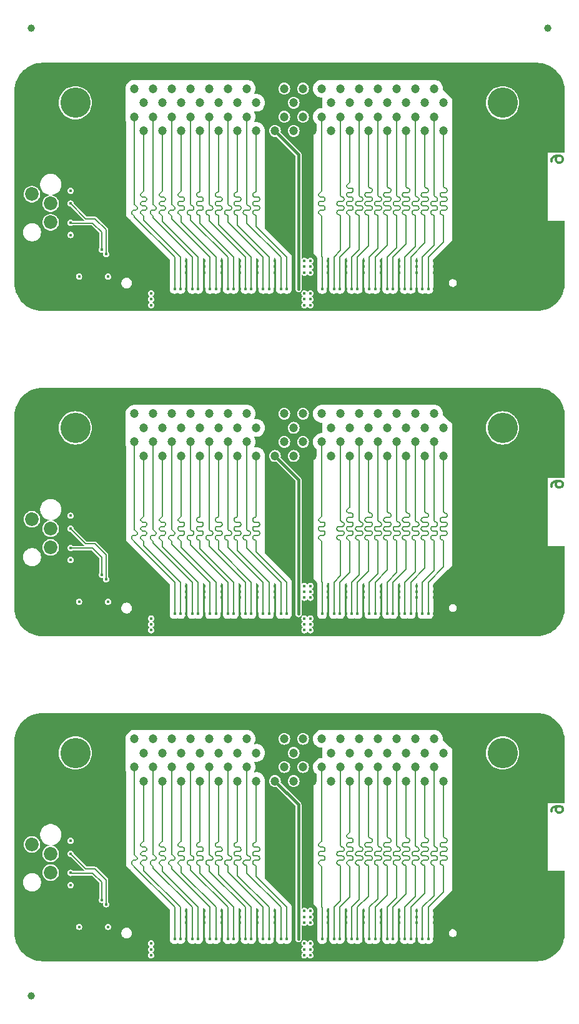
<source format=gbl>
G04 #@! TF.GenerationSoftware,KiCad,Pcbnew,8.0.6*
G04 #@! TF.CreationDate,2024-11-07T02:27:43-08:00*
G04 #@! TF.ProjectId,mse-68-hd-panel,6d73652d-3638-42d6-9864-2d70616e656c,1*
G04 #@! TF.SameCoordinates,Original*
G04 #@! TF.FileFunction,Copper,L6,Bot*
G04 #@! TF.FilePolarity,Positive*
%FSLAX46Y46*%
G04 Gerber Fmt 4.6, Leading zero omitted, Abs format (unit mm)*
G04 Created by KiCad (PCBNEW 8.0.6) date 2024-11-07 02:27:43*
%MOMM*%
%LPD*%
G01*
G04 APERTURE LIST*
%ADD10C,0.300000*%
G04 #@! TA.AperFunction,NonConductor*
%ADD11C,0.300000*%
G04 #@! TD*
G04 #@! TA.AperFunction,ComponentPad*
%ADD12C,1.850000*%
G04 #@! TD*
G04 #@! TA.AperFunction,ComponentPad*
%ADD13C,6.400000*%
G04 #@! TD*
G04 #@! TA.AperFunction,ComponentPad*
%ADD14C,1.200000*%
G04 #@! TD*
G04 #@! TA.AperFunction,ComponentPad*
%ADD15C,4.100000*%
G04 #@! TD*
G04 #@! TA.AperFunction,SMDPad,CuDef*
%ADD16C,1.000000*%
G04 #@! TD*
G04 #@! TA.AperFunction,ViaPad*
%ADD17C,0.450000*%
G04 #@! TD*
G04 #@! TA.AperFunction,Conductor*
%ADD18C,0.151400*%
G04 #@! TD*
G04 #@! TA.AperFunction,Conductor*
%ADD19C,0.400000*%
G04 #@! TD*
G04 #@! TA.AperFunction,Conductor*
%ADD20C,0.200000*%
G04 #@! TD*
G04 APERTURE END LIST*
D10*
D11*
X-1999172Y115466285D02*
X-1999172Y115752000D01*
X-1999172Y115752000D02*
X-1927743Y115894857D01*
X-1927743Y115894857D02*
X-1856315Y115966285D01*
X-1856315Y115966285D02*
X-1642029Y116109143D01*
X-1642029Y116109143D02*
X-1356315Y116180571D01*
X-1356315Y116180571D02*
X-784886Y116180571D01*
X-784886Y116180571D02*
X-642029Y116109143D01*
X-642029Y116109143D02*
X-570600Y116037714D01*
X-570600Y116037714D02*
X-499172Y115894857D01*
X-499172Y115894857D02*
X-499172Y115609143D01*
X-499172Y115609143D02*
X-570600Y115466285D01*
X-570600Y115466285D02*
X-642029Y115394857D01*
X-642029Y115394857D02*
X-784886Y115323428D01*
X-784886Y115323428D02*
X-1142029Y115323428D01*
X-1142029Y115323428D02*
X-1284886Y115394857D01*
X-1284886Y115394857D02*
X-1356315Y115466285D01*
X-1356315Y115466285D02*
X-1427743Y115609143D01*
X-1427743Y115609143D02*
X-1427743Y115894857D01*
X-1427743Y115894857D02*
X-1356315Y116037714D01*
X-1356315Y116037714D02*
X-1284886Y116109143D01*
X-1284886Y116109143D02*
X-1142029Y116180571D01*
D10*
D11*
X-1999172Y71466285D02*
X-1999172Y71752000D01*
X-1999172Y71752000D02*
X-1927743Y71894857D01*
X-1927743Y71894857D02*
X-1856315Y71966285D01*
X-1856315Y71966285D02*
X-1642029Y72109143D01*
X-1642029Y72109143D02*
X-1356315Y72180571D01*
X-1356315Y72180571D02*
X-784886Y72180571D01*
X-784886Y72180571D02*
X-642029Y72109143D01*
X-642029Y72109143D02*
X-570600Y72037714D01*
X-570600Y72037714D02*
X-499172Y71894857D01*
X-499172Y71894857D02*
X-499172Y71609143D01*
X-499172Y71609143D02*
X-570600Y71466285D01*
X-570600Y71466285D02*
X-642029Y71394857D01*
X-642029Y71394857D02*
X-784886Y71323428D01*
X-784886Y71323428D02*
X-1142029Y71323428D01*
X-1142029Y71323428D02*
X-1284886Y71394857D01*
X-1284886Y71394857D02*
X-1356315Y71466285D01*
X-1356315Y71466285D02*
X-1427743Y71609143D01*
X-1427743Y71609143D02*
X-1427743Y71894857D01*
X-1427743Y71894857D02*
X-1356315Y72037714D01*
X-1356315Y72037714D02*
X-1284886Y72109143D01*
X-1284886Y72109143D02*
X-1142029Y72180571D01*
D10*
D11*
X-1999172Y27466285D02*
X-1999172Y27752000D01*
X-1999172Y27752000D02*
X-1927743Y27894857D01*
X-1927743Y27894857D02*
X-1856315Y27966285D01*
X-1856315Y27966285D02*
X-1642029Y28109143D01*
X-1642029Y28109143D02*
X-1356315Y28180571D01*
X-1356315Y28180571D02*
X-784886Y28180571D01*
X-784886Y28180571D02*
X-642029Y28109143D01*
X-642029Y28109143D02*
X-570600Y28037714D01*
X-570600Y28037714D02*
X-499172Y27894857D01*
X-499172Y27894857D02*
X-499172Y27609143D01*
X-499172Y27609143D02*
X-570600Y27466285D01*
X-570600Y27466285D02*
X-642029Y27394857D01*
X-642029Y27394857D02*
X-784886Y27323428D01*
X-784886Y27323428D02*
X-1142029Y27323428D01*
X-1142029Y27323428D02*
X-1284886Y27394857D01*
X-1284886Y27394857D02*
X-1356315Y27466285D01*
X-1356315Y27466285D02*
X-1427743Y27609143D01*
X-1427743Y27609143D02*
X-1427743Y27894857D01*
X-1427743Y27894857D02*
X-1356315Y28037714D01*
X-1356315Y28037714D02*
X-1284886Y28109143D01*
X-1284886Y28109143D02*
X-1142029Y28180571D01*
D12*
G04 #@! TO.P,J3,1,Pin_1*
G04 #@! TO.N,Board_1-+3V3*
X-72440000Y67012000D03*
G04 #@! TO.P,J3,2,Pin_2*
G04 #@! TO.N,Board_1-/PHY.ID_SDA*
X-69900000Y65742000D03*
G04 #@! TO.P,J3,3,Pin_3*
G04 #@! TO.N,Board_1-GND*
X-72440000Y64472000D03*
G04 #@! TO.P,J3,4,Pin_4*
G04 #@! TO.N,Board_1-/PHY.ID_SCL*
X-69900000Y63202000D03*
G04 #@! TD*
D13*
G04 #@! TO.P,H4,1,1*
G04 #@! TO.N,Board_0-GND*
X-4000000Y99002000D03*
G04 #@! TD*
G04 #@! TO.P,H4,1,1*
G04 #@! TO.N,Board_2-GND*
X-4000000Y11002000D03*
G04 #@! TD*
D12*
G04 #@! TO.P,J3,1,Pin_1*
G04 #@! TO.N,Board_2-+3V3*
X-72440000Y23012000D03*
G04 #@! TO.P,J3,2,Pin_2*
G04 #@! TO.N,Board_2-/PHY.ID_SDA*
X-69900000Y21742000D03*
G04 #@! TO.P,J3,3,Pin_3*
G04 #@! TO.N,Board_2-GND*
X-72440000Y20472000D03*
G04 #@! TO.P,J3,4,Pin_4*
G04 #@! TO.N,Board_2-/PHY.ID_SCL*
X-69900000Y19202000D03*
G04 #@! TD*
D13*
G04 #@! TO.P,H3,1,1*
G04 #@! TO.N,Board_2-GND*
X-71000000Y11002000D03*
G04 #@! TD*
D14*
G04 #@! TO.P,J4,1,Pin_1*
G04 #@! TO.N,Board_0-/CON.DB12+*
X-58550000Y121486001D03*
G04 #@! TO.P,J4,2,Pin_2*
G04 #@! TO.N,Board_0-/CON.DB13+*
X-57280000Y119581000D03*
G04 #@! TO.P,J4,3,Pin_3*
G04 #@! TO.N,Board_0-/CON.DB14+*
X-56010000Y121486001D03*
G04 #@! TO.P,J4,4,Pin_4*
G04 #@! TO.N,Board_0-/CON.DB15+*
X-54739999Y119581000D03*
G04 #@! TO.P,J4,5,Pin_5*
G04 #@! TO.N,Board_0-/CON.DP1+*
X-53470000Y121486001D03*
G04 #@! TO.P,J4,6,Pin_6*
G04 #@! TO.N,Board_0-/CON.DB0+*
X-52199999Y119581000D03*
G04 #@! TO.P,J4,7,Pin_7*
G04 #@! TO.N,Board_0-/CON.DB1+*
X-50930000Y121486000D03*
G04 #@! TO.P,J4,8,Pin_8*
G04 #@! TO.N,Board_0-/CON.DB2+*
X-49659999Y119581000D03*
G04 #@! TO.P,J4,9,Pin_9*
G04 #@! TO.N,Board_0-/CON.DB3+*
X-48390000Y121486001D03*
G04 #@! TO.P,J4,10,Pin_10*
G04 #@! TO.N,Board_0-/CON.DB4+*
X-47119999Y119581000D03*
G04 #@! TO.P,J4,11,Pin_11*
G04 #@! TO.N,Board_0-/CON.DB5+*
X-45850000Y121486001D03*
G04 #@! TO.P,J4,12,Pin_12*
G04 #@! TO.N,Board_0-/CON.DB6+*
X-44579998Y119581000D03*
G04 #@! TO.P,J4,13,Pin_13*
G04 #@! TO.N,Board_0-/CON.DB7+*
X-43310000Y121486001D03*
G04 #@! TO.P,J4,14,Pin_14*
G04 #@! TO.N,Board_0-/CON.DP0+*
X-42039999Y119581000D03*
G04 #@! TO.P,J4,15,Pin_15*
G04 #@! TO.N,Board_0-GND*
X-40770000Y121486000D03*
G04 #@! TO.P,J4,16,Pin_16*
G04 #@! TO.N,Board_0-/CON.DIFFSENSE*
X-39499999Y119581000D03*
G04 #@! TO.P,J4,17,Pin_17*
G04 #@! TO.N,Board_0-/CON.TERMPWR*
X-38230000Y121486000D03*
G04 #@! TO.P,J4,18,Pin_18*
X-36959999Y119581000D03*
G04 #@! TO.P,J4,19,Pin_19*
G04 #@! TO.N,Board_0-unconnected-(J4-Pin_19-Pad19)*
X-35690000Y121486001D03*
G04 #@! TO.P,J4,20,Pin_20*
G04 #@! TO.N,Board_0-GND*
X-34420000Y119581000D03*
G04 #@! TO.P,J4,21,Pin_21*
G04 #@! TO.N,Board_0-/CON.ATN+*
X-33150000Y121486001D03*
G04 #@! TO.P,J4,22,Pin_22*
G04 #@! TO.N,Board_0-GND*
X-31879999Y119581000D03*
G04 #@! TO.P,J4,23,Pin_23*
G04 #@! TO.N,Board_0-/CON.BSY+*
X-30610000Y121486001D03*
G04 #@! TO.P,J4,24,Pin_24*
G04 #@! TO.N,Board_0-/CON.ACK+*
X-29339999Y119581000D03*
G04 #@! TO.P,J4,25,Pin_25*
G04 #@! TO.N,Board_0-/CON.RST+*
X-28070000Y121486000D03*
G04 #@! TO.P,J4,26,Pin_26*
G04 #@! TO.N,Board_0-/CON.MSG+*
X-26799999Y119581000D03*
G04 #@! TO.P,J4,27,Pin_27*
G04 #@! TO.N,Board_0-/CON.SEL+*
X-25530000Y121486001D03*
G04 #@! TO.P,J4,28,Pin_28*
G04 #@! TO.N,Board_0-/CON.C{slash}D+*
X-24259999Y119581000D03*
G04 #@! TO.P,J4,29,Pin_29*
G04 #@! TO.N,Board_0-/CON.REQ+*
X-22990000Y121486001D03*
G04 #@! TO.P,J4,30,Pin_30*
G04 #@! TO.N,Board_0-/CON.I{slash}O+*
X-21719998Y119581000D03*
G04 #@! TO.P,J4,31,Pin_31*
G04 #@! TO.N,Board_0-/CON.DB8+*
X-20450000Y121486001D03*
G04 #@! TO.P,J4,32,Pin_32*
G04 #@! TO.N,Board_0-/CON.DB9+*
X-19179999Y119581000D03*
G04 #@! TO.P,J4,33,Pin_33*
G04 #@! TO.N,Board_0-/CON.DB10+*
X-17910000Y121486000D03*
G04 #@! TO.P,J4,34,Pin_34*
G04 #@! TO.N,Board_0-/CON.DB11+*
X-16639999Y119581000D03*
G04 #@! TO.P,J4,35,Pin_35*
G04 #@! TO.N,Board_0-/CON.DB12-*
X-58550000Y125296000D03*
G04 #@! TO.P,J4,36,Pin_36*
G04 #@! TO.N,Board_0-/CON.DB13-*
X-57280000Y123391000D03*
G04 #@! TO.P,J4,37,Pin_37*
G04 #@! TO.N,Board_0-/CON.DB14-*
X-56010000Y125296000D03*
G04 #@! TO.P,J4,38,Pin_38*
G04 #@! TO.N,Board_0-/CON.DB15-*
X-54740000Y123391000D03*
G04 #@! TO.P,J4,39,Pin_39*
G04 #@! TO.N,Board_0-/CON.DP1-*
X-53470000Y125296000D03*
G04 #@! TO.P,J4,40,Pin_40*
G04 #@! TO.N,Board_0-/CON.DB0-*
X-52200000Y123391000D03*
G04 #@! TO.P,J4,41,Pin_41*
G04 #@! TO.N,Board_0-/CON.DB1-*
X-50930000Y125296000D03*
G04 #@! TO.P,J4,42,Pin_42*
G04 #@! TO.N,Board_0-/CON.DB2-*
X-49660000Y123391000D03*
G04 #@! TO.P,J4,43,Pin_43*
G04 #@! TO.N,Board_0-/CON.DB3-*
X-48390000Y125296000D03*
G04 #@! TO.P,J4,44,Pin_44*
G04 #@! TO.N,Board_0-/CON.DB4-*
X-47120000Y123391000D03*
G04 #@! TO.P,J4,45,Pin_45*
G04 #@! TO.N,Board_0-/CON.DB5-*
X-45850000Y125296000D03*
G04 #@! TO.P,J4,46,Pin_46*
G04 #@! TO.N,Board_0-/CON.DB6-*
X-44580000Y123391000D03*
G04 #@! TO.P,J4,47,Pin_47*
G04 #@! TO.N,Board_0-/CON.DB7-*
X-43310000Y125296000D03*
G04 #@! TO.P,J4,48,Pin_48*
G04 #@! TO.N,Board_0-/CON.DP0-*
X-42040000Y123391000D03*
G04 #@! TO.P,J4,49,Pin_49*
G04 #@! TO.N,Board_0-GND*
X-40770000Y125296000D03*
G04 #@! TO.P,J4,50,Pin_50*
X-39500000Y123391000D03*
G04 #@! TO.P,J4,51,Pin_51*
G04 #@! TO.N,Board_0-/CON.TERMPWR*
X-38230000Y125296000D03*
G04 #@! TO.P,J4,52,Pin_52*
X-36960000Y123391000D03*
G04 #@! TO.P,J4,53,Pin_53*
G04 #@! TO.N,Board_0-unconnected-(J4-Pin_53-Pad53)*
X-35690000Y125296000D03*
G04 #@! TO.P,J4,54,Pin_54*
G04 #@! TO.N,Board_0-GND*
X-34420000Y123391000D03*
G04 #@! TO.P,J4,55,Pin_55*
G04 #@! TO.N,Board_0-/CON.ATN-*
X-33150000Y125296000D03*
G04 #@! TO.P,J4,56,Pin_56*
G04 #@! TO.N,Board_0-GND*
X-31880000Y123391000D03*
G04 #@! TO.P,J4,57,Pin_57*
G04 #@! TO.N,Board_0-/CON.BSY-*
X-30610000Y125296000D03*
G04 #@! TO.P,J4,58,Pin_58*
G04 #@! TO.N,Board_0-/CON.ACK-*
X-29340000Y123391000D03*
G04 #@! TO.P,J4,59,Pin_59*
G04 #@! TO.N,Board_0-/CON.RST-*
X-28070000Y125296000D03*
G04 #@! TO.P,J4,60,Pin_60*
G04 #@! TO.N,Board_0-/CON.MSG-*
X-26800000Y123391000D03*
G04 #@! TO.P,J4,61,Pin_61*
G04 #@! TO.N,Board_0-/CON.SEL-*
X-25530000Y125296000D03*
G04 #@! TO.P,J4,62,Pin_62*
G04 #@! TO.N,Board_0-/CON.C{slash}D-*
X-24260000Y123391000D03*
G04 #@! TO.P,J4,63,Pin_63*
G04 #@! TO.N,Board_0-/CON.REQ-*
X-22990000Y125296000D03*
G04 #@! TO.P,J4,64,Pin_64*
G04 #@! TO.N,Board_0-/CON.I{slash}O-*
X-21720000Y123391000D03*
G04 #@! TO.P,J4,65,Pin_65*
G04 #@! TO.N,Board_0-/CON.DB8-*
X-20450000Y125296000D03*
G04 #@! TO.P,J4,66,Pin_66*
G04 #@! TO.N,Board_0-/CON.DB9-*
X-19180000Y123391000D03*
G04 #@! TO.P,J4,67,Pin_67*
G04 #@! TO.N,Board_0-/CON.DB10-*
X-17910000Y125296000D03*
G04 #@! TO.P,J4,68,Pin_68*
G04 #@! TO.N,Board_0-/CON.DB11-*
X-16640000Y123391000D03*
D15*
G04 #@! TO.P,J4,SHIELD,SHIELD*
G04 #@! TO.N,Board_0-/SHIELD*
X-8639000Y123391000D03*
X-66550000Y123391000D03*
G04 #@! TD*
D13*
G04 #@! TO.P,H3,1,1*
G04 #@! TO.N,Board_0-GND*
X-71000000Y99002000D03*
G04 #@! TD*
D14*
G04 #@! TO.P,J4,1,Pin_1*
G04 #@! TO.N,Board_2-/CON.DB12+*
X-58550000Y33486001D03*
G04 #@! TO.P,J4,2,Pin_2*
G04 #@! TO.N,Board_2-/CON.DB13+*
X-57280000Y31581000D03*
G04 #@! TO.P,J4,3,Pin_3*
G04 #@! TO.N,Board_2-/CON.DB14+*
X-56010000Y33486001D03*
G04 #@! TO.P,J4,4,Pin_4*
G04 #@! TO.N,Board_2-/CON.DB15+*
X-54739999Y31581000D03*
G04 #@! TO.P,J4,5,Pin_5*
G04 #@! TO.N,Board_2-/CON.DP1+*
X-53470000Y33486001D03*
G04 #@! TO.P,J4,6,Pin_6*
G04 #@! TO.N,Board_2-/CON.DB0+*
X-52199999Y31581000D03*
G04 #@! TO.P,J4,7,Pin_7*
G04 #@! TO.N,Board_2-/CON.DB1+*
X-50930000Y33486000D03*
G04 #@! TO.P,J4,8,Pin_8*
G04 #@! TO.N,Board_2-/CON.DB2+*
X-49659999Y31581000D03*
G04 #@! TO.P,J4,9,Pin_9*
G04 #@! TO.N,Board_2-/CON.DB3+*
X-48390000Y33486001D03*
G04 #@! TO.P,J4,10,Pin_10*
G04 #@! TO.N,Board_2-/CON.DB4+*
X-47119999Y31581000D03*
G04 #@! TO.P,J4,11,Pin_11*
G04 #@! TO.N,Board_2-/CON.DB5+*
X-45850000Y33486001D03*
G04 #@! TO.P,J4,12,Pin_12*
G04 #@! TO.N,Board_2-/CON.DB6+*
X-44579998Y31581000D03*
G04 #@! TO.P,J4,13,Pin_13*
G04 #@! TO.N,Board_2-/CON.DB7+*
X-43310000Y33486001D03*
G04 #@! TO.P,J4,14,Pin_14*
G04 #@! TO.N,Board_2-/CON.DP0+*
X-42039999Y31581000D03*
G04 #@! TO.P,J4,15,Pin_15*
G04 #@! TO.N,Board_2-GND*
X-40770000Y33486000D03*
G04 #@! TO.P,J4,16,Pin_16*
G04 #@! TO.N,Board_2-/CON.DIFFSENSE*
X-39499999Y31581000D03*
G04 #@! TO.P,J4,17,Pin_17*
G04 #@! TO.N,Board_2-/CON.TERMPWR*
X-38230000Y33486000D03*
G04 #@! TO.P,J4,18,Pin_18*
X-36959999Y31581000D03*
G04 #@! TO.P,J4,19,Pin_19*
G04 #@! TO.N,Board_2-unconnected-(J4-Pin_19-Pad19)*
X-35690000Y33486001D03*
G04 #@! TO.P,J4,20,Pin_20*
G04 #@! TO.N,Board_2-GND*
X-34420000Y31581000D03*
G04 #@! TO.P,J4,21,Pin_21*
G04 #@! TO.N,Board_2-/CON.ATN+*
X-33150000Y33486001D03*
G04 #@! TO.P,J4,22,Pin_22*
G04 #@! TO.N,Board_2-GND*
X-31879999Y31581000D03*
G04 #@! TO.P,J4,23,Pin_23*
G04 #@! TO.N,Board_2-/CON.BSY+*
X-30610000Y33486001D03*
G04 #@! TO.P,J4,24,Pin_24*
G04 #@! TO.N,Board_2-/CON.ACK+*
X-29339999Y31581000D03*
G04 #@! TO.P,J4,25,Pin_25*
G04 #@! TO.N,Board_2-/CON.RST+*
X-28070000Y33486000D03*
G04 #@! TO.P,J4,26,Pin_26*
G04 #@! TO.N,Board_2-/CON.MSG+*
X-26799999Y31581000D03*
G04 #@! TO.P,J4,27,Pin_27*
G04 #@! TO.N,Board_2-/CON.SEL+*
X-25530000Y33486001D03*
G04 #@! TO.P,J4,28,Pin_28*
G04 #@! TO.N,Board_2-/CON.C{slash}D+*
X-24259999Y31581000D03*
G04 #@! TO.P,J4,29,Pin_29*
G04 #@! TO.N,Board_2-/CON.REQ+*
X-22990000Y33486001D03*
G04 #@! TO.P,J4,30,Pin_30*
G04 #@! TO.N,Board_2-/CON.I{slash}O+*
X-21719998Y31581000D03*
G04 #@! TO.P,J4,31,Pin_31*
G04 #@! TO.N,Board_2-/CON.DB8+*
X-20450000Y33486001D03*
G04 #@! TO.P,J4,32,Pin_32*
G04 #@! TO.N,Board_2-/CON.DB9+*
X-19179999Y31581000D03*
G04 #@! TO.P,J4,33,Pin_33*
G04 #@! TO.N,Board_2-/CON.DB10+*
X-17910000Y33486000D03*
G04 #@! TO.P,J4,34,Pin_34*
G04 #@! TO.N,Board_2-/CON.DB11+*
X-16639999Y31581000D03*
G04 #@! TO.P,J4,35,Pin_35*
G04 #@! TO.N,Board_2-/CON.DB12-*
X-58550000Y37296000D03*
G04 #@! TO.P,J4,36,Pin_36*
G04 #@! TO.N,Board_2-/CON.DB13-*
X-57280000Y35391000D03*
G04 #@! TO.P,J4,37,Pin_37*
G04 #@! TO.N,Board_2-/CON.DB14-*
X-56010000Y37296000D03*
G04 #@! TO.P,J4,38,Pin_38*
G04 #@! TO.N,Board_2-/CON.DB15-*
X-54740000Y35391000D03*
G04 #@! TO.P,J4,39,Pin_39*
G04 #@! TO.N,Board_2-/CON.DP1-*
X-53470000Y37296000D03*
G04 #@! TO.P,J4,40,Pin_40*
G04 #@! TO.N,Board_2-/CON.DB0-*
X-52200000Y35391000D03*
G04 #@! TO.P,J4,41,Pin_41*
G04 #@! TO.N,Board_2-/CON.DB1-*
X-50930000Y37296000D03*
G04 #@! TO.P,J4,42,Pin_42*
G04 #@! TO.N,Board_2-/CON.DB2-*
X-49660000Y35391000D03*
G04 #@! TO.P,J4,43,Pin_43*
G04 #@! TO.N,Board_2-/CON.DB3-*
X-48390000Y37296000D03*
G04 #@! TO.P,J4,44,Pin_44*
G04 #@! TO.N,Board_2-/CON.DB4-*
X-47120000Y35391000D03*
G04 #@! TO.P,J4,45,Pin_45*
G04 #@! TO.N,Board_2-/CON.DB5-*
X-45850000Y37296000D03*
G04 #@! TO.P,J4,46,Pin_46*
G04 #@! TO.N,Board_2-/CON.DB6-*
X-44580000Y35391000D03*
G04 #@! TO.P,J4,47,Pin_47*
G04 #@! TO.N,Board_2-/CON.DB7-*
X-43310000Y37296000D03*
G04 #@! TO.P,J4,48,Pin_48*
G04 #@! TO.N,Board_2-/CON.DP0-*
X-42040000Y35391000D03*
G04 #@! TO.P,J4,49,Pin_49*
G04 #@! TO.N,Board_2-GND*
X-40770000Y37296000D03*
G04 #@! TO.P,J4,50,Pin_50*
X-39500000Y35391000D03*
G04 #@! TO.P,J4,51,Pin_51*
G04 #@! TO.N,Board_2-/CON.TERMPWR*
X-38230000Y37296000D03*
G04 #@! TO.P,J4,52,Pin_52*
X-36960000Y35391000D03*
G04 #@! TO.P,J4,53,Pin_53*
G04 #@! TO.N,Board_2-unconnected-(J4-Pin_53-Pad53)*
X-35690000Y37296000D03*
G04 #@! TO.P,J4,54,Pin_54*
G04 #@! TO.N,Board_2-GND*
X-34420000Y35391000D03*
G04 #@! TO.P,J4,55,Pin_55*
G04 #@! TO.N,Board_2-/CON.ATN-*
X-33150000Y37296000D03*
G04 #@! TO.P,J4,56,Pin_56*
G04 #@! TO.N,Board_2-GND*
X-31880000Y35391000D03*
G04 #@! TO.P,J4,57,Pin_57*
G04 #@! TO.N,Board_2-/CON.BSY-*
X-30610000Y37296000D03*
G04 #@! TO.P,J4,58,Pin_58*
G04 #@! TO.N,Board_2-/CON.ACK-*
X-29340000Y35391000D03*
G04 #@! TO.P,J4,59,Pin_59*
G04 #@! TO.N,Board_2-/CON.RST-*
X-28070000Y37296000D03*
G04 #@! TO.P,J4,60,Pin_60*
G04 #@! TO.N,Board_2-/CON.MSG-*
X-26800000Y35391000D03*
G04 #@! TO.P,J4,61,Pin_61*
G04 #@! TO.N,Board_2-/CON.SEL-*
X-25530000Y37296000D03*
G04 #@! TO.P,J4,62,Pin_62*
G04 #@! TO.N,Board_2-/CON.C{slash}D-*
X-24260000Y35391000D03*
G04 #@! TO.P,J4,63,Pin_63*
G04 #@! TO.N,Board_2-/CON.REQ-*
X-22990000Y37296000D03*
G04 #@! TO.P,J4,64,Pin_64*
G04 #@! TO.N,Board_2-/CON.I{slash}O-*
X-21720000Y35391000D03*
G04 #@! TO.P,J4,65,Pin_65*
G04 #@! TO.N,Board_2-/CON.DB8-*
X-20450000Y37296000D03*
G04 #@! TO.P,J4,66,Pin_66*
G04 #@! TO.N,Board_2-/CON.DB9-*
X-19180000Y35391000D03*
G04 #@! TO.P,J4,67,Pin_67*
G04 #@! TO.N,Board_2-/CON.DB10-*
X-17910000Y37296000D03*
G04 #@! TO.P,J4,68,Pin_68*
G04 #@! TO.N,Board_2-/CON.DB11-*
X-16640000Y35391000D03*
D15*
G04 #@! TO.P,J4,SHIELD,SHIELD*
G04 #@! TO.N,Board_2-/SHIELD*
X-8639000Y35391000D03*
X-66550000Y35391000D03*
G04 #@! TD*
D13*
G04 #@! TO.P,H4,1,1*
G04 #@! TO.N,Board_1-GND*
X-4000000Y55002000D03*
G04 #@! TD*
G04 #@! TO.P,H3,1,1*
G04 #@! TO.N,Board_1-GND*
X-71000000Y55002000D03*
G04 #@! TD*
D12*
G04 #@! TO.P,J3,1,Pin_1*
G04 #@! TO.N,Board_0-+3V3*
X-72440000Y111012000D03*
G04 #@! TO.P,J3,2,Pin_2*
G04 #@! TO.N,Board_0-/PHY.ID_SDA*
X-69900000Y109742000D03*
G04 #@! TO.P,J3,3,Pin_3*
G04 #@! TO.N,Board_0-GND*
X-72440000Y108472000D03*
G04 #@! TO.P,J3,4,Pin_4*
G04 #@! TO.N,Board_0-/PHY.ID_SCL*
X-69900000Y107202000D03*
G04 #@! TD*
D14*
G04 #@! TO.P,J4,1,Pin_1*
G04 #@! TO.N,Board_1-/CON.DB12+*
X-58550000Y77486001D03*
G04 #@! TO.P,J4,2,Pin_2*
G04 #@! TO.N,Board_1-/CON.DB13+*
X-57280000Y75581000D03*
G04 #@! TO.P,J4,3,Pin_3*
G04 #@! TO.N,Board_1-/CON.DB14+*
X-56010000Y77486001D03*
G04 #@! TO.P,J4,4,Pin_4*
G04 #@! TO.N,Board_1-/CON.DB15+*
X-54739999Y75581000D03*
G04 #@! TO.P,J4,5,Pin_5*
G04 #@! TO.N,Board_1-/CON.DP1+*
X-53470000Y77486001D03*
G04 #@! TO.P,J4,6,Pin_6*
G04 #@! TO.N,Board_1-/CON.DB0+*
X-52199999Y75581000D03*
G04 #@! TO.P,J4,7,Pin_7*
G04 #@! TO.N,Board_1-/CON.DB1+*
X-50930000Y77486000D03*
G04 #@! TO.P,J4,8,Pin_8*
G04 #@! TO.N,Board_1-/CON.DB2+*
X-49659999Y75581000D03*
G04 #@! TO.P,J4,9,Pin_9*
G04 #@! TO.N,Board_1-/CON.DB3+*
X-48390000Y77486001D03*
G04 #@! TO.P,J4,10,Pin_10*
G04 #@! TO.N,Board_1-/CON.DB4+*
X-47119999Y75581000D03*
G04 #@! TO.P,J4,11,Pin_11*
G04 #@! TO.N,Board_1-/CON.DB5+*
X-45850000Y77486001D03*
G04 #@! TO.P,J4,12,Pin_12*
G04 #@! TO.N,Board_1-/CON.DB6+*
X-44579998Y75581000D03*
G04 #@! TO.P,J4,13,Pin_13*
G04 #@! TO.N,Board_1-/CON.DB7+*
X-43310000Y77486001D03*
G04 #@! TO.P,J4,14,Pin_14*
G04 #@! TO.N,Board_1-/CON.DP0+*
X-42039999Y75581000D03*
G04 #@! TO.P,J4,15,Pin_15*
G04 #@! TO.N,Board_1-GND*
X-40770000Y77486000D03*
G04 #@! TO.P,J4,16,Pin_16*
G04 #@! TO.N,Board_1-/CON.DIFFSENSE*
X-39499999Y75581000D03*
G04 #@! TO.P,J4,17,Pin_17*
G04 #@! TO.N,Board_1-/CON.TERMPWR*
X-38230000Y77486000D03*
G04 #@! TO.P,J4,18,Pin_18*
X-36959999Y75581000D03*
G04 #@! TO.P,J4,19,Pin_19*
G04 #@! TO.N,Board_1-unconnected-(J4-Pin_19-Pad19)*
X-35690000Y77486001D03*
G04 #@! TO.P,J4,20,Pin_20*
G04 #@! TO.N,Board_1-GND*
X-34420000Y75581000D03*
G04 #@! TO.P,J4,21,Pin_21*
G04 #@! TO.N,Board_1-/CON.ATN+*
X-33150000Y77486001D03*
G04 #@! TO.P,J4,22,Pin_22*
G04 #@! TO.N,Board_1-GND*
X-31879999Y75581000D03*
G04 #@! TO.P,J4,23,Pin_23*
G04 #@! TO.N,Board_1-/CON.BSY+*
X-30610000Y77486001D03*
G04 #@! TO.P,J4,24,Pin_24*
G04 #@! TO.N,Board_1-/CON.ACK+*
X-29339999Y75581000D03*
G04 #@! TO.P,J4,25,Pin_25*
G04 #@! TO.N,Board_1-/CON.RST+*
X-28070000Y77486000D03*
G04 #@! TO.P,J4,26,Pin_26*
G04 #@! TO.N,Board_1-/CON.MSG+*
X-26799999Y75581000D03*
G04 #@! TO.P,J4,27,Pin_27*
G04 #@! TO.N,Board_1-/CON.SEL+*
X-25530000Y77486001D03*
G04 #@! TO.P,J4,28,Pin_28*
G04 #@! TO.N,Board_1-/CON.C{slash}D+*
X-24259999Y75581000D03*
G04 #@! TO.P,J4,29,Pin_29*
G04 #@! TO.N,Board_1-/CON.REQ+*
X-22990000Y77486001D03*
G04 #@! TO.P,J4,30,Pin_30*
G04 #@! TO.N,Board_1-/CON.I{slash}O+*
X-21719998Y75581000D03*
G04 #@! TO.P,J4,31,Pin_31*
G04 #@! TO.N,Board_1-/CON.DB8+*
X-20450000Y77486001D03*
G04 #@! TO.P,J4,32,Pin_32*
G04 #@! TO.N,Board_1-/CON.DB9+*
X-19179999Y75581000D03*
G04 #@! TO.P,J4,33,Pin_33*
G04 #@! TO.N,Board_1-/CON.DB10+*
X-17910000Y77486000D03*
G04 #@! TO.P,J4,34,Pin_34*
G04 #@! TO.N,Board_1-/CON.DB11+*
X-16639999Y75581000D03*
G04 #@! TO.P,J4,35,Pin_35*
G04 #@! TO.N,Board_1-/CON.DB12-*
X-58550000Y81296000D03*
G04 #@! TO.P,J4,36,Pin_36*
G04 #@! TO.N,Board_1-/CON.DB13-*
X-57280000Y79391000D03*
G04 #@! TO.P,J4,37,Pin_37*
G04 #@! TO.N,Board_1-/CON.DB14-*
X-56010000Y81296000D03*
G04 #@! TO.P,J4,38,Pin_38*
G04 #@! TO.N,Board_1-/CON.DB15-*
X-54740000Y79391000D03*
G04 #@! TO.P,J4,39,Pin_39*
G04 #@! TO.N,Board_1-/CON.DP1-*
X-53470000Y81296000D03*
G04 #@! TO.P,J4,40,Pin_40*
G04 #@! TO.N,Board_1-/CON.DB0-*
X-52200000Y79391000D03*
G04 #@! TO.P,J4,41,Pin_41*
G04 #@! TO.N,Board_1-/CON.DB1-*
X-50930000Y81296000D03*
G04 #@! TO.P,J4,42,Pin_42*
G04 #@! TO.N,Board_1-/CON.DB2-*
X-49660000Y79391000D03*
G04 #@! TO.P,J4,43,Pin_43*
G04 #@! TO.N,Board_1-/CON.DB3-*
X-48390000Y81296000D03*
G04 #@! TO.P,J4,44,Pin_44*
G04 #@! TO.N,Board_1-/CON.DB4-*
X-47120000Y79391000D03*
G04 #@! TO.P,J4,45,Pin_45*
G04 #@! TO.N,Board_1-/CON.DB5-*
X-45850000Y81296000D03*
G04 #@! TO.P,J4,46,Pin_46*
G04 #@! TO.N,Board_1-/CON.DB6-*
X-44580000Y79391000D03*
G04 #@! TO.P,J4,47,Pin_47*
G04 #@! TO.N,Board_1-/CON.DB7-*
X-43310000Y81296000D03*
G04 #@! TO.P,J4,48,Pin_48*
G04 #@! TO.N,Board_1-/CON.DP0-*
X-42040000Y79391000D03*
G04 #@! TO.P,J4,49,Pin_49*
G04 #@! TO.N,Board_1-GND*
X-40770000Y81296000D03*
G04 #@! TO.P,J4,50,Pin_50*
X-39500000Y79391000D03*
G04 #@! TO.P,J4,51,Pin_51*
G04 #@! TO.N,Board_1-/CON.TERMPWR*
X-38230000Y81296000D03*
G04 #@! TO.P,J4,52,Pin_52*
X-36960000Y79391000D03*
G04 #@! TO.P,J4,53,Pin_53*
G04 #@! TO.N,Board_1-unconnected-(J4-Pin_53-Pad53)*
X-35690000Y81296000D03*
G04 #@! TO.P,J4,54,Pin_54*
G04 #@! TO.N,Board_1-GND*
X-34420000Y79391000D03*
G04 #@! TO.P,J4,55,Pin_55*
G04 #@! TO.N,Board_1-/CON.ATN-*
X-33150000Y81296000D03*
G04 #@! TO.P,J4,56,Pin_56*
G04 #@! TO.N,Board_1-GND*
X-31880000Y79391000D03*
G04 #@! TO.P,J4,57,Pin_57*
G04 #@! TO.N,Board_1-/CON.BSY-*
X-30610000Y81296000D03*
G04 #@! TO.P,J4,58,Pin_58*
G04 #@! TO.N,Board_1-/CON.ACK-*
X-29340000Y79391000D03*
G04 #@! TO.P,J4,59,Pin_59*
G04 #@! TO.N,Board_1-/CON.RST-*
X-28070000Y81296000D03*
G04 #@! TO.P,J4,60,Pin_60*
G04 #@! TO.N,Board_1-/CON.MSG-*
X-26800000Y79391000D03*
G04 #@! TO.P,J4,61,Pin_61*
G04 #@! TO.N,Board_1-/CON.SEL-*
X-25530000Y81296000D03*
G04 #@! TO.P,J4,62,Pin_62*
G04 #@! TO.N,Board_1-/CON.C{slash}D-*
X-24260000Y79391000D03*
G04 #@! TO.P,J4,63,Pin_63*
G04 #@! TO.N,Board_1-/CON.REQ-*
X-22990000Y81296000D03*
G04 #@! TO.P,J4,64,Pin_64*
G04 #@! TO.N,Board_1-/CON.I{slash}O-*
X-21720000Y79391000D03*
G04 #@! TO.P,J4,65,Pin_65*
G04 #@! TO.N,Board_1-/CON.DB8-*
X-20450000Y81296000D03*
G04 #@! TO.P,J4,66,Pin_66*
G04 #@! TO.N,Board_1-/CON.DB9-*
X-19180000Y79391000D03*
G04 #@! TO.P,J4,67,Pin_67*
G04 #@! TO.N,Board_1-/CON.DB10-*
X-17910000Y81296000D03*
G04 #@! TO.P,J4,68,Pin_68*
G04 #@! TO.N,Board_1-/CON.DB11-*
X-16640000Y79391000D03*
D15*
G04 #@! TO.P,J4,SHIELD,SHIELD*
G04 #@! TO.N,Board_1-/SHIELD*
X-8639000Y79391000D03*
X-66550000Y79391000D03*
G04 #@! TD*
D16*
G04 #@! TO.P,KiKit_FID_B_1,*
G04 #@! TO.N,*
X-72500000Y133503500D03*
G04 #@! TD*
G04 #@! TO.P,KiKit_FID_B_2,*
G04 #@! TO.N,*
X-2500000Y133503500D03*
G04 #@! TD*
G04 #@! TO.P,KiKit_FID_B_3,*
G04 #@! TO.N,*
X-72500000Y2500000D03*
G04 #@! TD*
D17*
G04 #@! TO.N,Board_0-+3V3*
X-67200000Y111502000D03*
X-56300000Y96802000D03*
X-67200000Y105502000D03*
X-56300000Y97602000D03*
X-56300000Y96002000D03*
X-62150000Y99852000D03*
X-66050000Y99852000D03*
G04 #@! TO.N,Board_0-/CON.ACK+*
X-30700000Y98202000D03*
G04 #@! TO.N,Board_0-/CON.ATN+*
X-33100000Y98202000D03*
G04 #@! TO.N,Board_0-/CON.BSY+*
X-31500000Y98202000D03*
G04 #@! TO.N,Board_0-/CON.C{slash}D+*
X-25900000Y98202000D03*
G04 #@! TO.N,Board_0-/CON.DB0+*
X-47500000Y98202000D03*
G04 #@! TO.N,Board_0-/CON.DB1+*
X-45900000Y98202000D03*
G04 #@! TO.N,Board_0-/CON.DB10+*
X-19500000Y98202000D03*
G04 #@! TO.N,Board_0-/CON.DB11+*
X-18700000Y98202000D03*
G04 #@! TO.N,Board_0-/CON.DB12+*
X-53100000Y98202000D03*
G04 #@! TO.N,Board_0-/CON.DB13+*
X-52300000Y98202000D03*
G04 #@! TO.N,Board_0-/CON.DB14+*
X-50700000Y98202000D03*
G04 #@! TO.N,Board_0-/CON.DB15+*
X-49900000Y98202000D03*
G04 #@! TO.N,Board_0-/CON.DB2+*
X-45100000Y98202000D03*
G04 #@! TO.N,Board_0-/CON.DB3+*
X-43500000Y98202000D03*
G04 #@! TO.N,Board_0-/CON.DB4+*
X-42700000Y98202000D03*
G04 #@! TO.N,Board_0-/CON.DB5+*
X-41100000Y98202000D03*
G04 #@! TO.N,Board_0-/CON.DB6+*
X-40300000Y98202000D03*
G04 #@! TO.N,Board_0-/CON.DB7+*
X-38700000Y98202000D03*
G04 #@! TO.N,Board_0-/CON.DB8+*
X-21900000Y98202000D03*
G04 #@! TO.N,Board_0-/CON.DB9+*
X-21100000Y98202000D03*
G04 #@! TO.N,Board_0-/CON.DIFFSENSE*
X-36300000Y98202000D03*
G04 #@! TO.N,Board_0-/CON.DP0+*
X-37900000Y98202000D03*
G04 #@! TO.N,Board_0-/CON.DP1+*
X-48300000Y98202000D03*
G04 #@! TO.N,Board_0-/CON.I{slash}O+*
X-23500000Y98202000D03*
G04 #@! TO.N,Board_0-/CON.MSG+*
X-28300000Y98202000D03*
G04 #@! TO.N,Board_0-/CON.REQ+*
X-24300000Y98202000D03*
G04 #@! TO.N,Board_0-/CON.RST+*
X-29100000Y98202000D03*
G04 #@! TO.N,Board_0-/CON.SEL+*
X-26700000Y98202000D03*
G04 #@! TO.N,Board_0-/CON.TERMPWR*
X-34700000Y96002000D03*
X-34700000Y96802000D03*
X-34700000Y101202000D03*
X-35500000Y97602000D03*
X-34700000Y100402000D03*
X-35500000Y96002000D03*
X-34700000Y97602000D03*
X-35500000Y101202000D03*
X-34700000Y102002000D03*
X-35500000Y102002000D03*
X-35500000Y100402000D03*
X-35500000Y96802000D03*
G04 #@! TO.N,Board_0-/PHY.ID_SCL*
X-63000000Y103502000D03*
X-67200000Y107152000D03*
G04 #@! TO.N,Board_0-/PHY.ID_SDA*
X-62400000Y102902000D03*
X-67200000Y109752000D03*
G04 #@! TO.N,Board_0-GND*
X-29900000Y102002000D03*
X-29900000Y96002000D03*
X-49100000Y100402000D03*
X-25100000Y97602000D03*
X-17900000Y101202000D03*
X-20300000Y96802000D03*
X-39500000Y102002000D03*
X-44300000Y100402000D03*
X-46700000Y96802000D03*
X-53900000Y96002000D03*
X-54700000Y96802000D03*
X-57100000Y100402000D03*
X-44300000Y101202000D03*
X-51500000Y98202000D03*
X-44300000Y97602000D03*
X-41900000Y101202000D03*
X-39500000Y100402000D03*
X-46700000Y101202000D03*
X-54700000Y102002000D03*
X-17900000Y102002000D03*
X-37100000Y98202000D03*
X-44300000Y96802000D03*
X-44300000Y96002000D03*
X-51500000Y100402000D03*
X-25100000Y102002000D03*
X-20300000Y102002000D03*
X-37100000Y97602000D03*
X-37100000Y96802000D03*
X-22700000Y98202000D03*
X-33900000Y100402000D03*
X-57100000Y102002000D03*
X-54700000Y96002000D03*
X-64100000Y98502000D03*
X-17900000Y96002000D03*
X-41900000Y98202000D03*
X-53900000Y96802000D03*
X-20300000Y97602000D03*
X-27500000Y97602000D03*
X-66050000Y98152000D03*
X-22700000Y101202000D03*
X-57100000Y101202000D03*
X-41900000Y100402000D03*
X-17900000Y100402000D03*
X-29900000Y96802000D03*
X-32300000Y96802000D03*
X-54700000Y100402000D03*
X-32300000Y97602000D03*
X-37100000Y102002000D03*
X-49100000Y101202000D03*
X-51500000Y101202000D03*
X-22700000Y102002000D03*
X-51500000Y96002000D03*
X-22700000Y96802000D03*
X-22700000Y96002000D03*
X-54700000Y101202000D03*
X-46700000Y98202000D03*
X-32300000Y98202000D03*
X-53900000Y100402000D03*
X-32300000Y102002000D03*
X-20300000Y100402000D03*
X-32300000Y96002000D03*
X-37100000Y96002000D03*
X-25100000Y96802000D03*
X-39500000Y96802000D03*
X-27500000Y100402000D03*
X-41900000Y102002000D03*
X-25100000Y98202000D03*
X-53900000Y102002000D03*
X-29900000Y101202000D03*
X-37100000Y100402000D03*
X-46700000Y97602000D03*
X-37100000Y101202000D03*
X-51500000Y97602000D03*
X-32300000Y101202000D03*
X-39500000Y97602000D03*
X-53900000Y97602000D03*
X-33900000Y101202000D03*
X-17900000Y96802000D03*
X-63600000Y99002000D03*
X-53900000Y98202000D03*
X-39500000Y101202000D03*
X-33900000Y102002000D03*
X-54700000Y97602000D03*
X-49100000Y97602000D03*
X-46700000Y102002000D03*
X-49100000Y96802000D03*
X-17900000Y97602000D03*
X-25100000Y96002000D03*
X-41900000Y97602000D03*
X-39500000Y98202000D03*
X-29900000Y100402000D03*
X-33900000Y97602000D03*
X-53900000Y101202000D03*
X-27500000Y98202000D03*
X-49100000Y98202000D03*
X-25100000Y100402000D03*
X-49100000Y102002000D03*
X-20300000Y96002000D03*
X-20300000Y98202000D03*
X-44300000Y98202000D03*
X-25100000Y101202000D03*
X-20300000Y101202000D03*
X-27500000Y96002000D03*
X-41900000Y96002000D03*
X-27500000Y101202000D03*
X-46700000Y100402000D03*
X-33900000Y98202000D03*
X-29900000Y98202000D03*
X-51500000Y96802000D03*
X-33900000Y96802000D03*
X-32300000Y100402000D03*
X-41900000Y96802000D03*
X-33900000Y96002000D03*
X-29900000Y97602000D03*
X-22700000Y97602000D03*
X-17900000Y98202000D03*
X-39500000Y96002000D03*
X-27500000Y96802000D03*
X-64100000Y99502000D03*
X-64650000Y99002000D03*
X-44300000Y102002000D03*
X-27500000Y102002000D03*
X-22700000Y100402000D03*
X-46700000Y96002000D03*
X-51500000Y102002000D03*
X-49100000Y96002000D03*
G04 #@! TO.N,Board_1-+3V3*
X-67200000Y67502000D03*
X-56300000Y53602000D03*
X-67200000Y61502000D03*
X-56300000Y52802000D03*
X-56300000Y52002000D03*
X-62150000Y55852000D03*
X-66050000Y55852000D03*
G04 #@! TO.N,Board_1-/CON.ACK+*
X-30700000Y54202000D03*
G04 #@! TO.N,Board_1-/CON.ATN+*
X-33100000Y54202000D03*
G04 #@! TO.N,Board_1-/CON.BSY+*
X-31500000Y54202000D03*
G04 #@! TO.N,Board_1-/CON.C{slash}D+*
X-25900000Y54202000D03*
G04 #@! TO.N,Board_1-/CON.DB0+*
X-47500000Y54202000D03*
G04 #@! TO.N,Board_1-/CON.DB1+*
X-45900000Y54202000D03*
G04 #@! TO.N,Board_1-/CON.DB10+*
X-19500000Y54202000D03*
G04 #@! TO.N,Board_1-/CON.DB11+*
X-18700000Y54202000D03*
G04 #@! TO.N,Board_1-/CON.DB12+*
X-53100000Y54202000D03*
G04 #@! TO.N,Board_1-/CON.DB13+*
X-52300000Y54202000D03*
G04 #@! TO.N,Board_1-/CON.DB14+*
X-50700000Y54202000D03*
G04 #@! TO.N,Board_1-/CON.DB15+*
X-49900000Y54202000D03*
G04 #@! TO.N,Board_1-/CON.DB2+*
X-45100000Y54202000D03*
G04 #@! TO.N,Board_1-/CON.DB3+*
X-43500000Y54202000D03*
G04 #@! TO.N,Board_1-/CON.DB4+*
X-42700000Y54202000D03*
G04 #@! TO.N,Board_1-/CON.DB5+*
X-41100000Y54202000D03*
G04 #@! TO.N,Board_1-/CON.DB6+*
X-40300000Y54202000D03*
G04 #@! TO.N,Board_1-/CON.DB7+*
X-38700000Y54202000D03*
G04 #@! TO.N,Board_1-/CON.DB8+*
X-21900000Y54202000D03*
G04 #@! TO.N,Board_1-/CON.DB9+*
X-21100000Y54202000D03*
G04 #@! TO.N,Board_1-/CON.DIFFSENSE*
X-36300000Y54202000D03*
G04 #@! TO.N,Board_1-/CON.DP0+*
X-37900000Y54202000D03*
G04 #@! TO.N,Board_1-/CON.DP1+*
X-48300000Y54202000D03*
G04 #@! TO.N,Board_1-/CON.I{slash}O+*
X-23500000Y54202000D03*
G04 #@! TO.N,Board_1-/CON.MSG+*
X-28300000Y54202000D03*
G04 #@! TO.N,Board_1-/CON.REQ+*
X-24300000Y54202000D03*
G04 #@! TO.N,Board_1-/CON.RST+*
X-29100000Y54202000D03*
G04 #@! TO.N,Board_1-/CON.SEL+*
X-26700000Y54202000D03*
G04 #@! TO.N,Board_1-/CON.TERMPWR*
X-35500000Y57202000D03*
X-35500000Y58002000D03*
X-34700000Y57202000D03*
X-35500000Y53602000D03*
X-35500000Y56402000D03*
X-35500000Y52802000D03*
X-34700000Y52002000D03*
X-34700000Y58002000D03*
X-34700000Y56402000D03*
X-34700000Y53602000D03*
X-34700000Y52802000D03*
X-35500000Y52002000D03*
G04 #@! TO.N,Board_1-/PHY.ID_SCL*
X-63000000Y59502000D03*
X-67200000Y63152000D03*
G04 #@! TO.N,Board_1-/PHY.ID_SDA*
X-62400000Y58902000D03*
X-67200000Y65752000D03*
G04 #@! TO.N,Board_1-GND*
X-46700000Y52002000D03*
X-44300000Y57202000D03*
X-29900000Y53602000D03*
X-33900000Y57202000D03*
X-46700000Y56402000D03*
X-20300000Y52002000D03*
X-49100000Y52802000D03*
X-44300000Y54202000D03*
X-64650000Y55002000D03*
X-27500000Y52002000D03*
X-46700000Y57202000D03*
X-20300000Y53602000D03*
X-27500000Y56402000D03*
X-29900000Y54202000D03*
X-53900000Y52002000D03*
X-53900000Y56402000D03*
X-54700000Y53602000D03*
X-46700000Y53602000D03*
X-32300000Y53602000D03*
X-37100000Y53602000D03*
X-51500000Y54202000D03*
X-32300000Y57202000D03*
X-39500000Y52802000D03*
X-20300000Y54202000D03*
X-22700000Y58002000D03*
X-37100000Y58002000D03*
X-25100000Y57202000D03*
X-22700000Y57202000D03*
X-49100000Y52002000D03*
X-53900000Y52802000D03*
X-17900000Y54202000D03*
X-22700000Y53602000D03*
X-49100000Y54202000D03*
X-51500000Y52802000D03*
X-29900000Y58002000D03*
X-32300000Y52002000D03*
X-33900000Y54202000D03*
X-22700000Y56402000D03*
X-17900000Y52002000D03*
X-32300000Y52802000D03*
X-37100000Y52802000D03*
X-53900000Y58002000D03*
X-66050000Y54152000D03*
X-54700000Y52802000D03*
X-44300000Y52802000D03*
X-29900000Y56402000D03*
X-49100000Y56402000D03*
X-32300000Y54202000D03*
X-44300000Y56402000D03*
X-39500000Y57202000D03*
X-22700000Y52802000D03*
X-33900000Y58002000D03*
X-27500000Y54202000D03*
X-39500000Y56402000D03*
X-29900000Y52002000D03*
X-57100000Y58002000D03*
X-64100000Y55502000D03*
X-25100000Y53602000D03*
X-51500000Y56402000D03*
X-41900000Y58002000D03*
X-51500000Y58002000D03*
X-39500000Y52002000D03*
X-17900000Y52802000D03*
X-25100000Y54202000D03*
X-54700000Y52002000D03*
X-37100000Y56402000D03*
X-25100000Y52802000D03*
X-54700000Y58002000D03*
X-20300000Y52802000D03*
X-29900000Y52802000D03*
X-46700000Y52802000D03*
X-25100000Y56402000D03*
X-22700000Y52002000D03*
X-39500000Y54202000D03*
X-64100000Y54502000D03*
X-51500000Y53602000D03*
X-51500000Y52002000D03*
X-41900000Y54202000D03*
X-25100000Y58002000D03*
X-46700000Y54202000D03*
X-17900000Y53602000D03*
X-37100000Y57202000D03*
X-49100000Y53602000D03*
X-41900000Y53602000D03*
X-57100000Y56402000D03*
X-17900000Y58002000D03*
X-44300000Y58002000D03*
X-41900000Y57202000D03*
X-29900000Y57202000D03*
X-33900000Y52802000D03*
X-49100000Y58002000D03*
X-39500000Y58002000D03*
X-53900000Y57202000D03*
X-20300000Y57202000D03*
X-44300000Y52002000D03*
X-53900000Y54202000D03*
X-17900000Y56402000D03*
X-17900000Y57202000D03*
X-41900000Y56402000D03*
X-39500000Y53602000D03*
X-32300000Y58002000D03*
X-37100000Y52002000D03*
X-25100000Y52002000D03*
X-44300000Y53602000D03*
X-54700000Y57202000D03*
X-22700000Y54202000D03*
X-33900000Y52002000D03*
X-37100000Y54202000D03*
X-51500000Y57202000D03*
X-41900000Y52802000D03*
X-27500000Y57202000D03*
X-33900000Y53602000D03*
X-27500000Y53602000D03*
X-57100000Y57202000D03*
X-32300000Y56402000D03*
X-20300000Y56402000D03*
X-33900000Y56402000D03*
X-53900000Y53602000D03*
X-27500000Y58002000D03*
X-20300000Y58002000D03*
X-41900000Y52002000D03*
X-27500000Y52802000D03*
X-46700000Y58002000D03*
X-63600000Y55002000D03*
X-54700000Y56402000D03*
X-49100000Y57202000D03*
G04 #@! TO.N,Board_2-+3V3*
X-56300000Y8802000D03*
X-67200000Y17502000D03*
X-66050000Y11852000D03*
X-62150000Y11852000D03*
X-67200000Y23502000D03*
X-56300000Y9602000D03*
X-56300000Y8002000D03*
G04 #@! TO.N,Board_2-/CON.ACK+*
X-30700000Y10202000D03*
G04 #@! TO.N,Board_2-/CON.ATN+*
X-33100000Y10202000D03*
G04 #@! TO.N,Board_2-/CON.BSY+*
X-31500000Y10202000D03*
G04 #@! TO.N,Board_2-/CON.C{slash}D+*
X-25900000Y10202000D03*
G04 #@! TO.N,Board_2-/CON.DB0+*
X-47500000Y10202000D03*
G04 #@! TO.N,Board_2-/CON.DB1+*
X-45900000Y10202000D03*
G04 #@! TO.N,Board_2-/CON.DB10+*
X-19500000Y10202000D03*
G04 #@! TO.N,Board_2-/CON.DB11+*
X-18700000Y10202000D03*
G04 #@! TO.N,Board_2-/CON.DB12+*
X-53100000Y10202000D03*
G04 #@! TO.N,Board_2-/CON.DB13+*
X-52300000Y10202000D03*
G04 #@! TO.N,Board_2-/CON.DB14+*
X-50700000Y10202000D03*
G04 #@! TO.N,Board_2-/CON.DB15+*
X-49900000Y10202000D03*
G04 #@! TO.N,Board_2-/CON.DB2+*
X-45100000Y10202000D03*
G04 #@! TO.N,Board_2-/CON.DB3+*
X-43500000Y10202000D03*
G04 #@! TO.N,Board_2-/CON.DB4+*
X-42700000Y10202000D03*
G04 #@! TO.N,Board_2-/CON.DB5+*
X-41100000Y10202000D03*
G04 #@! TO.N,Board_2-/CON.DB6+*
X-40300000Y10202000D03*
G04 #@! TO.N,Board_2-/CON.DB7+*
X-38700000Y10202000D03*
G04 #@! TO.N,Board_2-/CON.DB8+*
X-21900000Y10202000D03*
G04 #@! TO.N,Board_2-/CON.DB9+*
X-21100000Y10202000D03*
G04 #@! TO.N,Board_2-/CON.DIFFSENSE*
X-36300000Y10202000D03*
G04 #@! TO.N,Board_2-/CON.DP0+*
X-37900000Y10202000D03*
G04 #@! TO.N,Board_2-/CON.DP1+*
X-48300000Y10202000D03*
G04 #@! TO.N,Board_2-/CON.I{slash}O+*
X-23500000Y10202000D03*
G04 #@! TO.N,Board_2-/CON.MSG+*
X-28300000Y10202000D03*
G04 #@! TO.N,Board_2-/CON.REQ+*
X-24300000Y10202000D03*
G04 #@! TO.N,Board_2-/CON.RST+*
X-29100000Y10202000D03*
G04 #@! TO.N,Board_2-/CON.SEL+*
X-26700000Y10202000D03*
G04 #@! TO.N,Board_2-/CON.TERMPWR*
X-35500000Y12402000D03*
X-35500000Y13202000D03*
X-34700000Y14002000D03*
X-35500000Y8002000D03*
X-35500000Y9602000D03*
X-35500000Y8802000D03*
X-34700000Y8802000D03*
X-35500000Y14002000D03*
X-34700000Y8002000D03*
X-34700000Y9602000D03*
X-34700000Y13202000D03*
X-34700000Y12402000D03*
G04 #@! TO.N,Board_2-/PHY.ID_SCL*
X-63000000Y15502000D03*
X-67200000Y19152000D03*
G04 #@! TO.N,Board_2-/PHY.ID_SDA*
X-62400000Y14902000D03*
X-67200000Y21752000D03*
G04 #@! TO.N,Board_2-GND*
X-32300000Y13202000D03*
X-64100000Y11502000D03*
X-22700000Y8002000D03*
X-32300000Y8002000D03*
X-17900000Y12402000D03*
X-63600000Y11002000D03*
X-20300000Y10202000D03*
X-39500000Y8002000D03*
X-49100000Y8802000D03*
X-20300000Y14002000D03*
X-41900000Y8002000D03*
X-17900000Y13202000D03*
X-46700000Y8802000D03*
X-51500000Y14002000D03*
X-53900000Y8802000D03*
X-54700000Y8802000D03*
X-33900000Y8802000D03*
X-46700000Y8002000D03*
X-41900000Y8802000D03*
X-54700000Y9602000D03*
X-20300000Y12402000D03*
X-20300000Y13202000D03*
X-33900000Y12402000D03*
X-41900000Y13202000D03*
X-27500000Y13202000D03*
X-57100000Y12402000D03*
X-37100000Y8002000D03*
X-64100000Y10502000D03*
X-25100000Y8002000D03*
X-27500000Y12402000D03*
X-27500000Y8002000D03*
X-32300000Y10202000D03*
X-29900000Y14002000D03*
X-29900000Y8002000D03*
X-44300000Y8802000D03*
X-32300000Y9602000D03*
X-49100000Y10202000D03*
X-37100000Y10202000D03*
X-25100000Y9602000D03*
X-53900000Y10202000D03*
X-27500000Y10202000D03*
X-41900000Y14002000D03*
X-51500000Y8002000D03*
X-66050000Y10152000D03*
X-29900000Y13202000D03*
X-57100000Y14002000D03*
X-46700000Y13202000D03*
X-54700000Y13202000D03*
X-51500000Y9602000D03*
X-29900000Y9602000D03*
X-32300000Y8802000D03*
X-39500000Y10202000D03*
X-53900000Y8002000D03*
X-25100000Y8802000D03*
X-39500000Y13202000D03*
X-22700000Y10202000D03*
X-53900000Y9602000D03*
X-41900000Y10202000D03*
X-17900000Y8002000D03*
X-37100000Y12402000D03*
X-37100000Y8802000D03*
X-53900000Y12402000D03*
X-20300000Y8002000D03*
X-54700000Y8002000D03*
X-54700000Y14002000D03*
X-29900000Y8802000D03*
X-64650000Y11002000D03*
X-37100000Y13202000D03*
X-17900000Y8802000D03*
X-49100000Y12402000D03*
X-22700000Y9602000D03*
X-25100000Y10202000D03*
X-33900000Y9602000D03*
X-32300000Y12402000D03*
X-51500000Y12402000D03*
X-22700000Y14002000D03*
X-49100000Y14002000D03*
X-54700000Y12402000D03*
X-27500000Y8802000D03*
X-46700000Y9602000D03*
X-33900000Y8002000D03*
X-44300000Y8002000D03*
X-37100000Y9602000D03*
X-51500000Y10202000D03*
X-32300000Y14002000D03*
X-25100000Y14002000D03*
X-25100000Y12402000D03*
X-46700000Y10202000D03*
X-44300000Y12402000D03*
X-29900000Y10202000D03*
X-20300000Y8802000D03*
X-39500000Y9602000D03*
X-17900000Y9602000D03*
X-27500000Y9602000D03*
X-17900000Y14002000D03*
X-39500000Y8802000D03*
X-49100000Y8002000D03*
X-17900000Y10202000D03*
X-49100000Y13202000D03*
X-39500000Y12402000D03*
X-44300000Y9602000D03*
X-49100000Y9602000D03*
X-22700000Y8802000D03*
X-46700000Y12402000D03*
X-44300000Y14002000D03*
X-44300000Y13202000D03*
X-29900000Y12402000D03*
X-37100000Y14002000D03*
X-44300000Y10202000D03*
X-57100000Y13202000D03*
X-27500000Y14002000D03*
X-33900000Y14002000D03*
X-53900000Y14002000D03*
X-33900000Y13202000D03*
X-41900000Y9602000D03*
X-33900000Y10202000D03*
X-53900000Y13202000D03*
X-20300000Y9602000D03*
X-51500000Y13202000D03*
X-22700000Y12402000D03*
X-22700000Y13202000D03*
X-41900000Y12402000D03*
X-25100000Y13202000D03*
X-46700000Y14002000D03*
X-51500000Y8802000D03*
X-39500000Y14002000D03*
G04 #@! TD*
D18*
G04 #@! TO.N,Board_0-/CON.ACK+*
X-29558760Y111242000D02*
X-29339999Y111242000D01*
X-28902507Y111460746D02*
X-28902507Y111623254D01*
X-29339999Y109442000D02*
X-29558748Y109442000D01*
X-29121251Y110642000D02*
X-29339999Y110642000D01*
X-29339999Y111842000D02*
X-29555395Y111842000D01*
X-29121253Y111842000D02*
X-29339999Y111842000D01*
X-28902504Y110260747D02*
X-28902504Y110423253D01*
X-29339999Y108842000D02*
X-29121253Y108842000D01*
X-29770767Y108432768D02*
X-29770767Y108626616D01*
X-30700000Y102502000D02*
X-29339999Y103862001D01*
X-29777497Y109660749D02*
X-29777497Y109823251D01*
X-29777520Y110860760D02*
X-29777520Y111023240D01*
X-29339999Y117002000D02*
X-29339999Y119581000D01*
X-29558748Y110042000D02*
X-29339999Y110042000D01*
X-29339999Y112657396D02*
X-29339999Y112802000D01*
X-28902507Y109060746D02*
X-28902507Y109223254D01*
X-29339999Y111242000D02*
X-29121253Y111242000D01*
X-29339999Y110642000D02*
X-29558760Y110642000D01*
X-29770791Y112057396D02*
X-29770791Y112226604D01*
X-29339999Y110042000D02*
X-29121251Y110042000D01*
X-29555383Y108842000D02*
X-29339999Y108842000D01*
X-30700000Y98202000D02*
X-30700000Y102502000D01*
X-29121253Y109442000D02*
X-29339999Y109442000D01*
X-29339999Y103862001D02*
X-29339999Y108002000D01*
X-29339999Y112802000D02*
X-29339999Y117002000D01*
X-29555395Y112442000D02*
G75*
G03*
X-29340000Y112657396I-5J215400D01*
G01*
X-29121251Y110042000D02*
G75*
G03*
X-28902600Y110260747I-49J218700D01*
G01*
X-28902504Y110423253D02*
G75*
G03*
X-29121251Y110642096I-218796J47D01*
G01*
X-28902507Y111623254D02*
G75*
G03*
X-29121253Y111842093I-218793J46D01*
G01*
X-29121253Y111242000D02*
G75*
G03*
X-28902600Y111460746I-47J218700D01*
G01*
X-28902507Y109223254D02*
G75*
G03*
X-29121253Y109442093I-218793J46D01*
G01*
X-29777497Y109823251D02*
G75*
G02*
X-29558748Y110042097I218797J49D01*
G01*
X-29558760Y110642000D02*
G75*
G02*
X-29777600Y110860760I-40J218800D01*
G01*
X-29555395Y111842000D02*
G75*
G02*
X-29770800Y112057396I-5J215400D01*
G01*
X-29121253Y108842000D02*
G75*
G03*
X-28902600Y109060746I-47J218700D01*
G01*
X-29777520Y111023240D02*
G75*
G02*
X-29558760Y111241920I218720J-40D01*
G01*
X-29339999Y108002000D02*
G75*
G03*
X-29555383Y108217401I-215401J0D01*
G01*
X-29770791Y112226604D02*
G75*
G02*
X-29555395Y112441991I215391J-4D01*
G01*
X-29555383Y108217384D02*
G75*
G02*
X-29770816Y108432768I-17J215416D01*
G01*
X-29558748Y109442000D02*
G75*
G02*
X-29777400Y109660749I48J218700D01*
G01*
X-29770767Y108626616D02*
G75*
G02*
X-29555383Y108841967I215367J-16D01*
G01*
G04 #@! TO.N,Board_0-/CON.ATN+*
X-33582564Y110858282D02*
X-33582564Y111025718D01*
X-33150000Y108842000D02*
X-32930478Y108842000D01*
X-33150000Y110042000D02*
X-32930489Y110042000D01*
X-33100000Y102502000D02*
X-33150000Y102552000D01*
X-33589044Y109661522D02*
X-33589044Y109822478D01*
X-33369522Y110042000D02*
X-33150000Y110042000D01*
X-32930489Y110642000D02*
X-33150000Y110642000D01*
X-33100000Y98202000D02*
X-33100000Y102502000D01*
X-33150000Y111602000D02*
X-33150000Y117002000D01*
X-32930478Y109442000D02*
X-33150000Y109442000D01*
X-33150000Y117002000D02*
X-33150000Y121486001D01*
X-33150000Y111458282D02*
X-33150000Y111602000D01*
X-33150000Y110642000D02*
X-33366282Y110642000D01*
X-33582552Y108434552D02*
X-33582552Y108625724D01*
X-32710979Y110261510D02*
X-32710979Y110422490D01*
X-33150000Y109442000D02*
X-33369522Y109442000D01*
X-33366276Y108842000D02*
X-33150000Y108842000D01*
X-33150000Y102552000D02*
X-33150000Y108002000D01*
X-32710956Y109061522D02*
X-32710956Y109222478D01*
X-33366282Y110642000D02*
G75*
G02*
X-33582600Y110858282I-18J216300D01*
G01*
X-33150000Y108002000D02*
G75*
G03*
X-33366276Y108218300I-216300J0D01*
G01*
X-33366276Y108218276D02*
G75*
G02*
X-33582624Y108434552I-24J216324D01*
G01*
X-32930489Y110042000D02*
G75*
G03*
X-32711000Y110261510I-11J219500D01*
G01*
X-32710956Y109222478D02*
G75*
G03*
X-32930478Y109442044I-219544J22D01*
G01*
X-32930478Y108842000D02*
G75*
G03*
X-32711000Y109061522I-22J219500D01*
G01*
X-33369522Y109442000D02*
G75*
G02*
X-33589000Y109661522I22J219500D01*
G01*
X-33589044Y109822478D02*
G75*
G02*
X-33369522Y110042044I219544J22D01*
G01*
X-32710979Y110422490D02*
G75*
G03*
X-32930489Y110642021I-219521J10D01*
G01*
X-33582564Y111025718D02*
G75*
G02*
X-33366282Y111241964I216264J-18D01*
G01*
X-33582552Y108625724D02*
G75*
G02*
X-33366276Y108841952I216252J-24D01*
G01*
X-33366282Y111242000D02*
G75*
G03*
X-33150000Y111458282I-18J216300D01*
G01*
G04 #@! TO.N,Board_0-/CON.BSY+*
X-30359454Y109442000D02*
X-30610000Y109442000D01*
X-31500000Y98202000D02*
X-31500000Y102502000D01*
X-30610000Y103392000D02*
X-30610000Y108002000D01*
X-30370000Y110042000D02*
X-30359448Y110042000D01*
X-30850000Y108242000D02*
X-30860546Y108242000D01*
X-31100548Y109682000D02*
X-31100548Y109802000D01*
X-30610000Y108842000D02*
X-30359454Y108842000D01*
X-30610000Y117002000D02*
X-30610000Y121486001D01*
X-30119448Y110282000D02*
X-30119448Y110402000D01*
X-30850000Y108842000D02*
X-30610000Y108842000D01*
X-30610000Y111002000D02*
X-30610000Y117002000D01*
X-31500000Y102502000D02*
X-30610000Y103392000D01*
X-31100546Y108482000D02*
X-31100546Y108602000D01*
X-30860548Y110042000D02*
X-30610000Y110042000D01*
X-30860546Y108842000D02*
X-30850000Y108842000D01*
X-30610000Y110042000D02*
X-30370000Y110042000D01*
X-30610000Y110882000D02*
X-30610000Y111002000D01*
X-30610000Y109442000D02*
X-30860548Y109442000D01*
X-30119454Y109082000D02*
X-30119454Y109202000D01*
X-30359448Y110642000D02*
X-30370000Y110642000D01*
X-30119454Y109202000D02*
G75*
G03*
X-30359454Y109442046I-240046J0D01*
G01*
X-30610000Y108002000D02*
G75*
G03*
X-30850000Y108242000I-240000J0D01*
G01*
X-30119448Y110402000D02*
G75*
G03*
X-30359448Y110641952I-239952J0D01*
G01*
X-30359454Y108842000D02*
G75*
G03*
X-30119500Y109082000I-46J240000D01*
G01*
X-31100548Y109802000D02*
G75*
G02*
X-30860548Y110042048I240048J0D01*
G01*
X-31100546Y108602000D02*
G75*
G02*
X-30860546Y108842046I240046J0D01*
G01*
X-30860548Y109442000D02*
G75*
G02*
X-31100500Y109682000I48J240000D01*
G01*
X-30370000Y110642000D02*
G75*
G02*
X-30610000Y110882000I0J240000D01*
G01*
X-30860546Y108242000D02*
G75*
G02*
X-31100500Y108482000I46J240000D01*
G01*
X-30359448Y110042000D02*
G75*
G03*
X-30119400Y110282000I48J240000D01*
G01*
G04 #@! TO.N,Board_0-/CON.C{slash}D+*
X-24259999Y109442000D02*
X-24514245Y109442000D01*
X-25900000Y102502000D02*
X-24259999Y104142001D01*
X-24499999Y108842000D02*
X-24259999Y108842000D01*
X-24514245Y111242000D02*
X-24259999Y111242000D01*
X-24514245Y110042000D02*
X-24259999Y110042000D01*
X-24259999Y117002000D02*
X-24259999Y119581000D01*
X-24259999Y110042000D02*
X-24005775Y110042000D01*
X-24259999Y112082000D02*
X-24259999Y112202000D01*
X-25900000Y98202000D02*
X-25900000Y102502000D01*
X-24499999Y108242000D02*
X-24514223Y108242000D01*
X-24259999Y110642000D02*
X-24514245Y110642000D01*
X-23765775Y110282000D02*
X-23765775Y110402000D01*
X-24754223Y108482000D02*
X-24754223Y108602000D01*
X-24514223Y108842000D02*
X-24499999Y108842000D01*
X-24754245Y110882000D02*
X-24754245Y111002000D01*
X-24005775Y109442000D02*
X-24259999Y109442000D01*
X-23765753Y111482000D02*
X-23765753Y111602000D01*
X-24005753Y111842000D02*
X-24019999Y111842000D01*
X-24259999Y108842000D02*
X-24005775Y108842000D01*
X-23765775Y109082000D02*
X-23765775Y109202000D01*
X-24259999Y111242000D02*
X-24019999Y111242000D01*
X-24005775Y110642000D02*
X-24259999Y110642000D01*
X-24259999Y112202000D02*
X-24259999Y117002000D01*
X-24754245Y109682000D02*
X-24754245Y109802000D01*
X-24019999Y111242000D02*
X-24005753Y111242000D01*
X-24259999Y104142001D02*
X-24259999Y108002000D01*
X-24005753Y111242000D02*
G75*
G03*
X-23765800Y111482000I-47J240000D01*
G01*
X-24754223Y108602000D02*
G75*
G02*
X-24514223Y108842023I240023J0D01*
G01*
X-24019999Y111842000D02*
G75*
G02*
X-24260000Y112082000I-1J240000D01*
G01*
X-24005775Y110042000D02*
G75*
G03*
X-23765800Y110282000I-25J240000D01*
G01*
X-24514223Y108242000D02*
G75*
G02*
X-24754200Y108482000I23J240000D01*
G01*
X-24754245Y109802000D02*
G75*
G02*
X-24514245Y110042045I240045J0D01*
G01*
X-24005775Y108842000D02*
G75*
G03*
X-23765800Y109082000I-25J240000D01*
G01*
X-24259999Y108002000D02*
G75*
G03*
X-24499999Y108242001I-240001J0D01*
G01*
X-23765775Y110402000D02*
G75*
G03*
X-24005775Y110642025I-240025J0D01*
G01*
X-23765753Y111602000D02*
G75*
G03*
X-24005753Y111842047I-240047J0D01*
G01*
X-24514245Y109442000D02*
G75*
G02*
X-24754200Y109682000I45J240000D01*
G01*
X-23765775Y109202000D02*
G75*
G03*
X-24005775Y109442025I-240025J0D01*
G01*
X-24754245Y111002000D02*
G75*
G02*
X-24514245Y111242045I240045J0D01*
G01*
X-24514245Y110642000D02*
G75*
G02*
X-24754200Y110882000I45J240000D01*
G01*
G04 #@! TO.N,Board_0-/CON.DB0+*
X-51981818Y109442000D02*
X-52199999Y109442000D01*
X-52199999Y110042000D02*
X-51981818Y110042000D01*
X-47500000Y102502000D02*
X-52199999Y107201999D01*
X-47500000Y98202000D02*
X-47500000Y102502000D01*
X-52629427Y110856714D02*
X-52629427Y111027286D01*
X-52199999Y117002000D02*
X-52199999Y119581000D01*
X-52414724Y108842000D02*
X-52199999Y108842000D01*
X-52199999Y111602000D02*
X-52199999Y117002000D01*
X-52199999Y111456714D02*
X-52199999Y111602000D01*
X-52199999Y108842000D02*
X-51981818Y108842000D01*
X-52199999Y107201999D02*
X-52199999Y108002000D01*
X-52629449Y108431450D02*
X-52629449Y108627275D01*
X-52418180Y110042000D02*
X-52199999Y110042000D01*
X-52199999Y109442000D02*
X-52418180Y109442000D01*
X-52636360Y109660180D02*
X-52636360Y109823820D01*
X-52199999Y110642000D02*
X-52414713Y110642000D01*
X-51763638Y110260180D02*
X-51763638Y110423820D01*
X-51981818Y110642000D02*
X-52199999Y110642000D01*
X-51763638Y109060180D02*
X-51763638Y109223820D01*
X-52636360Y109823820D02*
G75*
G02*
X-52418180Y110041960I218160J-20D01*
G01*
X-52414724Y108216725D02*
G75*
G02*
X-52629375Y108431450I24J214675D01*
G01*
X-52418180Y109442000D02*
G75*
G02*
X-52636400Y109660180I-20J218200D01*
G01*
X-51763638Y110423820D02*
G75*
G03*
X-51981818Y110641962I-218162J-20D01*
G01*
X-52414713Y111242000D02*
G75*
G03*
X-52200000Y111456714I13J214700D01*
G01*
X-52629449Y108627275D02*
G75*
G02*
X-52414724Y108842049I214749J25D01*
G01*
X-52629427Y111027286D02*
G75*
G02*
X-52414713Y111242027I214727J14D01*
G01*
X-52199999Y108002000D02*
G75*
G03*
X-52414724Y108216701I-214701J0D01*
G01*
X-52414713Y110642000D02*
G75*
G02*
X-52629400Y110856714I13J214700D01*
G01*
X-51763638Y109223820D02*
G75*
G03*
X-51981818Y109441962I-218162J-20D01*
G01*
X-51981818Y108842000D02*
G75*
G03*
X-51763600Y109060180I18J218200D01*
G01*
X-51981818Y110042000D02*
G75*
G03*
X-51763600Y110260180I18J218200D01*
G01*
G04 #@! TO.N,Board_0-/CON.DB1+*
X-50495186Y109059407D02*
X-50495186Y109224593D01*
X-50930000Y108842000D02*
X-50712593Y108842000D01*
X-45900000Y98202000D02*
X-45900000Y102502000D01*
X-50930000Y107532000D02*
X-50930000Y108002000D01*
X-50930000Y117002000D02*
X-50930000Y121486000D01*
X-51147419Y108842000D02*
X-50930000Y108842000D01*
X-45900000Y102502000D02*
X-50930000Y107532000D01*
X-50930000Y109802000D02*
X-50930000Y117002000D01*
X-51364838Y108436838D02*
X-51364838Y108624581D01*
X-50930000Y109659407D02*
X-50930000Y109802000D01*
X-50930000Y108002000D02*
G75*
G03*
X-51147419Y108219400I-217400J0D01*
G01*
X-51364838Y108624581D02*
G75*
G02*
X-51147419Y108842038I217438J19D01*
G01*
X-50495186Y109224593D02*
G75*
G03*
X-50712593Y109442014I-217414J7D01*
G01*
X-51147419Y108219419D02*
G75*
G02*
X-51364781Y108436838I19J217381D01*
G01*
X-50712593Y109442000D02*
G75*
G02*
X-50930000Y109659407I-7J217400D01*
G01*
X-50712593Y108842000D02*
G75*
G03*
X-50495200Y109059407I-7J217400D01*
G01*
G04 #@! TO.N,Board_0-/CON.DB10+*
X-18133637Y110042000D02*
X-17910000Y110042000D01*
X-19500000Y102502000D02*
X-17910000Y104092000D01*
X-19500000Y98202000D02*
X-19500000Y102502000D01*
X-17910000Y117002000D02*
X-17910000Y121486000D01*
X-17686363Y109442000D02*
X-17910000Y109442000D01*
X-18131056Y108842000D02*
X-17910000Y108842000D01*
X-17910000Y109442000D02*
X-18133637Y109442000D01*
X-17462726Y109065637D02*
X-17462726Y109218363D01*
X-17910000Y110042000D02*
X-17688944Y110042000D01*
X-17910000Y104092000D02*
X-17910000Y108002000D01*
X-18357274Y109665637D02*
X-18357274Y109818363D01*
X-17910000Y108842000D02*
X-17686363Y108842000D01*
X-18352112Y108444112D02*
X-18352112Y108620944D01*
X-17910000Y111002000D02*
X-17910000Y117002000D01*
X-17910000Y110863056D02*
X-17910000Y111002000D01*
X-17467888Y110263056D02*
X-17467888Y110420944D01*
X-17467888Y110420944D02*
G75*
G03*
X-17688944Y110641912I-221012J-44D01*
G01*
X-18133637Y109442000D02*
G75*
G02*
X-18357200Y109665637I37J223600D01*
G01*
X-17462726Y109218363D02*
G75*
G03*
X-17686363Y109442074I-223674J37D01*
G01*
X-17688944Y110042000D02*
G75*
G03*
X-17467800Y110263056I44J221100D01*
G01*
X-17686363Y108842000D02*
G75*
G03*
X-17462800Y109065637I-37J223600D01*
G01*
X-18131056Y108223056D02*
G75*
G02*
X-18352144Y108444112I-44J221044D01*
G01*
X-18357274Y109818363D02*
G75*
G02*
X-18133637Y110042074I223674J37D01*
G01*
X-17688944Y110642000D02*
G75*
G02*
X-17910000Y110863056I44J221100D01*
G01*
X-17910000Y108002000D02*
G75*
G03*
X-18131056Y108223100I-221100J0D01*
G01*
X-18352112Y108620944D02*
G75*
G02*
X-18131056Y108841912I221012J-44D01*
G01*
G04 #@! TO.N,Board_0-/CON.DB11+*
X-17119581Y108481582D02*
X-17119581Y108602209D01*
X-18700000Y98202000D02*
X-18700000Y102502000D01*
X-16639999Y111242000D02*
X-16400197Y111242000D01*
X-16160326Y110281836D02*
X-16160326Y110402164D01*
X-16400174Y109442000D02*
X-16639999Y109442000D01*
X-16639999Y104562001D02*
X-16639999Y108002000D01*
X-18700000Y102502000D02*
X-16639999Y104562001D01*
X-16639999Y117002000D02*
X-16639999Y119581000D01*
X-16160395Y111481802D02*
X-16160395Y111602198D01*
X-16639999Y112081802D02*
X-16639999Y112202000D01*
X-16639999Y112202000D02*
X-16639999Y117002000D01*
X-16160349Y109081825D02*
X-16160349Y109202175D01*
X-16879824Y111242000D02*
X-16639999Y111242000D01*
X-17119649Y109681825D02*
X-17119649Y109802175D01*
X-16879824Y110042000D02*
X-16639999Y110042000D01*
X-16639999Y110042000D02*
X-16400162Y110042000D01*
X-16639999Y110642000D02*
X-16879824Y110642000D01*
X-16639999Y109442000D02*
X-16879824Y109442000D01*
X-16639999Y108842000D02*
X-16400174Y108842000D01*
X-16400162Y110642000D02*
X-16639999Y110642000D01*
X-17119649Y110881825D02*
X-17119649Y111002175D01*
X-16879790Y108842000D02*
X-16639999Y108842000D01*
X-16160349Y109202175D02*
G75*
G03*
X-16400174Y109442051I-239851J25D01*
G01*
X-16879790Y108241791D02*
G75*
G02*
X-17119609Y108481582I-10J239809D01*
G01*
X-16160395Y111602198D02*
G75*
G03*
X-16400197Y111842005I-239805J2D01*
G01*
X-17119581Y108602209D02*
G75*
G02*
X-16879790Y108841981I239781J-9D01*
G01*
X-17119649Y111002175D02*
G75*
G02*
X-16879824Y111242049I239849J25D01*
G01*
X-16400197Y111842000D02*
G75*
G02*
X-16640000Y112081802I-3J239800D01*
G01*
X-16879824Y109442000D02*
G75*
G02*
X-17119600Y109681825I24J239800D01*
G01*
X-16400162Y110042000D02*
G75*
G03*
X-16160400Y110281836I-38J239800D01*
G01*
X-17119649Y109802175D02*
G75*
G02*
X-16879824Y110042049I239849J25D01*
G01*
X-16639999Y108002000D02*
G75*
G03*
X-16879790Y108241801I-239801J0D01*
G01*
X-16160326Y110402164D02*
G75*
G03*
X-16400162Y110642074I-239874J36D01*
G01*
X-16400197Y111242000D02*
G75*
G03*
X-16160400Y111481802I-3J239800D01*
G01*
X-16400174Y108842000D02*
G75*
G03*
X-16160400Y109081825I-26J239800D01*
G01*
X-16879824Y110642000D02*
G75*
G02*
X-17119600Y110881825I24J239800D01*
G01*
G04 #@! TO.N,Board_0-/CON.DB12+*
X-58550000Y109627339D02*
X-58550000Y109802000D01*
X-58920678Y108372678D02*
X-58920678Y108656661D01*
X-53100000Y102502000D02*
X-58550000Y107952000D01*
X-58550000Y117002000D02*
X-58550000Y121486001D01*
X-58550000Y107952000D02*
X-58550000Y108002000D01*
X-58735339Y108842000D02*
X-58550000Y108842000D01*
X-53100000Y98202000D02*
X-53100000Y102502000D01*
X-58179322Y109027339D02*
X-58179322Y109256661D01*
X-58550000Y109802000D02*
X-58550000Y117002000D01*
X-58550000Y108842000D02*
X-58364661Y108842000D01*
X-58920678Y108656661D02*
G75*
G02*
X-58735339Y108842078I185378J39D01*
G01*
X-58179322Y109256661D02*
G75*
G03*
X-58364661Y109442078I-185378J39D01*
G01*
X-58735339Y108187339D02*
G75*
G02*
X-58920661Y108372678I39J185361D01*
G01*
X-58364661Y108842000D02*
G75*
G03*
X-58179400Y109027339I-39J185300D01*
G01*
X-58550000Y108002000D02*
G75*
G03*
X-58735339Y108187300I-185300J0D01*
G01*
X-58364661Y109442000D02*
G75*
G02*
X-58550000Y109627339I-39J185300D01*
G01*
G04 #@! TO.N,Board_0-/CON.DB13+*
X-57692350Y108414350D02*
X-57692350Y108635825D01*
X-57280000Y110042000D02*
X-57069208Y110042000D01*
X-57069208Y110642000D02*
X-57280000Y110642000D01*
X-52300000Y98202000D02*
X-52300000Y102502000D01*
X-57280000Y110642000D02*
X-57486176Y110642000D01*
X-57701606Y109652803D02*
X-57701606Y109831197D01*
X-56858417Y110252791D02*
X-56858417Y110431209D01*
X-57280000Y108842000D02*
X-57069208Y108842000D01*
X-56858417Y109052791D02*
X-56858417Y109231209D01*
X-57280000Y111448176D02*
X-57280000Y111602000D01*
X-57692352Y110848176D02*
X-57692352Y111035824D01*
X-57280000Y117002000D02*
X-57280000Y119581000D01*
X-57280000Y111602000D02*
X-57280000Y117002000D01*
X-57069208Y109442000D02*
X-57280000Y109442000D01*
X-57486175Y108842000D02*
X-57280000Y108842000D01*
X-57490803Y110042000D02*
X-57280000Y110042000D01*
X-57280000Y107482000D02*
X-57280000Y108002000D01*
X-57280000Y109442000D02*
X-57490803Y109442000D01*
X-52300000Y102502000D02*
X-57280000Y107482000D01*
X-57486176Y110642000D02*
G75*
G02*
X-57692400Y110848176I-24J206200D01*
G01*
X-56858417Y110431209D02*
G75*
G03*
X-57069208Y110641983I-210783J-9D01*
G01*
X-57280000Y108002000D02*
G75*
G03*
X-57486175Y108208200I-206200J0D01*
G01*
X-57692350Y108635825D02*
G75*
G02*
X-57486175Y108841950I206150J-25D01*
G01*
X-57490803Y109442000D02*
G75*
G02*
X-57701600Y109652803I3J210800D01*
G01*
X-57486175Y108208175D02*
G75*
G02*
X-57692325Y108414350I-25J206125D01*
G01*
X-57486176Y111242000D02*
G75*
G03*
X-57280000Y111448176I-24J206200D01*
G01*
X-57692352Y111035824D02*
G75*
G02*
X-57486176Y111241952I206152J-24D01*
G01*
X-56858417Y109231209D02*
G75*
G03*
X-57069208Y109441983I-210783J-9D01*
G01*
X-57069208Y110042000D02*
G75*
G03*
X-56858400Y110252791I8J210800D01*
G01*
X-57701606Y109831197D02*
G75*
G02*
X-57490803Y110042006I210806J3D01*
G01*
X-57069208Y108842000D02*
G75*
G03*
X-56858400Y109052791I8J210800D01*
G01*
G04 #@! TO.N,Board_0-/CON.DB14+*
X-55617950Y109038025D02*
X-55617950Y109245975D01*
X-56010000Y109638025D02*
X-56010000Y109802000D01*
X-56402060Y108394060D02*
X-56402060Y108645970D01*
X-56206030Y108842000D02*
X-56010000Y108842000D01*
X-50700000Y102502000D02*
X-56010000Y107812000D01*
X-56010000Y107812000D02*
X-56010000Y108002000D01*
X-50700000Y98202000D02*
X-50700000Y102502000D01*
X-56010000Y117002544D02*
X-56010000Y121486001D01*
X-56010000Y109802000D02*
X-56010000Y117002544D01*
X-56010000Y108842000D02*
X-55813975Y108842000D01*
X-55813975Y108842000D02*
G75*
G03*
X-55618000Y109038025I-25J196000D01*
G01*
X-56402060Y108645970D02*
G75*
G02*
X-56206030Y108842060I196060J30D01*
G01*
X-56010000Y108002000D02*
G75*
G03*
X-56206030Y108198000I-196000J0D01*
G01*
X-55617950Y109245975D02*
G75*
G03*
X-55813975Y109442050I-196050J25D01*
G01*
X-56206030Y108198030D02*
G75*
G02*
X-56402070Y108394060I30J196070D01*
G01*
X-55813975Y109442000D02*
G75*
G02*
X-56010000Y109638025I-25J196000D01*
G01*
G04 #@! TO.N,Board_0-/CON.DB15+*
X-54311026Y109056486D02*
X-54311026Y109227514D01*
X-49900000Y98202000D02*
X-49900000Y102502000D01*
X-54950438Y108842000D02*
X-54739999Y108842000D01*
X-55168972Y109656486D02*
X-55168972Y109827514D01*
X-54739999Y111602000D02*
X-54739999Y117002000D01*
X-54739999Y108842000D02*
X-54525512Y108842000D01*
X-54311026Y110256486D02*
X-54311026Y110427514D01*
X-54739999Y111452439D02*
X-54739999Y111602000D01*
X-54954486Y110042000D02*
X-54739999Y110042000D01*
X-54739999Y107341999D02*
X-54739999Y108002000D01*
X-54525512Y110642000D02*
X-54739999Y110642000D01*
X-54739999Y110042000D02*
X-54525512Y110042000D01*
X-49900000Y102502000D02*
X-54739999Y107341999D01*
X-54739999Y110642000D02*
X-54950438Y110642000D01*
X-55160877Y108422878D02*
X-55160877Y108631561D01*
X-54739999Y109442000D02*
X-54954486Y109442000D01*
X-54739999Y117002000D02*
X-54739999Y119581000D01*
X-54525512Y109442000D02*
X-54739999Y109442000D01*
X-55160877Y110852439D02*
X-55160877Y111031561D01*
X-54311026Y110427514D02*
G75*
G03*
X-54525512Y110641974I-214474J-14D01*
G01*
X-54950438Y111242000D02*
G75*
G03*
X-54740000Y111452439I38J210400D01*
G01*
X-55168972Y109827514D02*
G75*
G02*
X-54954486Y110041972I214472J-14D01*
G01*
X-55160877Y108631561D02*
G75*
G02*
X-54950438Y108842077I210477J39D01*
G01*
X-54311026Y109227514D02*
G75*
G03*
X-54525512Y109441974I-214474J-14D01*
G01*
X-55160877Y111031561D02*
G75*
G02*
X-54950438Y111242077I210477J39D01*
G01*
X-54950438Y110642000D02*
G75*
G02*
X-55160800Y110852439I38J210400D01*
G01*
X-54525512Y110042000D02*
G75*
G03*
X-54311000Y110256486I12J214500D01*
G01*
X-54950438Y108212439D02*
G75*
G02*
X-55160861Y108422878I38J210461D01*
G01*
X-54954486Y109442000D02*
G75*
G02*
X-55169000Y109656486I-14J214500D01*
G01*
X-54739999Y108002000D02*
G75*
G03*
X-54950438Y108212401I-210401J0D01*
G01*
X-54525512Y108842000D02*
G75*
G03*
X-54311000Y109056486I12J214500D01*
G01*
G04 #@! TO.N,Board_0-/CON.DB2+*
X-49659999Y110042000D02*
X-49438135Y110042000D01*
X-49881874Y110042000D02*
X-49659999Y110042000D01*
X-49878987Y108842000D02*
X-49659999Y108842000D01*
X-49659999Y109442000D02*
X-49881874Y109442000D01*
X-49659999Y111460999D02*
X-49659999Y111602000D01*
X-49216249Y109063875D02*
X-49216249Y109220125D01*
X-50097975Y108439976D02*
X-50097975Y108623012D01*
X-49659999Y108842000D02*
X-49438124Y108842000D01*
X-49438124Y109442000D02*
X-49659999Y109442000D01*
X-49659999Y107061999D02*
X-49659999Y108002000D01*
X-49659999Y110642000D02*
X-49878998Y110642000D01*
X-45100000Y102502000D02*
X-49659999Y107061999D01*
X-49438135Y110642000D02*
X-49659999Y110642000D01*
X-45100000Y98202000D02*
X-45100000Y102502000D01*
X-49659999Y111602000D02*
X-49659999Y117002000D01*
X-50097997Y110860999D02*
X-50097997Y111023001D01*
X-49659999Y117002000D02*
X-49659999Y119581000D01*
X-49216272Y110263863D02*
X-49216272Y110420137D01*
X-50103749Y109663875D02*
X-50103749Y109820125D01*
X-50097975Y108623012D02*
G75*
G02*
X-49878987Y108841975I218975J-12D01*
G01*
X-49878998Y110642000D02*
G75*
G02*
X-50098000Y110860999I-2J219000D01*
G01*
X-49216249Y109220125D02*
G75*
G03*
X-49438124Y109441951I-221851J-25D01*
G01*
X-49881874Y109442000D02*
G75*
G02*
X-50103800Y109663875I-26J221900D01*
G01*
X-49438124Y108842000D02*
G75*
G03*
X-49216200Y109063875I24J221900D01*
G01*
X-50097997Y111023001D02*
G75*
G02*
X-49878998Y111241997I218997J-1D01*
G01*
X-49878987Y108220988D02*
G75*
G02*
X-50098012Y108439976I-13J219012D01*
G01*
X-49216272Y110420137D02*
G75*
G03*
X-49438135Y110641928I-221828J-37D01*
G01*
X-49878998Y111242000D02*
G75*
G03*
X-49660000Y111460999I-2J219000D01*
G01*
X-49438135Y110042000D02*
G75*
G03*
X-49216200Y110263863I35J221900D01*
G01*
X-50103749Y109820125D02*
G75*
G02*
X-49881874Y110041949I221849J-25D01*
G01*
X-49659999Y108002000D02*
G75*
G03*
X-49878987Y108221001I-219001J0D01*
G01*
G04 #@! TO.N,Board_0-/CON.DB3+*
X-48390000Y109670105D02*
X-48390000Y109802000D01*
X-43500000Y102502000D02*
X-48390000Y107392000D01*
X-48390000Y109802000D02*
X-48390000Y117002000D01*
X-48390000Y108842000D02*
X-48161895Y108842000D01*
X-48618105Y108842000D02*
X-48390000Y108842000D01*
X-47933790Y109070105D02*
X-47933790Y109213895D01*
X-48846210Y108458210D02*
X-48846210Y108613895D01*
X-48390000Y107392000D02*
X-48390000Y108002000D01*
X-48390000Y117002000D02*
X-48390000Y121486001D01*
X-43500000Y98202000D02*
X-43500000Y102502000D01*
X-48161895Y108842000D02*
G75*
G03*
X-47933800Y109070105I-5J228100D01*
G01*
X-48846210Y108613895D02*
G75*
G02*
X-48618105Y108842010I228110J5D01*
G01*
X-47933790Y109213895D02*
G75*
G03*
X-48161895Y109442010I-228110J5D01*
G01*
X-48390000Y108002000D02*
G75*
G03*
X-48618105Y108230100I-228100J0D01*
G01*
X-48618105Y108230105D02*
G75*
G02*
X-48846195Y108458210I5J228095D01*
G01*
X-48161895Y109442000D02*
G75*
G02*
X-48390000Y109670105I-5J228100D01*
G01*
G04 #@! TO.N,Board_0-/CON.DB4+*
X-46668883Y110267558D02*
X-46668883Y110416442D01*
X-47119999Y110042000D02*
X-46894441Y110042000D01*
X-47119999Y111465284D02*
X-47119999Y111602000D01*
X-47119999Y111602000D02*
X-47119999Y117002000D01*
X-42700000Y98202000D02*
X-42700000Y102502000D01*
X-47566547Y108448548D02*
X-47566547Y108618726D01*
X-47571138Y109667569D02*
X-47571138Y109816431D01*
X-46894441Y109442000D02*
X-47119999Y109442000D01*
X-47119999Y117002000D02*
X-47119999Y119581000D01*
X-47343273Y108842000D02*
X-47119999Y108842000D01*
X-47566567Y110865284D02*
X-47566567Y111018716D01*
X-47119999Y109442000D02*
X-47345569Y109442000D01*
X-42700000Y102502000D02*
X-47119999Y106921999D01*
X-46668883Y109067558D02*
X-46668883Y109216442D01*
X-47345569Y110042000D02*
X-47119999Y110042000D01*
X-46894441Y110642000D02*
X-47119999Y110642000D01*
X-47119999Y108842000D02*
X-46894441Y108842000D01*
X-47119999Y106921999D02*
X-47119999Y108002000D01*
X-47119999Y110642000D02*
X-47343283Y110642000D01*
X-47119999Y108002000D02*
G75*
G03*
X-47343273Y108225301I-223301J0D01*
G01*
X-47343273Y108225274D02*
G75*
G02*
X-47566526Y108448548I-27J223226D01*
G01*
X-47343283Y110642000D02*
G75*
G02*
X-47566600Y110865284I-17J223300D01*
G01*
X-47566567Y111018716D02*
G75*
G02*
X-47343283Y111241967I223267J-16D01*
G01*
X-46894441Y110042000D02*
G75*
G03*
X-46668800Y110267558I41J225600D01*
G01*
X-46894441Y108842000D02*
G75*
G03*
X-46668800Y109067558I41J225600D01*
G01*
X-47571138Y109816431D02*
G75*
G02*
X-47345569Y110041938I225538J-31D01*
G01*
X-47566547Y108618726D02*
G75*
G02*
X-47343273Y108841947I223247J-26D01*
G01*
X-46668883Y110416442D02*
G75*
G03*
X-46894441Y110641917I-225517J-42D01*
G01*
X-46668883Y109216442D02*
G75*
G03*
X-46894441Y109441917I-225517J-42D01*
G01*
X-47345569Y109442000D02*
G75*
G02*
X-47571200Y109667569I-31J225600D01*
G01*
X-47343283Y111242000D02*
G75*
G03*
X-47120000Y111465284I-17J223300D01*
G01*
G04 #@! TO.N,Board_0-/CON.DB5+*
X-46327580Y108479580D02*
X-46327580Y108603210D01*
X-45850000Y109802000D02*
X-45850000Y117002000D01*
X-41100000Y102502000D02*
X-45850000Y107252000D01*
X-45372420Y109080790D02*
X-45372420Y109203210D01*
X-45850000Y109680790D02*
X-45850000Y109802000D01*
X-46088790Y108842000D02*
X-45850000Y108842000D01*
X-45850000Y107252000D02*
X-45850000Y108002000D01*
X-41100000Y98202000D02*
X-41100000Y102502000D01*
X-45850000Y117002000D02*
X-45850000Y121486001D01*
X-45850000Y108842000D02*
X-45611210Y108842000D01*
X-45611210Y109442000D02*
G75*
G02*
X-45850000Y109680790I10J238800D01*
G01*
X-46327580Y108603210D02*
G75*
G02*
X-46088790Y108841980I238780J-10D01*
G01*
X-45850000Y108002000D02*
G75*
G03*
X-46088790Y108240800I-238800J0D01*
G01*
X-45372420Y109203210D02*
G75*
G03*
X-45611210Y109441980I-238780J-10D01*
G01*
X-45611210Y108842000D02*
G75*
G03*
X-45372400Y109080790I10J238800D01*
G01*
X-46088790Y108240790D02*
G75*
G02*
X-46327610Y108479580I-10J238810D01*
G01*
G04 #@! TO.N,Board_0-/CON.DB6+*
X-44350745Y110642000D02*
X-44579998Y110642000D01*
X-44807557Y108842000D02*
X-44579998Y108842000D01*
X-44579998Y106781998D02*
X-44579998Y108002000D01*
X-44579998Y111469536D02*
X-44579998Y111602000D01*
X-45038509Y109671255D02*
X-45038509Y109812745D01*
X-44579998Y109442000D02*
X-44809254Y109442000D01*
X-44579998Y110642000D02*
X-44807534Y110642000D01*
X-45035116Y108457118D02*
X-45035116Y108614441D01*
X-44579998Y117002000D02*
X-44579998Y119581000D01*
X-44579998Y108842000D02*
X-44350745Y108842000D01*
X-44579998Y111602000D02*
X-44579998Y117002000D01*
X-44579998Y110042000D02*
X-44350745Y110042000D01*
X-44350745Y109442000D02*
X-44579998Y109442000D01*
X-40300000Y98202000D02*
X-40300000Y102502000D01*
X-40300000Y102502000D02*
X-44579998Y106781998D01*
X-44121492Y110271253D02*
X-44121492Y110412747D01*
X-44121492Y109071253D02*
X-44121492Y109212747D01*
X-45035070Y110869536D02*
X-45035070Y111014464D01*
X-44809254Y110042000D02*
X-44579998Y110042000D01*
X-44121492Y110412747D02*
G75*
G03*
X-44350745Y110641908I-229208J-47D01*
G01*
X-44809254Y109442000D02*
G75*
G02*
X-45038600Y109671255I-46J229300D01*
G01*
X-44350745Y108842000D02*
G75*
G03*
X-44121400Y109071253I45J229300D01*
G01*
X-45038509Y109812745D02*
G75*
G02*
X-44809254Y110041909I229209J-45D01*
G01*
X-44121492Y109212747D02*
G75*
G03*
X-44350745Y109441908I-229208J-47D01*
G01*
X-44807534Y111242000D02*
G75*
G03*
X-44580000Y111469536I34J227500D01*
G01*
X-44807534Y110642000D02*
G75*
G02*
X-45035000Y110869536I34J227500D01*
G01*
X-45035070Y111014464D02*
G75*
G02*
X-44807534Y111242070I227570J36D01*
G01*
X-44807557Y108229559D02*
G75*
G02*
X-45035141Y108457118I-43J227541D01*
G01*
X-44350745Y110042000D02*
G75*
G03*
X-44121400Y110271253I45J229300D01*
G01*
X-44579998Y108002000D02*
G75*
G03*
X-44807557Y108229602I-227602J0D01*
G01*
X-45035116Y108614441D02*
G75*
G02*
X-44807557Y108841916I227516J-41D01*
G01*
G04 #@! TO.N,Board_0-/CON.DB7+*
X-43310000Y117002000D02*
X-43310000Y121486001D01*
X-43057150Y109442000D02*
X-43070000Y109442000D01*
X-43562853Y108842000D02*
X-43550000Y108842000D01*
X-43802853Y108482000D02*
X-43802853Y108602000D01*
X-43550000Y108842000D02*
X-43057150Y108842000D01*
X-43550000Y108242000D02*
X-43562853Y108242000D01*
X-38700000Y102502000D02*
X-43310000Y107112000D01*
X-43310000Y109682000D02*
X-43310000Y109802000D01*
X-42817150Y109082000D02*
X-42817150Y109202000D01*
X-38700000Y98202000D02*
X-38700000Y102502000D01*
X-43310000Y109802000D02*
X-43310000Y117002000D01*
X-43310000Y107112000D02*
X-43310000Y108002000D01*
X-42817150Y109202000D02*
G75*
G03*
X-43057150Y109441950I-239950J0D01*
G01*
X-43057150Y108842000D02*
G75*
G03*
X-42817100Y109082000I50J240000D01*
G01*
X-43562853Y108242000D02*
G75*
G02*
X-43802900Y108482000I-47J240000D01*
G01*
X-43070000Y109442000D02*
G75*
G02*
X-43310000Y109682000I0J240000D01*
G01*
X-43310000Y108002000D02*
G75*
G03*
X-43550000Y108242000I-240000J0D01*
G01*
X-43802853Y108602000D02*
G75*
G02*
X-43562853Y108841953I239953J0D01*
G01*
G04 #@! TO.N,Board_0-/CON.DB8+*
X-19993495Y109070252D02*
X-19993495Y109213748D01*
X-20678253Y110042000D02*
X-20450000Y110042000D01*
X-20450000Y109442000D02*
X-20678253Y109442000D01*
X-20450000Y111002000D02*
X-20450000Y117002000D01*
X-21900000Y98202000D02*
X-21900000Y102502000D01*
X-20450000Y110868388D02*
X-20450000Y111002000D01*
X-20450000Y117002000D02*
X-20450000Y121486001D01*
X-20450000Y110042000D02*
X-20223612Y110042000D01*
X-20902800Y108454800D02*
X-20902800Y108615600D01*
X-20906505Y109670252D02*
X-20906505Y109813748D01*
X-20676400Y108842000D02*
X-20450000Y108842000D01*
X-19997224Y110268388D02*
X-19997224Y110415612D01*
X-21900000Y102502000D02*
X-20450000Y103952000D01*
X-20221747Y109442000D02*
X-20450000Y109442000D01*
X-20450000Y103952000D02*
X-20450000Y108002000D01*
X-20450000Y108842000D02*
X-20221747Y108842000D01*
X-20678253Y109442000D02*
G75*
G02*
X-20906600Y109670252I-47J228300D01*
G01*
X-19997224Y110415612D02*
G75*
G03*
X-20223612Y110641976I-226376J-12D01*
G01*
X-20223612Y110642000D02*
G75*
G02*
X-20450000Y110868388I12J226400D01*
G01*
X-20223612Y110042000D02*
G75*
G03*
X-19997200Y110268388I12J226400D01*
G01*
X-20906505Y109813748D02*
G75*
G02*
X-20678253Y110041905I228205J-48D01*
G01*
X-20221747Y108842000D02*
G75*
G03*
X-19993400Y109070252I47J228300D01*
G01*
X-19993495Y109213748D02*
G75*
G03*
X-20221747Y109441905I-228205J-48D01*
G01*
X-20450000Y108002000D02*
G75*
G03*
X-20676400Y108228400I-226400J0D01*
G01*
X-20676400Y108228400D02*
G75*
G02*
X-20902800Y108454800I0J226400D01*
G01*
X-20902800Y108615600D02*
G75*
G02*
X-20676400Y108842000I226400J0D01*
G01*
G04 #@! TO.N,Board_0-/CON.DB9+*
X-18935452Y111842000D02*
X-18939999Y111842000D01*
X-21100000Y102502000D02*
X-19179999Y104422001D01*
X-19419999Y108242000D02*
X-19424559Y108242000D01*
X-19419999Y108842000D02*
X-19179999Y108842000D01*
X-19179999Y112202000D02*
X-19179999Y117002000D01*
X-19179999Y109442000D02*
X-19424553Y109442000D01*
X-18695439Y109082000D02*
X-18695439Y109202000D01*
X-18695452Y111482000D02*
X-18695452Y111602000D01*
X-19664550Y110882000D02*
X-19664550Y111002000D01*
X-19424553Y110042000D02*
X-19179999Y110042000D01*
X-18935439Y109442000D02*
X-19179999Y109442000D01*
X-19179999Y110042000D02*
X-18935450Y110042000D01*
X-19179999Y110642000D02*
X-19424550Y110642000D01*
X-19664559Y108482000D02*
X-19664559Y108602000D01*
X-18695450Y110282000D02*
X-18695450Y110402000D01*
X-18935450Y110642000D02*
X-19179999Y110642000D01*
X-18939999Y111242000D02*
X-18935452Y111242000D01*
X-19424550Y111242000D02*
X-19179999Y111242000D01*
X-19179999Y111242000D02*
X-18939999Y111242000D01*
X-19179999Y104422001D02*
X-19179999Y108002000D01*
X-19179999Y117002000D02*
X-19179999Y119581000D01*
X-19424559Y108842000D02*
X-19419999Y108842000D01*
X-19179999Y108842000D02*
X-18935439Y108842000D01*
X-19664553Y109682000D02*
X-19664553Y109802000D01*
X-21100000Y98202000D02*
X-21100000Y102502000D01*
X-19179999Y112082000D02*
X-19179999Y112202000D01*
X-18935439Y108842000D02*
G75*
G03*
X-18695400Y109082000I39J240000D01*
G01*
X-19424553Y109442000D02*
G75*
G02*
X-19664600Y109682000I-47J240000D01*
G01*
X-19664559Y108602000D02*
G75*
G02*
X-19424559Y108841959I239959J0D01*
G01*
X-18935452Y111242000D02*
G75*
G03*
X-18695500Y111482000I-48J240000D01*
G01*
X-18695452Y111602000D02*
G75*
G03*
X-18935452Y111842048I-240048J0D01*
G01*
X-18695450Y110402000D02*
G75*
G03*
X-18935450Y110641950I-239950J0D01*
G01*
X-19424550Y110642000D02*
G75*
G02*
X-19664600Y110882000I-50J240000D01*
G01*
X-18695439Y109202000D02*
G75*
G03*
X-18935439Y109441961I-239961J0D01*
G01*
X-19664550Y111002000D02*
G75*
G02*
X-19424550Y111241950I239950J0D01*
G01*
X-19179999Y108002000D02*
G75*
G03*
X-19419999Y108242001I-240001J0D01*
G01*
X-18935450Y110042000D02*
G75*
G03*
X-18695400Y110282000I50J240000D01*
G01*
X-19424559Y108242000D02*
G75*
G02*
X-19664600Y108482000I-41J240000D01*
G01*
X-19664553Y109802000D02*
G75*
G02*
X-19424553Y110041953I239953J0D01*
G01*
X-18939999Y111842000D02*
G75*
G02*
X-19180000Y112082000I-1J240000D01*
G01*
D19*
G04 #@! TO.N,Board_0-/CON.DIFFSENSE*
X-39499999Y119581000D02*
X-36300000Y116381001D01*
X-36300000Y116381001D02*
X-36300000Y98202000D01*
D18*
G04 #@! TO.N,Board_0-/CON.DP0+*
X-42039999Y108842000D02*
X-41807051Y108842000D01*
X-42039999Y117002000D02*
X-42039999Y119581000D01*
X-37900000Y98202000D02*
X-37900000Y102502000D01*
X-42505894Y109674947D02*
X-42505894Y109809053D01*
X-41807051Y110642000D02*
X-42039999Y110642000D01*
X-42271823Y108842000D02*
X-42039999Y108842000D01*
X-41574104Y110274947D02*
X-41574104Y110409053D01*
X-41574104Y109074947D02*
X-41574104Y109209053D01*
X-42039999Y110642000D02*
X-42271821Y110642000D01*
X-42272947Y110042000D02*
X-42039999Y110042000D01*
X-42039999Y111473822D02*
X-42039999Y111602000D01*
X-42039999Y110042000D02*
X-41807051Y110042000D01*
X-42503643Y110873822D02*
X-42503643Y111010178D01*
X-42039999Y111602000D02*
X-42039999Y117002000D01*
X-42503647Y108465648D02*
X-42503647Y108610176D01*
X-37900000Y102502000D02*
X-42039999Y106641999D01*
X-42039999Y109442000D02*
X-42272947Y109442000D01*
X-41807051Y109442000D02*
X-42039999Y109442000D01*
X-42039999Y106641999D02*
X-42039999Y108002000D01*
X-41807051Y110042000D02*
G75*
G03*
X-41574200Y110274947I-49J232900D01*
G01*
X-42271823Y108233824D02*
G75*
G02*
X-42503576Y108465648I23J231776D01*
G01*
X-42271821Y111242000D02*
G75*
G03*
X-42040000Y111473822I21J231800D01*
G01*
X-42271821Y110642000D02*
G75*
G02*
X-42503600Y110873822I21J231800D01*
G01*
X-42272947Y109442000D02*
G75*
G02*
X-42505800Y109674947I47J232900D01*
G01*
X-41574104Y110409053D02*
G75*
G03*
X-41807051Y110642096I-232996J47D01*
G01*
X-42503643Y111010178D02*
G75*
G02*
X-42271821Y111242043I231843J22D01*
G01*
X-42503647Y108610176D02*
G75*
G02*
X-42271823Y108842047I231847J24D01*
G01*
X-42505894Y109809053D02*
G75*
G02*
X-42272947Y110042094I232994J47D01*
G01*
X-42039999Y108002000D02*
G75*
G03*
X-42271823Y108233801I-231801J0D01*
G01*
X-41574104Y109209053D02*
G75*
G03*
X-41807051Y109442096I-232996J47D01*
G01*
X-41807051Y108842000D02*
G75*
G03*
X-41574200Y109074947I-49J232900D01*
G01*
G04 #@! TO.N,Board_0-/CON.DP1+*
X-53883450Y108415450D02*
X-53883450Y108635275D01*
X-53056556Y109048722D02*
X-53056556Y109235278D01*
X-53470000Y117002000D02*
X-53470000Y121486001D01*
X-48300000Y98202000D02*
X-48300000Y102502000D01*
X-53470000Y108842000D02*
X-53263278Y108842000D01*
X-53470000Y107672000D02*
X-53470000Y108002000D01*
X-53470000Y109802000D02*
X-53470000Y117002000D01*
X-48300000Y102502000D02*
X-53470000Y107672000D01*
X-53470000Y109648722D02*
X-53470000Y109802000D01*
X-53676725Y108842000D02*
X-53470000Y108842000D01*
X-53470000Y108002000D02*
G75*
G03*
X-53676725Y108208700I-206700J0D01*
G01*
X-53263278Y108842000D02*
G75*
G03*
X-53056600Y109048722I-22J206700D01*
G01*
X-53056556Y109235278D02*
G75*
G03*
X-53263278Y109442044I-206744J22D01*
G01*
X-53676725Y108208725D02*
G75*
G02*
X-53883375Y108415450I25J206675D01*
G01*
X-53263278Y109442000D02*
G75*
G02*
X-53470000Y109648722I-22J206700D01*
G01*
X-53883450Y108635275D02*
G75*
G02*
X-53676725Y108842050I206750J25D01*
G01*
G04 #@! TO.N,Board_0-/CON.I{slash}O+*
X-21719998Y110042000D02*
X-21470617Y110042000D01*
X-23500000Y98202000D02*
X-23500000Y102502000D01*
X-23500000Y102502000D02*
X-21719998Y104282002D01*
X-21479998Y111242000D02*
X-21470594Y111242000D01*
X-21719998Y104282002D02*
X-21719998Y108002000D01*
X-21719998Y112202000D02*
X-21719998Y117002000D01*
X-21719998Y117002000D02*
X-21719998Y119581000D01*
X-21470594Y111842000D02*
X-21479998Y111842000D01*
X-21969402Y108842000D02*
X-21959998Y108842000D01*
X-21719998Y108842000D02*
X-21470617Y108842000D01*
X-21719998Y110642000D02*
X-21969379Y110642000D01*
X-21230617Y109082000D02*
X-21230617Y109202000D01*
X-21969379Y111242000D02*
X-21719998Y111242000D01*
X-21719998Y111242000D02*
X-21479998Y111242000D01*
X-21719998Y109442000D02*
X-21969402Y109442000D01*
X-22209402Y108482000D02*
X-22209402Y108602000D01*
X-21959998Y108842000D02*
X-21719998Y108842000D01*
X-21230617Y110282000D02*
X-21230617Y110402000D01*
X-21969402Y110042000D02*
X-21719998Y110042000D01*
X-21959998Y108242000D02*
X-21969402Y108242000D01*
X-21470617Y110642000D02*
X-21719998Y110642000D01*
X-21230594Y111482000D02*
X-21230594Y111602000D01*
X-22209402Y109682000D02*
X-22209402Y109802000D01*
X-21470617Y109442000D02*
X-21719998Y109442000D01*
X-21719998Y112082000D02*
X-21719998Y112202000D01*
X-22209379Y110882000D02*
X-22209379Y111002000D01*
X-21230594Y111602000D02*
G75*
G03*
X-21470594Y111842006I-240006J0D01*
G01*
X-21230617Y110402000D02*
G75*
G03*
X-21470617Y110641983I-239983J0D01*
G01*
X-21969402Y109442000D02*
G75*
G02*
X-22209400Y109682000I2J240000D01*
G01*
X-21470617Y108842000D02*
G75*
G03*
X-21230600Y109082000I17J240000D01*
G01*
X-21969402Y108242000D02*
G75*
G02*
X-22209400Y108482000I2J240000D01*
G01*
X-21719998Y108002000D02*
G75*
G03*
X-21959998Y108242002I-240002J0D01*
G01*
X-21969379Y110642000D02*
G75*
G02*
X-22209400Y110882000I-21J240000D01*
G01*
X-22209402Y109802000D02*
G75*
G02*
X-21969402Y110042002I240002J0D01*
G01*
X-22209379Y111002000D02*
G75*
G02*
X-21969379Y111241979I239979J0D01*
G01*
X-22209402Y108602000D02*
G75*
G02*
X-21969402Y108842002I240002J0D01*
G01*
X-21479998Y111842000D02*
G75*
G02*
X-21720000Y112082000I-2J240000D01*
G01*
X-21470617Y110042000D02*
G75*
G03*
X-21230600Y110282000I17J240000D01*
G01*
X-21470594Y111242000D02*
G75*
G03*
X-21230600Y111482000I-6J240000D01*
G01*
X-21230617Y109202000D02*
G75*
G03*
X-21470617Y109441983I-239983J0D01*
G01*
G04 #@! TO.N,Board_0-/CON.MSG+*
X-26799999Y104002001D02*
X-26799999Y108002000D01*
X-28300000Y102502000D02*
X-26799999Y104002001D01*
X-27059054Y108842000D02*
X-27039999Y108842000D01*
X-26799999Y110042000D02*
X-26540950Y110042000D01*
X-26799999Y112082000D02*
X-26799999Y112202000D01*
X-27039999Y108842000D02*
X-26799999Y108842000D01*
X-26559999Y111242000D02*
X-26540944Y111242000D01*
X-27059054Y110042000D02*
X-26799999Y110042000D01*
X-26799999Y110642000D02*
X-27059048Y110642000D01*
X-26540950Y110642000D02*
X-26799999Y110642000D01*
X-27059048Y111242000D02*
X-26799999Y111242000D01*
X-28300000Y98202000D02*
X-28300000Y102502000D01*
X-26300944Y109082000D02*
X-26300944Y109202000D01*
X-27039999Y108242000D02*
X-27059054Y108242000D01*
X-27299048Y110882000D02*
X-27299048Y111002000D01*
X-26300944Y111482000D02*
X-26300944Y111602000D01*
X-26300950Y110282000D02*
X-26300950Y110402000D01*
X-26799999Y112202000D02*
X-26799999Y117002000D01*
X-26540944Y109442000D02*
X-26799999Y109442000D01*
X-27299054Y108482000D02*
X-27299054Y108602000D01*
X-26799999Y109442000D02*
X-27059054Y109442000D01*
X-27299054Y109682000D02*
X-27299054Y109802000D01*
X-26540944Y111842000D02*
X-26559999Y111842000D01*
X-26799999Y111242000D02*
X-26559999Y111242000D01*
X-26799999Y108842000D02*
X-26540944Y108842000D01*
X-26799999Y117002000D02*
X-26799999Y119581000D01*
X-26540944Y108842000D02*
G75*
G03*
X-26300900Y109082000I44J240000D01*
G01*
X-27299048Y111002000D02*
G75*
G02*
X-27059048Y111242048I240048J0D01*
G01*
X-26559999Y111842000D02*
G75*
G02*
X-26800000Y112082000I-1J240000D01*
G01*
X-27299054Y108602000D02*
G75*
G02*
X-27059054Y108841954I239954J0D01*
G01*
X-26300944Y111602000D02*
G75*
G03*
X-26540944Y111841956I-239956J0D01*
G01*
X-26300950Y110402000D02*
G75*
G03*
X-26540950Y110641950I-239950J0D01*
G01*
X-26799999Y108002000D02*
G75*
G03*
X-27039999Y108242001I-240001J0D01*
G01*
X-26300944Y109202000D02*
G75*
G03*
X-26540944Y109441956I-239956J0D01*
G01*
X-27059054Y109442000D02*
G75*
G02*
X-27299100Y109682000I-46J240000D01*
G01*
X-27059054Y108242000D02*
G75*
G02*
X-27299100Y108482000I-46J240000D01*
G01*
X-27059048Y110642000D02*
G75*
G02*
X-27299000Y110882000I48J240000D01*
G01*
X-26540950Y110042000D02*
G75*
G03*
X-26300900Y110282000I50J240000D01*
G01*
X-26540944Y111242000D02*
G75*
G03*
X-26300900Y111482000I44J240000D01*
G01*
X-27299054Y109802000D02*
G75*
G02*
X-27059054Y110041954I239954J0D01*
G01*
G04 #@! TO.N,Board_0-/CON.REQ+*
X-22524265Y109074867D02*
X-22524265Y109209133D01*
X-23222868Y110042000D02*
X-22990000Y110042000D01*
X-22990000Y103812000D02*
X-22990000Y108002000D01*
X-22990000Y117002000D02*
X-22990000Y121486001D01*
X-23455735Y109674867D02*
X-23455735Y109809133D01*
X-23221742Y108842000D02*
X-22990000Y108842000D01*
X-22990000Y109442000D02*
X-23222868Y109442000D01*
X-22990000Y111002000D02*
X-22990000Y117002000D01*
X-22990000Y108842000D02*
X-22757132Y108842000D01*
X-23453484Y108465484D02*
X-23453484Y108610258D01*
X-22990000Y110042000D02*
X-22758269Y110042000D01*
X-22757132Y109442000D02*
X-22990000Y109442000D01*
X-24300000Y102502000D02*
X-22990000Y103812000D01*
X-24300000Y98202000D02*
X-24300000Y102502000D01*
X-22526538Y110273731D02*
X-22526538Y110410269D01*
X-22990000Y110873731D02*
X-22990000Y111002000D01*
X-22990000Y108002000D02*
G75*
G03*
X-23221742Y108233700I-231700J0D01*
G01*
X-22757132Y108842000D02*
G75*
G03*
X-22524200Y109074867I32J232900D01*
G01*
X-23453484Y108610258D02*
G75*
G02*
X-23221742Y108842084I231784J42D01*
G01*
X-22758269Y110042000D02*
G75*
G03*
X-22526600Y110273731I-31J231700D01*
G01*
X-23221742Y108233742D02*
G75*
G02*
X-23453458Y108465484I42J231758D01*
G01*
X-22526538Y110410269D02*
G75*
G03*
X-22758269Y110642062I-231762J31D01*
G01*
X-23222868Y109442000D02*
G75*
G02*
X-23455800Y109674867I-32J232900D01*
G01*
X-22524265Y109209133D02*
G75*
G03*
X-22757132Y109441935I-232835J-33D01*
G01*
X-23455735Y109809133D02*
G75*
G02*
X-23222868Y110041935I232835J-33D01*
G01*
X-22758269Y110642000D02*
G75*
G02*
X-22990000Y110873731I-31J231700D01*
G01*
G04 #@! TO.N,Board_0-/CON.RST+*
X-28070000Y110042000D02*
X-27830000Y110042000D01*
X-27586713Y110282000D02*
X-27586713Y110402000D01*
X-29100000Y102502000D02*
X-28070000Y103532000D01*
X-28070000Y117002000D02*
X-28070000Y121486000D01*
X-27826713Y109442000D02*
X-28070000Y109442000D01*
X-28070000Y109442000D02*
X-28313310Y109442000D01*
X-28070000Y108842000D02*
X-27826713Y108842000D01*
X-28310000Y108842000D02*
X-28070000Y108842000D01*
X-28310000Y108242000D02*
X-28313287Y108242000D01*
X-28313287Y108842000D02*
X-28310000Y108842000D01*
X-28553287Y108482000D02*
X-28553287Y108602000D01*
X-28070000Y103532000D02*
X-28070000Y108002000D01*
X-27826713Y110642000D02*
X-27830000Y110642000D01*
X-28070000Y110882000D02*
X-28070000Y111002000D01*
X-27830000Y110042000D02*
X-27826713Y110042000D01*
X-29100000Y98202000D02*
X-29100000Y102502000D01*
X-27586713Y109082000D02*
X-27586713Y109202000D01*
X-28070000Y111002000D02*
X-28070000Y117002000D01*
X-28313310Y110042000D02*
X-28070000Y110042000D01*
X-28553310Y109682000D02*
X-28553310Y109802000D01*
X-28070000Y108002000D02*
G75*
G03*
X-28310000Y108242000I-240000J0D01*
G01*
X-27830000Y110642000D02*
G75*
G02*
X-28070000Y110882000I0J240000D01*
G01*
X-27586713Y110402000D02*
G75*
G03*
X-27826713Y110641987I-239987J0D01*
G01*
X-27586713Y109202000D02*
G75*
G03*
X-27826713Y109441987I-239987J0D01*
G01*
X-28553310Y109802000D02*
G75*
G02*
X-28313310Y110042010I240010J0D01*
G01*
X-28313287Y108242000D02*
G75*
G02*
X-28553300Y108482000I-13J240000D01*
G01*
X-27826713Y108842000D02*
G75*
G03*
X-27586700Y109082000I13J240000D01*
G01*
X-28313310Y109442000D02*
G75*
G02*
X-28553300Y109682000I10J240000D01*
G01*
X-27826713Y110042000D02*
G75*
G03*
X-27586700Y110282000I13J240000D01*
G01*
X-28553287Y108602000D02*
G75*
G02*
X-28313287Y108841987I239987J0D01*
G01*
G04 #@! TO.N,Board_0-/CON.SEL+*
X-25530000Y117002000D02*
X-25530000Y121486001D01*
X-25530000Y110879085D02*
X-25530000Y111002000D01*
X-25530000Y103672000D02*
X-25530000Y108002000D01*
X-26004170Y108476170D02*
X-26004170Y108604915D01*
X-25767085Y108842000D02*
X-25530000Y108842000D01*
X-25530000Y110042000D02*
X-25292915Y110042000D01*
X-26700000Y98202000D02*
X-26700000Y102502000D01*
X-26700000Y102502000D02*
X-25530000Y103672000D01*
X-25055034Y109079483D02*
X-25055034Y109204517D01*
X-25292517Y109442000D02*
X-25530000Y109442000D01*
X-25530000Y108842000D02*
X-25292517Y108842000D01*
X-26004966Y109679483D02*
X-26004966Y109804517D01*
X-25530000Y109442000D02*
X-25767483Y109442000D01*
X-25767483Y110042000D02*
X-25530000Y110042000D01*
X-25530000Y111002000D02*
X-25530000Y117002000D01*
X-25055830Y110279085D02*
X-25055830Y110404915D01*
X-25055830Y110404915D02*
G75*
G03*
X-25292915Y110641970I-237070J-15D01*
G01*
X-25292915Y110042000D02*
G75*
G03*
X-25055800Y110279085I15J237100D01*
G01*
X-25767483Y109442000D02*
G75*
G02*
X-26005000Y109679483I-17J237500D01*
G01*
X-26004966Y109804517D02*
G75*
G02*
X-25767483Y110041966I237466J-17D01*
G01*
X-25292915Y110642000D02*
G75*
G02*
X-25530000Y110879085I15J237100D01*
G01*
X-25530000Y108002000D02*
G75*
G03*
X-25767085Y108239100I-237100J0D01*
G01*
X-26004170Y108604915D02*
G75*
G02*
X-25767085Y108841970I237070J-15D01*
G01*
X-25767085Y108239085D02*
G75*
G02*
X-26004215Y108476170I-15J237115D01*
G01*
X-25055034Y109204517D02*
G75*
G03*
X-25292517Y109441966I-237466J-17D01*
G01*
X-25292517Y108842000D02*
G75*
G03*
X-25055000Y109079483I17J237500D01*
G01*
D20*
G04 #@! TO.N,Board_0-/PHY.ID_SCL*
X-63000000Y105902000D02*
X-64200000Y107102000D01*
X-63000000Y103502000D02*
X-63000000Y105902000D01*
X-64200000Y107102000D02*
X-67150000Y107102000D01*
X-67150000Y107102000D02*
X-67200000Y107152000D01*
G04 #@! TO.N,Board_0-/PHY.ID_SDA*
X-62400000Y106202000D02*
X-63900000Y107702000D01*
X-62400000Y102902000D02*
X-62400000Y106202000D01*
X-65150000Y107702000D02*
X-67200000Y109752000D01*
X-63900000Y107702000D02*
X-65150000Y107702000D01*
D18*
G04 #@! TO.N,Board_1-/CON.ACK+*
X-30700000Y54202000D02*
X-30700000Y58502000D01*
X-29555383Y64842000D02*
X-29339999Y64842000D01*
X-29339999Y66042000D02*
X-29121251Y66042000D01*
X-28902504Y66260747D02*
X-28902504Y66423253D01*
X-29339999Y68657396D02*
X-29339999Y68802000D01*
X-29558748Y66042000D02*
X-29339999Y66042000D01*
X-29121253Y67842000D02*
X-29339999Y67842000D01*
X-29339999Y68802000D02*
X-29339999Y73002000D01*
X-29339999Y59862001D02*
X-29339999Y64002000D01*
X-29777520Y66860760D02*
X-29777520Y67023240D01*
X-29121251Y66642000D02*
X-29339999Y66642000D01*
X-29339999Y66642000D02*
X-29558760Y66642000D01*
X-29339999Y73002000D02*
X-29339999Y75581000D01*
X-29339999Y67242000D02*
X-29121253Y67242000D01*
X-29339999Y67842000D02*
X-29555395Y67842000D01*
X-29770791Y68057396D02*
X-29770791Y68226604D01*
X-29777497Y65660749D02*
X-29777497Y65823251D01*
X-29121253Y65442000D02*
X-29339999Y65442000D01*
X-29339999Y65442000D02*
X-29558748Y65442000D01*
X-30700000Y58502000D02*
X-29339999Y59862001D01*
X-29770767Y64432768D02*
X-29770767Y64626616D01*
X-29339999Y64842000D02*
X-29121253Y64842000D01*
X-28902507Y65060746D02*
X-28902507Y65223254D01*
X-28902507Y67460746D02*
X-28902507Y67623254D01*
X-29558760Y67242000D02*
X-29339999Y67242000D01*
X-29558748Y65442000D02*
G75*
G02*
X-29777400Y65660749I48J218700D01*
G01*
X-29121251Y66042000D02*
G75*
G03*
X-28902600Y66260747I-49J218700D01*
G01*
X-28902507Y65223254D02*
G75*
G03*
X-29121253Y65442093I-218793J46D01*
G01*
X-29770767Y64626616D02*
G75*
G02*
X-29555383Y64841967I215367J-16D01*
G01*
X-29777520Y67023240D02*
G75*
G02*
X-29558760Y67241920I218720J-40D01*
G01*
X-28902504Y66423253D02*
G75*
G03*
X-29121251Y66642096I-218796J47D01*
G01*
X-29555395Y67842000D02*
G75*
G02*
X-29770800Y68057396I-5J215400D01*
G01*
X-29555395Y68442000D02*
G75*
G03*
X-29340000Y68657396I-5J215400D01*
G01*
X-29770791Y68226604D02*
G75*
G02*
X-29555395Y68441991I215391J-4D01*
G01*
X-29339999Y64002000D02*
G75*
G03*
X-29555383Y64217401I-215401J0D01*
G01*
X-29777497Y65823251D02*
G75*
G02*
X-29558748Y66042097I218797J49D01*
G01*
X-29121253Y64842000D02*
G75*
G03*
X-28902600Y65060746I-47J218700D01*
G01*
X-29121253Y67242000D02*
G75*
G03*
X-28902600Y67460746I-47J218700D01*
G01*
X-29558760Y66642000D02*
G75*
G02*
X-29777600Y66860760I-40J218800D01*
G01*
X-28902507Y67623254D02*
G75*
G03*
X-29121253Y67842093I-218793J46D01*
G01*
X-29555383Y64217384D02*
G75*
G02*
X-29770816Y64432768I-17J215416D01*
G01*
G04 #@! TO.N,Board_1-/CON.ATN+*
X-33150000Y73002000D02*
X-33150000Y77486001D01*
X-33369522Y66042000D02*
X-33150000Y66042000D01*
X-32930489Y66642000D02*
X-33150000Y66642000D01*
X-32930478Y65442000D02*
X-33150000Y65442000D01*
X-33582552Y64434552D02*
X-33582552Y64625724D01*
X-33150000Y67458282D02*
X-33150000Y67602000D01*
X-33150000Y58552000D02*
X-33150000Y64002000D01*
X-33150000Y64842000D02*
X-32930478Y64842000D01*
X-33150000Y66642000D02*
X-33366282Y66642000D01*
X-33150000Y65442000D02*
X-33369522Y65442000D01*
X-33150000Y67602000D02*
X-33150000Y73002000D01*
X-33366276Y64842000D02*
X-33150000Y64842000D01*
X-33100000Y58502000D02*
X-33150000Y58552000D01*
X-33582564Y66858282D02*
X-33582564Y67025718D01*
X-32710956Y65061522D02*
X-32710956Y65222478D01*
X-33150000Y66042000D02*
X-32930489Y66042000D01*
X-33100000Y54202000D02*
X-33100000Y58502000D01*
X-33589044Y65661522D02*
X-33589044Y65822478D01*
X-32710979Y66261510D02*
X-32710979Y66422490D01*
X-32930478Y64842000D02*
G75*
G03*
X-32711000Y65061522I-22J219500D01*
G01*
X-33366282Y67242000D02*
G75*
G03*
X-33150000Y67458282I-18J216300D01*
G01*
X-33366282Y66642000D02*
G75*
G02*
X-33582600Y66858282I-18J216300D01*
G01*
X-32710956Y65222478D02*
G75*
G03*
X-32930478Y65442044I-219544J22D01*
G01*
X-33150000Y64002000D02*
G75*
G03*
X-33366276Y64218300I-216300J0D01*
G01*
X-32710979Y66422490D02*
G75*
G03*
X-32930489Y66642021I-219521J10D01*
G01*
X-32930489Y66042000D02*
G75*
G03*
X-32711000Y66261510I-11J219500D01*
G01*
X-33366276Y64218276D02*
G75*
G02*
X-33582624Y64434552I-24J216324D01*
G01*
X-33369522Y65442000D02*
G75*
G02*
X-33589000Y65661522I22J219500D01*
G01*
X-33582564Y67025718D02*
G75*
G02*
X-33366282Y67241964I216264J-18D01*
G01*
X-33589044Y65822478D02*
G75*
G02*
X-33369522Y66042044I219544J22D01*
G01*
X-33582552Y64625724D02*
G75*
G02*
X-33366276Y64841952I216252J-24D01*
G01*
G04 #@! TO.N,Board_1-/CON.BSY+*
X-30850000Y64842000D02*
X-30610000Y64842000D01*
X-30610000Y66882000D02*
X-30610000Y67002000D01*
X-30610000Y64842000D02*
X-30359454Y64842000D01*
X-30119454Y65082000D02*
X-30119454Y65202000D01*
X-30850000Y64242000D02*
X-30860546Y64242000D01*
X-30359454Y65442000D02*
X-30610000Y65442000D01*
X-31100548Y65682000D02*
X-31100548Y65802000D01*
X-30610000Y67002000D02*
X-30610000Y73002000D01*
X-30119448Y66282000D02*
X-30119448Y66402000D01*
X-31500000Y58502000D02*
X-30610000Y59392000D01*
X-31100546Y64482000D02*
X-31100546Y64602000D01*
X-31500000Y54202000D02*
X-31500000Y58502000D01*
X-30860548Y66042000D02*
X-30610000Y66042000D01*
X-30610000Y59392000D02*
X-30610000Y64002000D01*
X-30610000Y66042000D02*
X-30370000Y66042000D01*
X-30370000Y66042000D02*
X-30359448Y66042000D01*
X-30610000Y73002000D02*
X-30610000Y77486001D01*
X-30860546Y64842000D02*
X-30850000Y64842000D01*
X-30359448Y66642000D02*
X-30370000Y66642000D01*
X-30610000Y65442000D02*
X-30860548Y65442000D01*
X-30860548Y65442000D02*
G75*
G02*
X-31100500Y65682000I48J240000D01*
G01*
X-30610000Y64002000D02*
G75*
G03*
X-30850000Y64242000I-240000J0D01*
G01*
X-30860546Y64242000D02*
G75*
G02*
X-31100500Y64482000I46J240000D01*
G01*
X-30359454Y64842000D02*
G75*
G03*
X-30119500Y65082000I-46J240000D01*
G01*
X-30359448Y66042000D02*
G75*
G03*
X-30119400Y66282000I48J240000D01*
G01*
X-30119454Y65202000D02*
G75*
G03*
X-30359454Y65442046I-240046J0D01*
G01*
X-30370000Y66642000D02*
G75*
G02*
X-30610000Y66882000I0J240000D01*
G01*
X-31100546Y64602000D02*
G75*
G02*
X-30860546Y64842046I240046J0D01*
G01*
X-31100548Y65802000D02*
G75*
G02*
X-30860548Y66042048I240048J0D01*
G01*
X-30119448Y66402000D02*
G75*
G03*
X-30359448Y66641952I-239952J0D01*
G01*
G04 #@! TO.N,Board_1-/CON.C{slash}D+*
X-24005775Y66642000D02*
X-24259999Y66642000D01*
X-24005775Y65442000D02*
X-24259999Y65442000D01*
X-24499999Y64842000D02*
X-24259999Y64842000D01*
X-25900000Y58502000D02*
X-24259999Y60142001D01*
X-23765775Y65082000D02*
X-23765775Y65202000D01*
X-24514245Y67242000D02*
X-24259999Y67242000D01*
X-25900000Y54202000D02*
X-25900000Y58502000D01*
X-24754245Y66882000D02*
X-24754245Y67002000D01*
X-24259999Y66042000D02*
X-24005775Y66042000D01*
X-24754245Y65682000D02*
X-24754245Y65802000D01*
X-24259999Y68082000D02*
X-24259999Y68202000D01*
X-24259999Y68202000D02*
X-24259999Y73002000D01*
X-24259999Y66642000D02*
X-24514245Y66642000D01*
X-24259999Y67242000D02*
X-24019999Y67242000D01*
X-24754223Y64482000D02*
X-24754223Y64602000D01*
X-24019999Y67242000D02*
X-24005753Y67242000D01*
X-23765753Y67482000D02*
X-23765753Y67602000D01*
X-24259999Y65442000D02*
X-24514245Y65442000D01*
X-24514245Y66042000D02*
X-24259999Y66042000D01*
X-23765775Y66282000D02*
X-23765775Y66402000D01*
X-24259999Y60142001D02*
X-24259999Y64002000D01*
X-24514223Y64842000D02*
X-24499999Y64842000D01*
X-24005753Y67842000D02*
X-24019999Y67842000D01*
X-24259999Y64842000D02*
X-24005775Y64842000D01*
X-24259999Y73002000D02*
X-24259999Y75581000D01*
X-24499999Y64242000D02*
X-24514223Y64242000D01*
X-24514223Y64242000D02*
G75*
G02*
X-24754200Y64482000I23J240000D01*
G01*
X-24754223Y64602000D02*
G75*
G02*
X-24514223Y64842023I240023J0D01*
G01*
X-23765753Y67602000D02*
G75*
G03*
X-24005753Y67842047I-240047J0D01*
G01*
X-23765775Y66402000D02*
G75*
G03*
X-24005775Y66642025I-240025J0D01*
G01*
X-24019999Y67842000D02*
G75*
G02*
X-24260000Y68082000I-1J240000D01*
G01*
X-24754245Y65802000D02*
G75*
G02*
X-24514245Y66042045I240045J0D01*
G01*
X-24514245Y65442000D02*
G75*
G02*
X-24754200Y65682000I45J240000D01*
G01*
X-24754245Y67002000D02*
G75*
G02*
X-24514245Y67242045I240045J0D01*
G01*
X-24514245Y66642000D02*
G75*
G02*
X-24754200Y66882000I45J240000D01*
G01*
X-24005775Y66042000D02*
G75*
G03*
X-23765800Y66282000I-25J240000D01*
G01*
X-24005775Y64842000D02*
G75*
G03*
X-23765800Y65082000I-25J240000D01*
G01*
X-24259999Y64002000D02*
G75*
G03*
X-24499999Y64242001I-240001J0D01*
G01*
X-23765775Y65202000D02*
G75*
G03*
X-24005775Y65442025I-240025J0D01*
G01*
X-24005753Y67242000D02*
G75*
G03*
X-23765800Y67482000I-47J240000D01*
G01*
G04 #@! TO.N,Board_1-/CON.DB0+*
X-52199999Y67602000D02*
X-52199999Y73002000D01*
X-52199999Y65442000D02*
X-52418180Y65442000D01*
X-52199999Y67456714D02*
X-52199999Y67602000D01*
X-51763638Y65060180D02*
X-51763638Y65223820D01*
X-52629427Y66856714D02*
X-52629427Y67027286D01*
X-51981818Y66642000D02*
X-52199999Y66642000D01*
X-47500000Y54202000D02*
X-47500000Y58502000D01*
X-52636360Y65660180D02*
X-52636360Y65823820D01*
X-52199999Y73002000D02*
X-52199999Y75581000D01*
X-52414724Y64842000D02*
X-52199999Y64842000D01*
X-52199999Y63201999D02*
X-52199999Y64002000D01*
X-52199999Y66642000D02*
X-52414713Y66642000D01*
X-52629449Y64431450D02*
X-52629449Y64627275D01*
X-51981818Y65442000D02*
X-52199999Y65442000D01*
X-51763638Y66260180D02*
X-51763638Y66423820D01*
X-52199999Y64842000D02*
X-51981818Y64842000D01*
X-47500000Y58502000D02*
X-52199999Y63201999D01*
X-52199999Y66042000D02*
X-51981818Y66042000D01*
X-52418180Y66042000D02*
X-52199999Y66042000D01*
X-51981818Y66042000D02*
G75*
G03*
X-51763600Y66260180I18J218200D01*
G01*
X-52629427Y67027286D02*
G75*
G02*
X-52414713Y67242027I214727J14D01*
G01*
X-52414713Y66642000D02*
G75*
G02*
X-52629400Y66856714I13J214700D01*
G01*
X-52418180Y65442000D02*
G75*
G02*
X-52636400Y65660180I-20J218200D01*
G01*
X-52629449Y64627275D02*
G75*
G02*
X-52414724Y64842049I214749J25D01*
G01*
X-51763638Y66423820D02*
G75*
G03*
X-51981818Y66641962I-218162J-20D01*
G01*
X-51981818Y64842000D02*
G75*
G03*
X-51763600Y65060180I18J218200D01*
G01*
X-52199999Y64002000D02*
G75*
G03*
X-52414724Y64216701I-214701J0D01*
G01*
X-52636360Y65823820D02*
G75*
G02*
X-52418180Y66041960I218160J-20D01*
G01*
X-52414713Y67242000D02*
G75*
G03*
X-52200000Y67456714I13J214700D01*
G01*
X-52414724Y64216725D02*
G75*
G02*
X-52629375Y64431450I24J214675D01*
G01*
X-51763638Y65223820D02*
G75*
G03*
X-51981818Y65441962I-218162J-20D01*
G01*
G04 #@! TO.N,Board_1-/CON.DB1+*
X-50930000Y64842000D02*
X-50712593Y64842000D01*
X-51147419Y64842000D02*
X-50930000Y64842000D01*
X-50930000Y65802000D02*
X-50930000Y73002000D01*
X-50930000Y63532000D02*
X-50930000Y64002000D01*
X-50495186Y65059407D02*
X-50495186Y65224593D01*
X-45900000Y58502000D02*
X-50930000Y63532000D01*
X-51364838Y64436838D02*
X-51364838Y64624581D01*
X-50930000Y65659407D02*
X-50930000Y65802000D01*
X-45900000Y54202000D02*
X-45900000Y58502000D01*
X-50930000Y73002000D02*
X-50930000Y77486000D01*
X-51364838Y64624581D02*
G75*
G02*
X-51147419Y64842038I217438J19D01*
G01*
X-50930000Y64002000D02*
G75*
G03*
X-51147419Y64219400I-217400J0D01*
G01*
X-50495186Y65224593D02*
G75*
G03*
X-50712593Y65442014I-217414J7D01*
G01*
X-50712593Y65442000D02*
G75*
G02*
X-50930000Y65659407I-7J217400D01*
G01*
X-50712593Y64842000D02*
G75*
G03*
X-50495200Y65059407I-7J217400D01*
G01*
X-51147419Y64219419D02*
G75*
G02*
X-51364781Y64436838I19J217381D01*
G01*
G04 #@! TO.N,Board_1-/CON.DB10+*
X-17910000Y60092000D02*
X-17910000Y64002000D01*
X-17467888Y66263056D02*
X-17467888Y66420944D01*
X-17910000Y66042000D02*
X-17688944Y66042000D01*
X-17910000Y65442000D02*
X-18133637Y65442000D01*
X-18352112Y64444112D02*
X-18352112Y64620944D01*
X-17910000Y66863056D02*
X-17910000Y67002000D01*
X-17910000Y73002000D02*
X-17910000Y77486000D01*
X-17910000Y64842000D02*
X-17686363Y64842000D01*
X-17462726Y65065637D02*
X-17462726Y65218363D01*
X-19500000Y58502000D02*
X-17910000Y60092000D01*
X-17910000Y67002000D02*
X-17910000Y73002000D01*
X-18357274Y65665637D02*
X-18357274Y65818363D01*
X-18131056Y64842000D02*
X-17910000Y64842000D01*
X-17686363Y65442000D02*
X-17910000Y65442000D01*
X-19500000Y54202000D02*
X-19500000Y58502000D01*
X-18133637Y66042000D02*
X-17910000Y66042000D01*
X-17688944Y66042000D02*
G75*
G03*
X-17467800Y66263056I44J221100D01*
G01*
X-18352112Y64620944D02*
G75*
G02*
X-18131056Y64841912I221012J-44D01*
G01*
X-18131056Y64223056D02*
G75*
G02*
X-18352144Y64444112I-44J221044D01*
G01*
X-18133637Y65442000D02*
G75*
G02*
X-18357200Y65665637I37J223600D01*
G01*
X-18357274Y65818363D02*
G75*
G02*
X-18133637Y66042074I223674J37D01*
G01*
X-17467888Y66420944D02*
G75*
G03*
X-17688944Y66641912I-221012J-44D01*
G01*
X-17910000Y64002000D02*
G75*
G03*
X-18131056Y64223100I-221100J0D01*
G01*
X-17686363Y64842000D02*
G75*
G03*
X-17462800Y65065637I-37J223600D01*
G01*
X-17462726Y65218363D02*
G75*
G03*
X-17686363Y65442074I-223674J37D01*
G01*
X-17688944Y66642000D02*
G75*
G02*
X-17910000Y66863056I44J221100D01*
G01*
G04 #@! TO.N,Board_1-/CON.DB11+*
X-16639999Y68202000D02*
X-16639999Y73002000D01*
X-16639999Y73002000D02*
X-16639999Y75581000D01*
X-16639999Y66642000D02*
X-16879824Y66642000D01*
X-18700000Y54202000D02*
X-18700000Y58502000D01*
X-16639999Y65442000D02*
X-16879824Y65442000D01*
X-16160349Y65081825D02*
X-16160349Y65202175D01*
X-16879790Y64842000D02*
X-16639999Y64842000D01*
X-16639999Y68081802D02*
X-16639999Y68202000D01*
X-16639999Y67242000D02*
X-16400197Y67242000D01*
X-16639999Y66042000D02*
X-16400162Y66042000D01*
X-16879824Y67242000D02*
X-16639999Y67242000D01*
X-16639999Y60562001D02*
X-16639999Y64002000D01*
X-16400162Y66642000D02*
X-16639999Y66642000D01*
X-16400174Y65442000D02*
X-16639999Y65442000D01*
X-17119649Y66881825D02*
X-17119649Y67002175D01*
X-16160326Y66281836D02*
X-16160326Y66402164D01*
X-17119649Y65681825D02*
X-17119649Y65802175D01*
X-18700000Y58502000D02*
X-16639999Y60562001D01*
X-16639999Y64842000D02*
X-16400174Y64842000D01*
X-17119581Y64481582D02*
X-17119581Y64602209D01*
X-16160395Y67481802D02*
X-16160395Y67602198D01*
X-16879824Y66042000D02*
X-16639999Y66042000D01*
X-16400197Y67842000D02*
G75*
G02*
X-16640000Y68081802I-3J239800D01*
G01*
X-17119649Y65802175D02*
G75*
G02*
X-16879824Y66042049I239849J25D01*
G01*
X-16879824Y65442000D02*
G75*
G02*
X-17119600Y65681825I24J239800D01*
G01*
X-16400162Y66042000D02*
G75*
G03*
X-16160400Y66281836I-38J239800D01*
G01*
X-16160326Y66402164D02*
G75*
G03*
X-16400162Y66642074I-239874J36D01*
G01*
X-17119649Y67002175D02*
G75*
G02*
X-16879824Y67242049I239849J25D01*
G01*
X-16879824Y66642000D02*
G75*
G02*
X-17119600Y66881825I24J239800D01*
G01*
X-16400174Y64842000D02*
G75*
G03*
X-16160400Y65081825I-26J239800D01*
G01*
X-16160395Y67602198D02*
G75*
G03*
X-16400197Y67842005I-239805J2D01*
G01*
X-16639999Y64002000D02*
G75*
G03*
X-16879790Y64241801I-239801J0D01*
G01*
X-16160349Y65202175D02*
G75*
G03*
X-16400174Y65442051I-239851J25D01*
G01*
X-16400197Y67242000D02*
G75*
G03*
X-16160400Y67481802I-3J239800D01*
G01*
X-17119581Y64602209D02*
G75*
G02*
X-16879790Y64841981I239781J-9D01*
G01*
X-16879790Y64241791D02*
G75*
G02*
X-17119609Y64481582I-10J239809D01*
G01*
G04 #@! TO.N,Board_1-/CON.DB12+*
X-58735339Y64842000D02*
X-58550000Y64842000D01*
X-58550000Y65802000D02*
X-58550000Y73002000D01*
X-58550000Y64842000D02*
X-58364661Y64842000D01*
X-58550000Y63952000D02*
X-58550000Y64002000D01*
X-58179322Y65027339D02*
X-58179322Y65256661D01*
X-58920678Y64372678D02*
X-58920678Y64656661D01*
X-53100000Y54202000D02*
X-53100000Y58502000D01*
X-58550000Y73002000D02*
X-58550000Y77486001D01*
X-53100000Y58502000D02*
X-58550000Y63952000D01*
X-58550000Y65627339D02*
X-58550000Y65802000D01*
X-58735339Y64187339D02*
G75*
G02*
X-58920661Y64372678I39J185361D01*
G01*
X-58364661Y65442000D02*
G75*
G02*
X-58550000Y65627339I-39J185300D01*
G01*
X-58550000Y64002000D02*
G75*
G03*
X-58735339Y64187300I-185300J0D01*
G01*
X-58364661Y64842000D02*
G75*
G03*
X-58179400Y65027339I-39J185300D01*
G01*
X-58920678Y64656661D02*
G75*
G02*
X-58735339Y64842078I185378J39D01*
G01*
X-58179322Y65256661D02*
G75*
G03*
X-58364661Y65442078I-185378J39D01*
G01*
G04 #@! TO.N,Board_1-/CON.DB13+*
X-57280000Y64842000D02*
X-57069208Y64842000D01*
X-57280000Y73002000D02*
X-57280000Y75581000D01*
X-57280000Y63482000D02*
X-57280000Y64002000D01*
X-57069208Y65442000D02*
X-57280000Y65442000D01*
X-56858417Y65052791D02*
X-56858417Y65231209D01*
X-57486175Y64842000D02*
X-57280000Y64842000D01*
X-57490803Y66042000D02*
X-57280000Y66042000D01*
X-57280000Y66042000D02*
X-57069208Y66042000D01*
X-57692350Y64414350D02*
X-57692350Y64635825D01*
X-57280000Y67448176D02*
X-57280000Y67602000D01*
X-57280000Y65442000D02*
X-57490803Y65442000D01*
X-57692352Y66848176D02*
X-57692352Y67035824D01*
X-52300000Y58502000D02*
X-57280000Y63482000D01*
X-57280000Y67602000D02*
X-57280000Y73002000D01*
X-57069208Y66642000D02*
X-57280000Y66642000D01*
X-56858417Y66252791D02*
X-56858417Y66431209D01*
X-52300000Y54202000D02*
X-52300000Y58502000D01*
X-57701606Y65652803D02*
X-57701606Y65831197D01*
X-57280000Y66642000D02*
X-57486176Y66642000D01*
X-57486176Y67242000D02*
G75*
G03*
X-57280000Y67448176I-24J206200D01*
G01*
X-57486176Y66642000D02*
G75*
G02*
X-57692400Y66848176I-24J206200D01*
G01*
X-56858417Y66431209D02*
G75*
G03*
X-57069208Y66641983I-210783J-9D01*
G01*
X-57490803Y65442000D02*
G75*
G02*
X-57701600Y65652803I3J210800D01*
G01*
X-57692352Y67035824D02*
G75*
G02*
X-57486176Y67241952I206152J-24D01*
G01*
X-57701606Y65831197D02*
G75*
G02*
X-57490803Y66042006I210806J3D01*
G01*
X-57069208Y66042000D02*
G75*
G03*
X-56858400Y66252791I8J210800D01*
G01*
X-57692350Y64635825D02*
G75*
G02*
X-57486175Y64841950I206150J-25D01*
G01*
X-56858417Y65231209D02*
G75*
G03*
X-57069208Y65441983I-210783J-9D01*
G01*
X-57486175Y64208175D02*
G75*
G02*
X-57692325Y64414350I-25J206125D01*
G01*
X-57069208Y64842000D02*
G75*
G03*
X-56858400Y65052791I8J210800D01*
G01*
X-57280000Y64002000D02*
G75*
G03*
X-57486175Y64208200I-206200J0D01*
G01*
G04 #@! TO.N,Board_1-/CON.DB14+*
X-56206030Y64842000D02*
X-56010000Y64842000D01*
X-55617950Y65038025D02*
X-55617950Y65245975D01*
X-50700000Y58502000D02*
X-56010000Y63812000D01*
X-56010000Y65638025D02*
X-56010000Y65802000D01*
X-56010000Y64842000D02*
X-55813975Y64842000D01*
X-56402060Y64394060D02*
X-56402060Y64645970D01*
X-50700000Y54202000D02*
X-50700000Y58502000D01*
X-56010000Y63812000D02*
X-56010000Y64002000D01*
X-56010000Y65802000D02*
X-56010000Y73002544D01*
X-56010000Y73002544D02*
X-56010000Y77486001D01*
X-56402060Y64645970D02*
G75*
G02*
X-56206030Y64842060I196060J30D01*
G01*
X-56206030Y64198030D02*
G75*
G02*
X-56402070Y64394060I30J196070D01*
G01*
X-55813975Y64842000D02*
G75*
G03*
X-55618000Y65038025I-25J196000D01*
G01*
X-55813975Y65442000D02*
G75*
G02*
X-56010000Y65638025I-25J196000D01*
G01*
X-55617950Y65245975D02*
G75*
G03*
X-55813975Y65442050I-196050J25D01*
G01*
X-56010000Y64002000D02*
G75*
G03*
X-56206030Y64198000I-196000J0D01*
G01*
G04 #@! TO.N,Board_1-/CON.DB15+*
X-54525512Y66642000D02*
X-54739999Y66642000D01*
X-54739999Y66642000D02*
X-54950438Y66642000D01*
X-54950438Y64842000D02*
X-54739999Y64842000D01*
X-54739999Y73002000D02*
X-54739999Y75581000D01*
X-54525512Y65442000D02*
X-54739999Y65442000D01*
X-54739999Y67452439D02*
X-54739999Y67602000D01*
X-54739999Y65442000D02*
X-54954486Y65442000D01*
X-54739999Y67602000D02*
X-54739999Y73002000D01*
X-49900000Y58502000D02*
X-54739999Y63341999D01*
X-54739999Y63341999D02*
X-54739999Y64002000D01*
X-55160877Y64422878D02*
X-55160877Y64631561D01*
X-49900000Y54202000D02*
X-49900000Y58502000D01*
X-54739999Y66042000D02*
X-54525512Y66042000D01*
X-54954486Y66042000D02*
X-54739999Y66042000D01*
X-54739999Y64842000D02*
X-54525512Y64842000D01*
X-54311026Y65056486D02*
X-54311026Y65227514D01*
X-54311026Y66256486D02*
X-54311026Y66427514D01*
X-55168972Y65656486D02*
X-55168972Y65827514D01*
X-55160877Y66852439D02*
X-55160877Y67031561D01*
X-54954486Y65442000D02*
G75*
G02*
X-55169000Y65656486I-14J214500D01*
G01*
X-54950438Y66642000D02*
G75*
G02*
X-55160800Y66852439I38J210400D01*
G01*
X-55160877Y64631561D02*
G75*
G02*
X-54950438Y64842077I210477J39D01*
G01*
X-55168972Y65827514D02*
G75*
G02*
X-54954486Y66041972I214472J-14D01*
G01*
X-54525512Y66042000D02*
G75*
G03*
X-54311000Y66256486I12J214500D01*
G01*
X-54739999Y64002000D02*
G75*
G03*
X-54950438Y64212401I-210401J0D01*
G01*
X-54311026Y65227514D02*
G75*
G03*
X-54525512Y65441974I-214474J-14D01*
G01*
X-54950438Y67242000D02*
G75*
G03*
X-54740000Y67452439I38J210400D01*
G01*
X-55160877Y67031561D02*
G75*
G02*
X-54950438Y67242077I210477J39D01*
G01*
X-54311026Y66427514D02*
G75*
G03*
X-54525512Y66641974I-214474J-14D01*
G01*
X-54950438Y64212439D02*
G75*
G02*
X-55160861Y64422878I38J210461D01*
G01*
X-54525512Y64842000D02*
G75*
G03*
X-54311000Y65056486I12J214500D01*
G01*
G04 #@! TO.N,Board_1-/CON.DB2+*
X-45100000Y54202000D02*
X-45100000Y58502000D01*
X-49659999Y67602000D02*
X-49659999Y73002000D01*
X-49659999Y67460999D02*
X-49659999Y67602000D01*
X-49659999Y66642000D02*
X-49878998Y66642000D01*
X-49878987Y64842000D02*
X-49659999Y64842000D01*
X-49438135Y66642000D02*
X-49659999Y66642000D01*
X-49438124Y65442000D02*
X-49659999Y65442000D01*
X-49659999Y64842000D02*
X-49438124Y64842000D01*
X-49659999Y65442000D02*
X-49881874Y65442000D01*
X-49881874Y66042000D02*
X-49659999Y66042000D01*
X-49216249Y65063875D02*
X-49216249Y65220125D01*
X-49216272Y66263863D02*
X-49216272Y66420137D01*
X-49659999Y73002000D02*
X-49659999Y75581000D01*
X-45100000Y58502000D02*
X-49659999Y63061999D01*
X-50103749Y65663875D02*
X-50103749Y65820125D01*
X-49659999Y66042000D02*
X-49438135Y66042000D01*
X-49659999Y63061999D02*
X-49659999Y64002000D01*
X-50097975Y64439976D02*
X-50097975Y64623012D01*
X-50097997Y66860999D02*
X-50097997Y67023001D01*
X-49878987Y64220988D02*
G75*
G02*
X-50098012Y64439976I-13J219012D01*
G01*
X-49216272Y66420137D02*
G75*
G03*
X-49438135Y66641928I-221828J-37D01*
G01*
X-49881874Y65442000D02*
G75*
G02*
X-50103800Y65663875I-26J221900D01*
G01*
X-50103749Y65820125D02*
G75*
G02*
X-49881874Y66041949I221849J-25D01*
G01*
X-49438124Y64842000D02*
G75*
G03*
X-49216200Y65063875I24J221900D01*
G01*
X-49659999Y64002000D02*
G75*
G03*
X-49878987Y64221001I-219001J0D01*
G01*
X-49878998Y67242000D02*
G75*
G03*
X-49660000Y67460999I-2J219000D01*
G01*
X-50097997Y67023001D02*
G75*
G02*
X-49878998Y67241997I218997J-1D01*
G01*
X-49878998Y66642000D02*
G75*
G02*
X-50098000Y66860999I-2J219000D01*
G01*
X-49216249Y65220125D02*
G75*
G03*
X-49438124Y65441951I-221851J-25D01*
G01*
X-50097975Y64623012D02*
G75*
G02*
X-49878987Y64841975I218975J-12D01*
G01*
X-49438135Y66042000D02*
G75*
G03*
X-49216200Y66263863I35J221900D01*
G01*
G04 #@! TO.N,Board_1-/CON.DB3+*
X-48390000Y65670105D02*
X-48390000Y65802000D01*
X-47933790Y65070105D02*
X-47933790Y65213895D01*
X-48618105Y64842000D02*
X-48390000Y64842000D01*
X-48390000Y63392000D02*
X-48390000Y64002000D01*
X-48390000Y64842000D02*
X-48161895Y64842000D01*
X-48846210Y64458210D02*
X-48846210Y64613895D01*
X-48390000Y73002000D02*
X-48390000Y77486001D01*
X-48390000Y65802000D02*
X-48390000Y73002000D01*
X-43500000Y58502000D02*
X-48390000Y63392000D01*
X-43500000Y54202000D02*
X-43500000Y58502000D01*
X-47933790Y65213895D02*
G75*
G03*
X-48161895Y65442010I-228110J5D01*
G01*
X-48846210Y64613895D02*
G75*
G02*
X-48618105Y64842010I228110J5D01*
G01*
X-48390000Y64002000D02*
G75*
G03*
X-48618105Y64230100I-228100J0D01*
G01*
X-48161895Y65442000D02*
G75*
G02*
X-48390000Y65670105I-5J228100D01*
G01*
X-48618105Y64230105D02*
G75*
G02*
X-48846195Y64458210I5J228095D01*
G01*
X-48161895Y64842000D02*
G75*
G03*
X-47933800Y65070105I-5J228100D01*
G01*
G04 #@! TO.N,Board_1-/CON.DB4+*
X-42700000Y54202000D02*
X-42700000Y58502000D01*
X-47343273Y64842000D02*
X-47119999Y64842000D01*
X-47119999Y64842000D02*
X-46894441Y64842000D01*
X-47119999Y67602000D02*
X-47119999Y73002000D01*
X-46668883Y65067558D02*
X-46668883Y65216442D01*
X-47119999Y62921999D02*
X-47119999Y64002000D01*
X-47566547Y64448548D02*
X-47566547Y64618726D01*
X-47119999Y65442000D02*
X-47345569Y65442000D01*
X-47119999Y66642000D02*
X-47343283Y66642000D01*
X-47571138Y65667569D02*
X-47571138Y65816431D01*
X-46894441Y65442000D02*
X-47119999Y65442000D01*
X-47119999Y66042000D02*
X-46894441Y66042000D01*
X-47566567Y66865284D02*
X-47566567Y67018716D01*
X-47119999Y67465284D02*
X-47119999Y67602000D01*
X-46894441Y66642000D02*
X-47119999Y66642000D01*
X-47119999Y73002000D02*
X-47119999Y75581000D01*
X-42700000Y58502000D02*
X-47119999Y62921999D01*
X-47345569Y66042000D02*
X-47119999Y66042000D01*
X-46668883Y66267558D02*
X-46668883Y66416442D01*
X-47566547Y64618726D02*
G75*
G02*
X-47343273Y64841947I223247J-26D01*
G01*
X-46894441Y66042000D02*
G75*
G03*
X-46668800Y66267558I41J225600D01*
G01*
X-46668883Y65216442D02*
G75*
G03*
X-46894441Y65441917I-225517J-42D01*
G01*
X-47343273Y64225274D02*
G75*
G02*
X-47566526Y64448548I-27J223226D01*
G01*
X-46894441Y64842000D02*
G75*
G03*
X-46668800Y65067558I41J225600D01*
G01*
X-47345569Y65442000D02*
G75*
G02*
X-47571200Y65667569I-31J225600D01*
G01*
X-47119999Y64002000D02*
G75*
G03*
X-47343273Y64225301I-223301J0D01*
G01*
X-47566567Y67018716D02*
G75*
G02*
X-47343283Y67241967I223267J-16D01*
G01*
X-46668883Y66416442D02*
G75*
G03*
X-46894441Y66641917I-225517J-42D01*
G01*
X-47343283Y67242000D02*
G75*
G03*
X-47120000Y67465284I-17J223300D01*
G01*
X-47571138Y65816431D02*
G75*
G02*
X-47345569Y66041938I225538J-31D01*
G01*
X-47343283Y66642000D02*
G75*
G02*
X-47566600Y66865284I-17J223300D01*
G01*
G04 #@! TO.N,Board_1-/CON.DB5+*
X-45372420Y65080790D02*
X-45372420Y65203210D01*
X-45850000Y73002000D02*
X-45850000Y77486001D01*
X-45850000Y65802000D02*
X-45850000Y73002000D01*
X-45850000Y65680790D02*
X-45850000Y65802000D01*
X-45850000Y64842000D02*
X-45611210Y64842000D01*
X-46327580Y64479580D02*
X-46327580Y64603210D01*
X-45850000Y63252000D02*
X-45850000Y64002000D01*
X-41100000Y54202000D02*
X-41100000Y58502000D01*
X-41100000Y58502000D02*
X-45850000Y63252000D01*
X-46088790Y64842000D02*
X-45850000Y64842000D01*
X-46327580Y64603210D02*
G75*
G02*
X-46088790Y64841980I238780J-10D01*
G01*
X-45372420Y65203210D02*
G75*
G03*
X-45611210Y65441980I-238780J-10D01*
G01*
X-45611210Y64842000D02*
G75*
G03*
X-45372400Y65080790I10J238800D01*
G01*
X-45850000Y64002000D02*
G75*
G03*
X-46088790Y64240800I-238800J0D01*
G01*
X-45611210Y65442000D02*
G75*
G02*
X-45850000Y65680790I10J238800D01*
G01*
X-46088790Y64240790D02*
G75*
G02*
X-46327610Y64479580I-10J238810D01*
G01*
G04 #@! TO.N,Board_1-/CON.DB6+*
X-44579998Y66042000D02*
X-44350745Y66042000D01*
X-44350745Y66642000D02*
X-44579998Y66642000D01*
X-45035070Y66869536D02*
X-45035070Y67014464D01*
X-44579998Y64842000D02*
X-44350745Y64842000D01*
X-44807557Y64842000D02*
X-44579998Y64842000D01*
X-45038509Y65671255D02*
X-45038509Y65812745D01*
X-40300000Y54202000D02*
X-40300000Y58502000D01*
X-44579998Y66642000D02*
X-44807534Y66642000D01*
X-44579998Y62781998D02*
X-44579998Y64002000D01*
X-44350745Y65442000D02*
X-44579998Y65442000D01*
X-44121492Y66271253D02*
X-44121492Y66412747D01*
X-44579998Y65442000D02*
X-44809254Y65442000D01*
X-40300000Y58502000D02*
X-44579998Y62781998D01*
X-44579998Y67602000D02*
X-44579998Y73002000D01*
X-44809254Y66042000D02*
X-44579998Y66042000D01*
X-45035116Y64457118D02*
X-45035116Y64614441D01*
X-44579998Y67469536D02*
X-44579998Y67602000D01*
X-44121492Y65071253D02*
X-44121492Y65212747D01*
X-44579998Y73002000D02*
X-44579998Y75581000D01*
X-44121492Y65212747D02*
G75*
G03*
X-44350745Y65441908I-229208J-47D01*
G01*
X-44350745Y66042000D02*
G75*
G03*
X-44121400Y66271253I45J229300D01*
G01*
X-44579998Y64002000D02*
G75*
G03*
X-44807557Y64229602I-227602J0D01*
G01*
X-44350745Y64842000D02*
G75*
G03*
X-44121400Y65071253I45J229300D01*
G01*
X-45035116Y64614441D02*
G75*
G02*
X-44807557Y64841916I227516J-41D01*
G01*
X-44807534Y66642000D02*
G75*
G02*
X-45035000Y66869536I34J227500D01*
G01*
X-44809254Y65442000D02*
G75*
G02*
X-45038600Y65671255I-46J229300D01*
G01*
X-45035070Y67014464D02*
G75*
G02*
X-44807534Y67242070I227570J36D01*
G01*
X-45038509Y65812745D02*
G75*
G02*
X-44809254Y66041909I229209J-45D01*
G01*
X-44121492Y66412747D02*
G75*
G03*
X-44350745Y66641908I-229208J-47D01*
G01*
X-44807557Y64229559D02*
G75*
G02*
X-45035141Y64457118I-43J227541D01*
G01*
X-44807534Y67242000D02*
G75*
G03*
X-44580000Y67469536I34J227500D01*
G01*
G04 #@! TO.N,Board_1-/CON.DB7+*
X-38700000Y58502000D02*
X-43310000Y63112000D01*
X-43802853Y64482000D02*
X-43802853Y64602000D01*
X-43550000Y64242000D02*
X-43562853Y64242000D01*
X-43310000Y73002000D02*
X-43310000Y77486001D01*
X-43310000Y63112000D02*
X-43310000Y64002000D01*
X-43057150Y65442000D02*
X-43070000Y65442000D01*
X-43550000Y64842000D02*
X-43057150Y64842000D01*
X-43562853Y64842000D02*
X-43550000Y64842000D01*
X-43310000Y65802000D02*
X-43310000Y73002000D01*
X-42817150Y65082000D02*
X-42817150Y65202000D01*
X-38700000Y54202000D02*
X-38700000Y58502000D01*
X-43310000Y65682000D02*
X-43310000Y65802000D01*
X-43070000Y65442000D02*
G75*
G02*
X-43310000Y65682000I0J240000D01*
G01*
X-43562853Y64242000D02*
G75*
G02*
X-43802900Y64482000I-47J240000D01*
G01*
X-42817150Y65202000D02*
G75*
G03*
X-43057150Y65441950I-239950J0D01*
G01*
X-43057150Y64842000D02*
G75*
G03*
X-42817100Y65082000I50J240000D01*
G01*
X-43310000Y64002000D02*
G75*
G03*
X-43550000Y64242000I-240000J0D01*
G01*
X-43802853Y64602000D02*
G75*
G02*
X-43562853Y64841953I239953J0D01*
G01*
G04 #@! TO.N,Board_1-/CON.DB8+*
X-20450000Y67002000D02*
X-20450000Y73002000D01*
X-21900000Y58502000D02*
X-20450000Y59952000D01*
X-20450000Y64842000D02*
X-20221747Y64842000D01*
X-20450000Y59952000D02*
X-20450000Y64002000D01*
X-19993495Y65070252D02*
X-19993495Y65213748D01*
X-20450000Y66042000D02*
X-20223612Y66042000D01*
X-19997224Y66268388D02*
X-19997224Y66415612D01*
X-20906505Y65670252D02*
X-20906505Y65813748D01*
X-20450000Y66868388D02*
X-20450000Y67002000D01*
X-20221747Y65442000D02*
X-20450000Y65442000D01*
X-20678253Y66042000D02*
X-20450000Y66042000D01*
X-20902800Y64454800D02*
X-20902800Y64615600D01*
X-20450000Y73002000D02*
X-20450000Y77486001D01*
X-21900000Y54202000D02*
X-21900000Y58502000D01*
X-20450000Y65442000D02*
X-20678253Y65442000D01*
X-20676400Y64842000D02*
X-20450000Y64842000D01*
X-20678253Y65442000D02*
G75*
G02*
X-20906600Y65670252I-47J228300D01*
G01*
X-20223612Y66642000D02*
G75*
G02*
X-20450000Y66868388I12J226400D01*
G01*
X-20223612Y66042000D02*
G75*
G03*
X-19997200Y66268388I12J226400D01*
G01*
X-20902800Y64615600D02*
G75*
G02*
X-20676400Y64842000I226400J0D01*
G01*
X-20221747Y64842000D02*
G75*
G03*
X-19993400Y65070252I47J228300D01*
G01*
X-19993495Y65213748D02*
G75*
G03*
X-20221747Y65441905I-228205J-48D01*
G01*
X-20676400Y64228400D02*
G75*
G02*
X-20902800Y64454800I0J226400D01*
G01*
X-20450000Y64002000D02*
G75*
G03*
X-20676400Y64228400I-226400J0D01*
G01*
X-20906505Y65813748D02*
G75*
G02*
X-20678253Y66041905I228205J-48D01*
G01*
X-19997224Y66415612D02*
G75*
G03*
X-20223612Y66641976I-226376J-12D01*
G01*
G04 #@! TO.N,Board_1-/CON.DB9+*
X-18695439Y65082000D02*
X-18695439Y65202000D01*
X-19179999Y60422001D02*
X-19179999Y64002000D01*
X-18939999Y67242000D02*
X-18935452Y67242000D01*
X-18935452Y67842000D02*
X-18939999Y67842000D01*
X-19664553Y65682000D02*
X-19664553Y65802000D01*
X-19179999Y64842000D02*
X-18935439Y64842000D01*
X-19424553Y66042000D02*
X-19179999Y66042000D01*
X-19179999Y73002000D02*
X-19179999Y75581000D01*
X-18695450Y66282000D02*
X-18695450Y66402000D01*
X-21100000Y58502000D02*
X-19179999Y60422001D01*
X-18935450Y66642000D02*
X-19179999Y66642000D01*
X-19179999Y68202000D02*
X-19179999Y73002000D01*
X-19424550Y67242000D02*
X-19179999Y67242000D01*
X-19179999Y68082000D02*
X-19179999Y68202000D01*
X-18695452Y67482000D02*
X-18695452Y67602000D01*
X-19664559Y64482000D02*
X-19664559Y64602000D01*
X-19664550Y66882000D02*
X-19664550Y67002000D01*
X-18935439Y65442000D02*
X-19179999Y65442000D01*
X-19179999Y65442000D02*
X-19424553Y65442000D01*
X-19179999Y67242000D02*
X-18939999Y67242000D01*
X-19419999Y64242000D02*
X-19424559Y64242000D01*
X-19419999Y64842000D02*
X-19179999Y64842000D01*
X-19424559Y64842000D02*
X-19419999Y64842000D01*
X-19179999Y66042000D02*
X-18935450Y66042000D01*
X-19179999Y66642000D02*
X-19424550Y66642000D01*
X-21100000Y54202000D02*
X-21100000Y58502000D01*
X-18695452Y67602000D02*
G75*
G03*
X-18935452Y67842048I-240048J0D01*
G01*
X-19664553Y65802000D02*
G75*
G02*
X-19424553Y66041953I239953J0D01*
G01*
X-18695439Y65202000D02*
G75*
G03*
X-18935439Y65441961I-239961J0D01*
G01*
X-19424550Y66642000D02*
G75*
G02*
X-19664600Y66882000I-50J240000D01*
G01*
X-19664550Y67002000D02*
G75*
G02*
X-19424550Y67241950I239950J0D01*
G01*
X-19664559Y64602000D02*
G75*
G02*
X-19424559Y64841959I239959J0D01*
G01*
X-18935452Y67242000D02*
G75*
G03*
X-18695500Y67482000I-48J240000D01*
G01*
X-18695450Y66402000D02*
G75*
G03*
X-18935450Y66641950I-239950J0D01*
G01*
X-18935450Y66042000D02*
G75*
G03*
X-18695400Y66282000I50J240000D01*
G01*
X-18939999Y67842000D02*
G75*
G02*
X-19180000Y68082000I-1J240000D01*
G01*
X-19179999Y64002000D02*
G75*
G03*
X-19419999Y64242001I-240001J0D01*
G01*
X-19424553Y65442000D02*
G75*
G02*
X-19664600Y65682000I-47J240000D01*
G01*
X-18935439Y64842000D02*
G75*
G03*
X-18695400Y65082000I39J240000D01*
G01*
X-19424559Y64242000D02*
G75*
G02*
X-19664600Y64482000I-41J240000D01*
G01*
D19*
G04 #@! TO.N,Board_1-/CON.DIFFSENSE*
X-39499999Y75581000D02*
X-36300000Y72381001D01*
X-36300000Y72381001D02*
X-36300000Y54202000D01*
D18*
G04 #@! TO.N,Board_1-/CON.DP0+*
X-42039999Y66642000D02*
X-42271821Y66642000D01*
X-42505894Y65674947D02*
X-42505894Y65809053D01*
X-41807051Y66642000D02*
X-42039999Y66642000D01*
X-42039999Y62641999D02*
X-42039999Y64002000D01*
X-42039999Y66042000D02*
X-41807051Y66042000D01*
X-41807051Y65442000D02*
X-42039999Y65442000D01*
X-42271823Y64842000D02*
X-42039999Y64842000D01*
X-41574104Y66274947D02*
X-41574104Y66409053D01*
X-42272947Y66042000D02*
X-42039999Y66042000D01*
X-42039999Y67602000D02*
X-42039999Y73002000D01*
X-42039999Y64842000D02*
X-41807051Y64842000D01*
X-42039999Y65442000D02*
X-42272947Y65442000D01*
X-42039999Y73002000D02*
X-42039999Y75581000D01*
X-42503647Y64465648D02*
X-42503647Y64610176D01*
X-37900000Y54202000D02*
X-37900000Y58502000D01*
X-42503643Y66873822D02*
X-42503643Y67010178D01*
X-42039999Y67473822D02*
X-42039999Y67602000D01*
X-37900000Y58502000D02*
X-42039999Y62641999D01*
X-41574104Y65074947D02*
X-41574104Y65209053D01*
X-41574104Y65209053D02*
G75*
G03*
X-41807051Y65442096I-232996J47D01*
G01*
X-42503643Y67010178D02*
G75*
G02*
X-42271821Y67242043I231843J22D01*
G01*
X-42505894Y65809053D02*
G75*
G02*
X-42272947Y66042094I232994J47D01*
G01*
X-41807051Y66042000D02*
G75*
G03*
X-41574200Y66274947I-49J232900D01*
G01*
X-42271823Y64233824D02*
G75*
G02*
X-42503576Y64465648I23J231776D01*
G01*
X-42503647Y64610176D02*
G75*
G02*
X-42271823Y64842047I231847J24D01*
G01*
X-42271821Y67242000D02*
G75*
G03*
X-42040000Y67473822I21J231800D01*
G01*
X-42039999Y64002000D02*
G75*
G03*
X-42271823Y64233801I-231801J0D01*
G01*
X-41574104Y66409053D02*
G75*
G03*
X-41807051Y66642096I-232996J47D01*
G01*
X-41807051Y64842000D02*
G75*
G03*
X-41574200Y65074947I-49J232900D01*
G01*
X-42272947Y65442000D02*
G75*
G02*
X-42505800Y65674947I47J232900D01*
G01*
X-42271821Y66642000D02*
G75*
G02*
X-42503600Y66873822I21J231800D01*
G01*
G04 #@! TO.N,Board_1-/CON.DP1+*
X-53470000Y64842000D02*
X-53263278Y64842000D01*
X-53883450Y64415450D02*
X-53883450Y64635275D01*
X-53470000Y65802000D02*
X-53470000Y73002000D01*
X-53056556Y65048722D02*
X-53056556Y65235278D01*
X-53470000Y63672000D02*
X-53470000Y64002000D01*
X-53470000Y65648722D02*
X-53470000Y65802000D01*
X-53676725Y64842000D02*
X-53470000Y64842000D01*
X-48300000Y54202000D02*
X-48300000Y58502000D01*
X-48300000Y58502000D02*
X-53470000Y63672000D01*
X-53470000Y73002000D02*
X-53470000Y77486001D01*
X-53056556Y65235278D02*
G75*
G03*
X-53263278Y65442044I-206744J22D01*
G01*
X-53470000Y64002000D02*
G75*
G03*
X-53676725Y64208700I-206700J0D01*
G01*
X-53263278Y64842000D02*
G75*
G03*
X-53056600Y65048722I-22J206700D01*
G01*
X-53676725Y64208725D02*
G75*
G02*
X-53883375Y64415450I25J206675D01*
G01*
X-53883450Y64635275D02*
G75*
G02*
X-53676725Y64842050I206750J25D01*
G01*
X-53263278Y65442000D02*
G75*
G02*
X-53470000Y65648722I-22J206700D01*
G01*
G04 #@! TO.N,Board_1-/CON.I{slash}O+*
X-21719998Y67242000D02*
X-21479998Y67242000D01*
X-21969402Y64842000D02*
X-21959998Y64842000D01*
X-22209402Y65682000D02*
X-22209402Y65802000D01*
X-22209402Y64482000D02*
X-22209402Y64602000D01*
X-23500000Y58502000D02*
X-21719998Y60282002D01*
X-21719998Y60282002D02*
X-21719998Y64002000D01*
X-21470617Y65442000D02*
X-21719998Y65442000D01*
X-21719998Y73002000D02*
X-21719998Y75581000D01*
X-21959998Y64842000D02*
X-21719998Y64842000D01*
X-21230617Y65082000D02*
X-21230617Y65202000D01*
X-21470617Y66642000D02*
X-21719998Y66642000D01*
X-21479998Y67242000D02*
X-21470594Y67242000D01*
X-21230594Y67482000D02*
X-21230594Y67602000D01*
X-21719998Y65442000D02*
X-21969402Y65442000D01*
X-21719998Y68082000D02*
X-21719998Y68202000D01*
X-21959998Y64242000D02*
X-21969402Y64242000D01*
X-21719998Y66042000D02*
X-21470617Y66042000D01*
X-21719998Y64842000D02*
X-21470617Y64842000D01*
X-21969379Y67242000D02*
X-21719998Y67242000D01*
X-21969402Y66042000D02*
X-21719998Y66042000D01*
X-21230617Y66282000D02*
X-21230617Y66402000D01*
X-22209379Y66882000D02*
X-22209379Y67002000D01*
X-21470594Y67842000D02*
X-21479998Y67842000D01*
X-21719998Y68202000D02*
X-21719998Y73002000D01*
X-21719998Y66642000D02*
X-21969379Y66642000D01*
X-23500000Y54202000D02*
X-23500000Y58502000D01*
X-21719998Y64002000D02*
G75*
G03*
X-21959998Y64242002I-240002J0D01*
G01*
X-21230617Y66402000D02*
G75*
G03*
X-21470617Y66641983I-239983J0D01*
G01*
X-21969379Y66642000D02*
G75*
G02*
X-22209400Y66882000I-21J240000D01*
G01*
X-22209379Y67002000D02*
G75*
G02*
X-21969379Y67241979I239979J0D01*
G01*
X-21969402Y64242000D02*
G75*
G02*
X-22209400Y64482000I2J240000D01*
G01*
X-21479998Y67842000D02*
G75*
G02*
X-21720000Y68082000I-2J240000D01*
G01*
X-22209402Y64602000D02*
G75*
G02*
X-21969402Y64842002I240002J0D01*
G01*
X-21470617Y66042000D02*
G75*
G03*
X-21230600Y66282000I17J240000D01*
G01*
X-21230594Y67602000D02*
G75*
G03*
X-21470594Y67842006I-240006J0D01*
G01*
X-21470617Y64842000D02*
G75*
G03*
X-21230600Y65082000I17J240000D01*
G01*
X-21969402Y65442000D02*
G75*
G02*
X-22209400Y65682000I2J240000D01*
G01*
X-21230617Y65202000D02*
G75*
G03*
X-21470617Y65441983I-239983J0D01*
G01*
X-21470594Y67242000D02*
G75*
G03*
X-21230600Y67482000I-6J240000D01*
G01*
X-22209402Y65802000D02*
G75*
G02*
X-21969402Y66042002I240002J0D01*
G01*
G04 #@! TO.N,Board_1-/CON.MSG+*
X-27299054Y64482000D02*
X-27299054Y64602000D01*
X-28300000Y58502000D02*
X-26799999Y60002001D01*
X-26799999Y65442000D02*
X-27059054Y65442000D01*
X-27059048Y67242000D02*
X-26799999Y67242000D01*
X-26799999Y68202000D02*
X-26799999Y73002000D01*
X-26300944Y67482000D02*
X-26300944Y67602000D01*
X-27039999Y64842000D02*
X-26799999Y64842000D01*
X-26559999Y67242000D02*
X-26540944Y67242000D01*
X-26799999Y73002000D02*
X-26799999Y75581000D01*
X-28300000Y54202000D02*
X-28300000Y58502000D01*
X-27039999Y64242000D02*
X-27059054Y64242000D01*
X-27299048Y66882000D02*
X-27299048Y67002000D01*
X-26799999Y66042000D02*
X-26540950Y66042000D01*
X-27059054Y64842000D02*
X-27039999Y64842000D01*
X-27059054Y66042000D02*
X-26799999Y66042000D01*
X-26300950Y66282000D02*
X-26300950Y66402000D01*
X-26300944Y65082000D02*
X-26300944Y65202000D01*
X-26799999Y66642000D02*
X-27059048Y66642000D01*
X-26540944Y67842000D02*
X-26559999Y67842000D01*
X-26799999Y64842000D02*
X-26540944Y64842000D01*
X-26540950Y66642000D02*
X-26799999Y66642000D01*
X-27299054Y65682000D02*
X-27299054Y65802000D01*
X-26799999Y60002001D02*
X-26799999Y64002000D01*
X-26540944Y65442000D02*
X-26799999Y65442000D01*
X-26799999Y67242000D02*
X-26559999Y67242000D01*
X-26799999Y68082000D02*
X-26799999Y68202000D01*
X-26540950Y66042000D02*
G75*
G03*
X-26300900Y66282000I50J240000D01*
G01*
X-26300944Y67602000D02*
G75*
G03*
X-26540944Y67841956I-239956J0D01*
G01*
X-26799999Y64002000D02*
G75*
G03*
X-27039999Y64242001I-240001J0D01*
G01*
X-27059054Y65442000D02*
G75*
G02*
X-27299100Y65682000I-46J240000D01*
G01*
X-26300950Y66402000D02*
G75*
G03*
X-26540950Y66641950I-239950J0D01*
G01*
X-26300944Y65202000D02*
G75*
G03*
X-26540944Y65441956I-239956J0D01*
G01*
X-26559999Y67842000D02*
G75*
G02*
X-26800000Y68082000I-1J240000D01*
G01*
X-27299054Y65802000D02*
G75*
G02*
X-27059054Y66041954I239954J0D01*
G01*
X-27059048Y66642000D02*
G75*
G02*
X-27299000Y66882000I48J240000D01*
G01*
X-27299054Y64602000D02*
G75*
G02*
X-27059054Y64841954I239954J0D01*
G01*
X-27059054Y64242000D02*
G75*
G02*
X-27299100Y64482000I-46J240000D01*
G01*
X-26540944Y67242000D02*
G75*
G03*
X-26300900Y67482000I44J240000D01*
G01*
X-26540944Y64842000D02*
G75*
G03*
X-26300900Y65082000I44J240000D01*
G01*
X-27299048Y67002000D02*
G75*
G02*
X-27059048Y67242048I240048J0D01*
G01*
G04 #@! TO.N,Board_1-/CON.REQ+*
X-22526538Y66273731D02*
X-22526538Y66410269D01*
X-23222868Y66042000D02*
X-22990000Y66042000D01*
X-23221742Y64842000D02*
X-22990000Y64842000D01*
X-22990000Y67002000D02*
X-22990000Y73002000D01*
X-22990000Y66873731D02*
X-22990000Y67002000D01*
X-22524265Y65074867D02*
X-22524265Y65209133D01*
X-22990000Y65442000D02*
X-23222868Y65442000D01*
X-22990000Y66042000D02*
X-22758269Y66042000D01*
X-22990000Y73002000D02*
X-22990000Y77486001D01*
X-24300000Y58502000D02*
X-22990000Y59812000D01*
X-24300000Y54202000D02*
X-24300000Y58502000D01*
X-22757132Y65442000D02*
X-22990000Y65442000D01*
X-22990000Y59812000D02*
X-22990000Y64002000D01*
X-22990000Y64842000D02*
X-22757132Y64842000D01*
X-23453484Y64465484D02*
X-23453484Y64610258D01*
X-23455735Y65674867D02*
X-23455735Y65809133D01*
X-23221742Y64233742D02*
G75*
G02*
X-23453458Y64465484I42J231758D01*
G01*
X-23222868Y65442000D02*
G75*
G02*
X-23455800Y65674867I-32J232900D01*
G01*
X-23453484Y64610258D02*
G75*
G02*
X-23221742Y64842084I231784J42D01*
G01*
X-22758269Y66042000D02*
G75*
G03*
X-22526600Y66273731I-31J231700D01*
G01*
X-23455735Y65809133D02*
G75*
G02*
X-23222868Y66041935I232835J-33D01*
G01*
X-22524265Y65209133D02*
G75*
G03*
X-22757132Y65441935I-232835J-33D01*
G01*
X-22757132Y64842000D02*
G75*
G03*
X-22524200Y65074867I32J232900D01*
G01*
X-22758269Y66642000D02*
G75*
G02*
X-22990000Y66873731I-31J231700D01*
G01*
X-22990000Y64002000D02*
G75*
G03*
X-23221742Y64233700I-231700J0D01*
G01*
X-22526538Y66410269D02*
G75*
G03*
X-22758269Y66642062I-231762J31D01*
G01*
G04 #@! TO.N,Board_1-/CON.RST+*
X-28070000Y66882000D02*
X-28070000Y67002000D01*
X-28553287Y64482000D02*
X-28553287Y64602000D01*
X-27586713Y65082000D02*
X-27586713Y65202000D01*
X-27826713Y66642000D02*
X-27830000Y66642000D01*
X-27586713Y66282000D02*
X-27586713Y66402000D01*
X-28070000Y66042000D02*
X-27830000Y66042000D01*
X-28070000Y64842000D02*
X-27826713Y64842000D01*
X-28070000Y67002000D02*
X-28070000Y73002000D01*
X-28070000Y59532000D02*
X-28070000Y64002000D01*
X-29100000Y54202000D02*
X-29100000Y58502000D01*
X-27830000Y66042000D02*
X-27826713Y66042000D01*
X-28313310Y66042000D02*
X-28070000Y66042000D01*
X-28553310Y65682000D02*
X-28553310Y65802000D01*
X-29100000Y58502000D02*
X-28070000Y59532000D01*
X-28310000Y64842000D02*
X-28070000Y64842000D01*
X-27826713Y65442000D02*
X-28070000Y65442000D01*
X-28070000Y73002000D02*
X-28070000Y77486000D01*
X-28310000Y64242000D02*
X-28313287Y64242000D01*
X-28313287Y64842000D02*
X-28310000Y64842000D01*
X-28070000Y65442000D02*
X-28313310Y65442000D01*
X-27830000Y66642000D02*
G75*
G02*
X-28070000Y66882000I0J240000D01*
G01*
X-28070000Y64002000D02*
G75*
G03*
X-28310000Y64242000I-240000J0D01*
G01*
X-28553310Y65802000D02*
G75*
G02*
X-28313310Y66042010I240010J0D01*
G01*
X-27826713Y64842000D02*
G75*
G03*
X-27586700Y65082000I13J240000D01*
G01*
X-28313310Y65442000D02*
G75*
G02*
X-28553300Y65682000I10J240000D01*
G01*
X-28553287Y64602000D02*
G75*
G02*
X-28313287Y64841987I239987J0D01*
G01*
X-27586713Y66402000D02*
G75*
G03*
X-27826713Y66641987I-239987J0D01*
G01*
X-27826713Y66042000D02*
G75*
G03*
X-27586700Y66282000I13J240000D01*
G01*
X-28313287Y64242000D02*
G75*
G02*
X-28553300Y64482000I-13J240000D01*
G01*
X-27586713Y65202000D02*
G75*
G03*
X-27826713Y65441987I-239987J0D01*
G01*
G04 #@! TO.N,Board_1-/CON.SEL+*
X-26700000Y58502000D02*
X-25530000Y59672000D01*
X-25530000Y64842000D02*
X-25292517Y64842000D01*
X-26700000Y54202000D02*
X-26700000Y58502000D01*
X-25530000Y67002000D02*
X-25530000Y73002000D01*
X-26004170Y64476170D02*
X-26004170Y64604915D01*
X-25055034Y65079483D02*
X-25055034Y65204517D01*
X-25055830Y66279085D02*
X-25055830Y66404915D01*
X-26004966Y65679483D02*
X-26004966Y65804517D01*
X-25530000Y66042000D02*
X-25292915Y66042000D01*
X-25530000Y66879085D02*
X-25530000Y67002000D01*
X-25530000Y59672000D02*
X-25530000Y64002000D01*
X-25530000Y65442000D02*
X-25767483Y65442000D01*
X-25292517Y65442000D02*
X-25530000Y65442000D01*
X-25767085Y64842000D02*
X-25530000Y64842000D01*
X-25767483Y66042000D02*
X-25530000Y66042000D01*
X-25530000Y73002000D02*
X-25530000Y77486001D01*
X-26004966Y65804517D02*
G75*
G02*
X-25767483Y66041966I237466J-17D01*
G01*
X-25292517Y64842000D02*
G75*
G03*
X-25055000Y65079483I17J237500D01*
G01*
X-25292915Y66642000D02*
G75*
G02*
X-25530000Y66879085I15J237100D01*
G01*
X-25292915Y66042000D02*
G75*
G03*
X-25055800Y66279085I15J237100D01*
G01*
X-25055034Y65204517D02*
G75*
G03*
X-25292517Y65441966I-237466J-17D01*
G01*
X-26004170Y64604915D02*
G75*
G02*
X-25767085Y64841970I237070J-15D01*
G01*
X-25530000Y64002000D02*
G75*
G03*
X-25767085Y64239100I-237100J0D01*
G01*
X-25767085Y64239085D02*
G75*
G02*
X-26004215Y64476170I-15J237115D01*
G01*
X-25767483Y65442000D02*
G75*
G02*
X-26005000Y65679483I-17J237500D01*
G01*
X-25055830Y66404915D02*
G75*
G03*
X-25292915Y66641970I-237070J-15D01*
G01*
D20*
G04 #@! TO.N,Board_1-/PHY.ID_SCL*
X-63000000Y59502000D02*
X-63000000Y61902000D01*
X-67150000Y63102000D02*
X-67200000Y63152000D01*
X-64200000Y63102000D02*
X-67150000Y63102000D01*
X-63000000Y61902000D02*
X-64200000Y63102000D01*
G04 #@! TO.N,Board_1-/PHY.ID_SDA*
X-62400000Y58902000D02*
X-62400000Y62202000D01*
X-63900000Y63702000D02*
X-65150000Y63702000D01*
X-62400000Y62202000D02*
X-63900000Y63702000D01*
X-65150000Y63702000D02*
X-67200000Y65752000D01*
D18*
G04 #@! TO.N,Board_2-/CON.ACK+*
X-29777497Y21660749D02*
X-29777497Y21823251D01*
X-28902504Y22260747D02*
X-28902504Y22423253D01*
X-30700000Y14502000D02*
X-29339999Y15862001D01*
X-29558748Y22042000D02*
X-29339999Y22042000D01*
X-29121253Y21442000D02*
X-29339999Y21442000D01*
X-29339999Y21442000D02*
X-29558748Y21442000D01*
X-29555383Y20842000D02*
X-29339999Y20842000D01*
X-29339999Y23842000D02*
X-29555395Y23842000D01*
X-29339999Y15862001D02*
X-29339999Y20002000D01*
X-29339999Y22042000D02*
X-29121251Y22042000D01*
X-29777520Y22860760D02*
X-29777520Y23023240D01*
X-29558760Y23242000D02*
X-29339999Y23242000D01*
X-29339999Y24657396D02*
X-29339999Y24802000D01*
X-29339999Y23242000D02*
X-29121253Y23242000D01*
X-29121251Y22642000D02*
X-29339999Y22642000D01*
X-29339999Y22642000D02*
X-29558760Y22642000D01*
X-29121253Y23842000D02*
X-29339999Y23842000D01*
X-29770791Y24057396D02*
X-29770791Y24226604D01*
X-30700000Y10202000D02*
X-30700000Y14502000D01*
X-29770767Y20432768D02*
X-29770767Y20626616D01*
X-29339999Y24802000D02*
X-29339999Y29002000D01*
X-28902507Y23460746D02*
X-28902507Y23623254D01*
X-29339999Y20842000D02*
X-29121253Y20842000D01*
X-29339999Y29002000D02*
X-29339999Y31581000D01*
X-28902507Y21060746D02*
X-28902507Y21223254D01*
X-29121251Y22042000D02*
G75*
G03*
X-28902600Y22260747I-49J218700D01*
G01*
X-29555395Y23842000D02*
G75*
G02*
X-29770800Y24057396I-5J215400D01*
G01*
X-29770791Y24226604D02*
G75*
G02*
X-29555395Y24441991I215391J-4D01*
G01*
X-29558748Y21442000D02*
G75*
G02*
X-29777400Y21660749I48J218700D01*
G01*
X-28902507Y23623254D02*
G75*
G03*
X-29121253Y23842093I-218793J46D01*
G01*
X-29121253Y23242000D02*
G75*
G03*
X-28902600Y23460746I-47J218700D01*
G01*
X-29339999Y20002000D02*
G75*
G03*
X-29555383Y20217401I-215401J0D01*
G01*
X-29121253Y20842000D02*
G75*
G03*
X-28902600Y21060746I-47J218700D01*
G01*
X-29555395Y24442000D02*
G75*
G03*
X-29340000Y24657396I-5J215400D01*
G01*
X-28902504Y22423253D02*
G75*
G03*
X-29121251Y22642096I-218796J47D01*
G01*
X-29777520Y23023240D02*
G75*
G02*
X-29558760Y23241920I218720J-40D01*
G01*
X-29558760Y22642000D02*
G75*
G02*
X-29777600Y22860760I-40J218800D01*
G01*
X-29555383Y20217384D02*
G75*
G02*
X-29770816Y20432768I-17J215416D01*
G01*
X-28902507Y21223254D02*
G75*
G03*
X-29121253Y21442093I-218793J46D01*
G01*
X-29777497Y21823251D02*
G75*
G02*
X-29558748Y22042097I218797J49D01*
G01*
X-29770767Y20626616D02*
G75*
G02*
X-29555383Y20841967I215367J-16D01*
G01*
G04 #@! TO.N,Board_2-/CON.ATN+*
X-32930478Y21442000D02*
X-33150000Y21442000D01*
X-33369522Y22042000D02*
X-33150000Y22042000D01*
X-33150000Y22042000D02*
X-32930489Y22042000D01*
X-33150000Y22642000D02*
X-33366282Y22642000D01*
X-33582564Y22858282D02*
X-33582564Y23025718D01*
X-33366276Y20842000D02*
X-33150000Y20842000D01*
X-33150000Y21442000D02*
X-33369522Y21442000D01*
X-33150000Y23602000D02*
X-33150000Y29002000D01*
X-33150000Y20842000D02*
X-32930478Y20842000D01*
X-33150000Y29002000D02*
X-33150000Y33486001D01*
X-32710956Y21061522D02*
X-32710956Y21222478D01*
X-32710979Y22261510D02*
X-32710979Y22422490D01*
X-32930489Y22642000D02*
X-33150000Y22642000D01*
X-33150000Y14552000D02*
X-33150000Y20002000D01*
X-33100000Y14502000D02*
X-33150000Y14552000D01*
X-33150000Y23458282D02*
X-33150000Y23602000D01*
X-33589044Y21661522D02*
X-33589044Y21822478D01*
X-33100000Y10202000D02*
X-33100000Y14502000D01*
X-33582552Y20434552D02*
X-33582552Y20625724D01*
X-33589044Y21822478D02*
G75*
G02*
X-33369522Y22042044I219544J22D01*
G01*
X-32930478Y20842000D02*
G75*
G03*
X-32711000Y21061522I-22J219500D01*
G01*
X-32710956Y21222478D02*
G75*
G03*
X-32930478Y21442044I-219544J22D01*
G01*
X-33582552Y20625724D02*
G75*
G02*
X-33366276Y20841952I216252J-24D01*
G01*
X-33366282Y22642000D02*
G75*
G02*
X-33582600Y22858282I-18J216300D01*
G01*
X-33150000Y20002000D02*
G75*
G03*
X-33366276Y20218300I-216300J0D01*
G01*
X-33582564Y23025718D02*
G75*
G02*
X-33366282Y23241964I216264J-18D01*
G01*
X-33366282Y23242000D02*
G75*
G03*
X-33150000Y23458282I-18J216300D01*
G01*
X-32710979Y22422490D02*
G75*
G03*
X-32930489Y22642021I-219521J10D01*
G01*
X-33369522Y21442000D02*
G75*
G02*
X-33589000Y21661522I22J219500D01*
G01*
X-32930489Y22042000D02*
G75*
G03*
X-32711000Y22261510I-11J219500D01*
G01*
X-33366276Y20218276D02*
G75*
G02*
X-33582624Y20434552I-24J216324D01*
G01*
G04 #@! TO.N,Board_2-/CON.BSY+*
X-30119448Y22282000D02*
X-30119448Y22402000D01*
X-30860546Y20842000D02*
X-30850000Y20842000D01*
X-30610000Y23002000D02*
X-30610000Y29002000D01*
X-30119454Y21082000D02*
X-30119454Y21202000D01*
X-30610000Y15392000D02*
X-30610000Y20002000D01*
X-30860548Y22042000D02*
X-30610000Y22042000D01*
X-30359448Y22642000D02*
X-30370000Y22642000D01*
X-30850000Y20242000D02*
X-30860546Y20242000D01*
X-30370000Y22042000D02*
X-30359448Y22042000D01*
X-31100546Y20482000D02*
X-31100546Y20602000D01*
X-30610000Y21442000D02*
X-30860548Y21442000D01*
X-31500000Y14502000D02*
X-30610000Y15392000D01*
X-30359454Y21442000D02*
X-30610000Y21442000D01*
X-30850000Y20842000D02*
X-30610000Y20842000D01*
X-31500000Y10202000D02*
X-31500000Y14502000D01*
X-30610000Y29002000D02*
X-30610000Y33486001D01*
X-30610000Y20842000D02*
X-30359454Y20842000D01*
X-30610000Y22042000D02*
X-30370000Y22042000D01*
X-31100548Y21682000D02*
X-31100548Y21802000D01*
X-30610000Y22882000D02*
X-30610000Y23002000D01*
X-30610000Y20002000D02*
G75*
G03*
X-30850000Y20242000I-240000J0D01*
G01*
X-30370000Y22642000D02*
G75*
G02*
X-30610000Y22882000I0J240000D01*
G01*
X-30119454Y21202000D02*
G75*
G03*
X-30359454Y21442046I-240046J0D01*
G01*
X-30119448Y22402000D02*
G75*
G03*
X-30359448Y22641952I-239952J0D01*
G01*
X-31100548Y21802000D02*
G75*
G02*
X-30860548Y22042048I240048J0D01*
G01*
X-30860546Y20242000D02*
G75*
G02*
X-31100500Y20482000I46J240000D01*
G01*
X-30359448Y22042000D02*
G75*
G03*
X-30119400Y22282000I48J240000D01*
G01*
X-30860548Y21442000D02*
G75*
G02*
X-31100500Y21682000I48J240000D01*
G01*
X-30359454Y20842000D02*
G75*
G03*
X-30119500Y21082000I-46J240000D01*
G01*
X-31100546Y20602000D02*
G75*
G02*
X-30860546Y20842046I240046J0D01*
G01*
G04 #@! TO.N,Board_2-/CON.C{slash}D+*
X-24259999Y24202000D02*
X-24259999Y29002000D01*
X-24259999Y22042000D02*
X-24005775Y22042000D01*
X-24514223Y20842000D02*
X-24499999Y20842000D01*
X-24259999Y29002000D02*
X-24259999Y31581000D01*
X-25900000Y14502000D02*
X-24259999Y16142001D01*
X-23765775Y21082000D02*
X-23765775Y21202000D01*
X-24259999Y22642000D02*
X-24514245Y22642000D01*
X-24019999Y23242000D02*
X-24005753Y23242000D01*
X-24005775Y22642000D02*
X-24259999Y22642000D01*
X-24259999Y23242000D02*
X-24019999Y23242000D01*
X-24499999Y20242000D02*
X-24514223Y20242000D01*
X-24005775Y21442000D02*
X-24259999Y21442000D01*
X-24259999Y24082000D02*
X-24259999Y24202000D01*
X-24005753Y23842000D02*
X-24019999Y23842000D01*
X-23765775Y22282000D02*
X-23765775Y22402000D01*
X-24499999Y20842000D02*
X-24259999Y20842000D01*
X-24514245Y23242000D02*
X-24259999Y23242000D01*
X-24754245Y22882000D02*
X-24754245Y23002000D01*
X-24514245Y22042000D02*
X-24259999Y22042000D01*
X-24259999Y21442000D02*
X-24514245Y21442000D01*
X-24754223Y20482000D02*
X-24754223Y20602000D01*
X-23765753Y23482000D02*
X-23765753Y23602000D01*
X-24259999Y16142001D02*
X-24259999Y20002000D01*
X-24754245Y21682000D02*
X-24754245Y21802000D01*
X-25900000Y10202000D02*
X-25900000Y14502000D01*
X-24259999Y20842000D02*
X-24005775Y20842000D01*
X-24514245Y22642000D02*
G75*
G02*
X-24754200Y22882000I45J240000D01*
G01*
X-24514223Y20242000D02*
G75*
G02*
X-24754200Y20482000I23J240000D01*
G01*
X-23765753Y23602000D02*
G75*
G03*
X-24005753Y23842047I-240047J0D01*
G01*
X-24005775Y22042000D02*
G75*
G03*
X-23765800Y22282000I-25J240000D01*
G01*
X-24259999Y20002000D02*
G75*
G03*
X-24499999Y20242001I-240001J0D01*
G01*
X-24754245Y21802000D02*
G75*
G02*
X-24514245Y22042045I240045J0D01*
G01*
X-24514245Y21442000D02*
G75*
G02*
X-24754200Y21682000I45J240000D01*
G01*
X-24005753Y23242000D02*
G75*
G03*
X-23765800Y23482000I-47J240000D01*
G01*
X-23765775Y21202000D02*
G75*
G03*
X-24005775Y21442025I-240025J0D01*
G01*
X-24019999Y23842000D02*
G75*
G02*
X-24260000Y24082000I-1J240000D01*
G01*
X-24754223Y20602000D02*
G75*
G02*
X-24514223Y20842023I240023J0D01*
G01*
X-24005775Y20842000D02*
G75*
G03*
X-23765800Y21082000I-25J240000D01*
G01*
X-23765775Y22402000D02*
G75*
G03*
X-24005775Y22642025I-240025J0D01*
G01*
X-24754245Y23002000D02*
G75*
G02*
X-24514245Y23242045I240045J0D01*
G01*
G04 #@! TO.N,Board_2-/CON.DB0+*
X-52199999Y21442000D02*
X-52418180Y21442000D01*
X-52418180Y22042000D02*
X-52199999Y22042000D01*
X-52199999Y23602000D02*
X-52199999Y29002000D01*
X-52636360Y21660180D02*
X-52636360Y21823820D01*
X-47500000Y10202000D02*
X-47500000Y14502000D01*
X-52199999Y22642000D02*
X-52414713Y22642000D01*
X-52199999Y20842000D02*
X-51981818Y20842000D01*
X-47500000Y14502000D02*
X-52199999Y19201999D01*
X-51981818Y22642000D02*
X-52199999Y22642000D01*
X-52199999Y23456714D02*
X-52199999Y23602000D01*
X-51763638Y21060180D02*
X-51763638Y21223820D01*
X-52199999Y19201999D02*
X-52199999Y20002000D01*
X-52629427Y22856714D02*
X-52629427Y23027286D01*
X-52199999Y29002000D02*
X-52199999Y31581000D01*
X-52199999Y22042000D02*
X-51981818Y22042000D01*
X-51763638Y22260180D02*
X-51763638Y22423820D01*
X-51981818Y21442000D02*
X-52199999Y21442000D01*
X-52629449Y20431450D02*
X-52629449Y20627275D01*
X-52414724Y20842000D02*
X-52199999Y20842000D01*
X-52636360Y21823820D02*
G75*
G02*
X-52418180Y22041960I218160J-20D01*
G01*
X-52418180Y21442000D02*
G75*
G02*
X-52636400Y21660180I-20J218200D01*
G01*
X-52629449Y20627275D02*
G75*
G02*
X-52414724Y20842049I214749J25D01*
G01*
X-52199999Y20002000D02*
G75*
G03*
X-52414724Y20216701I-214701J0D01*
G01*
X-52629427Y23027286D02*
G75*
G02*
X-52414713Y23242027I214727J14D01*
G01*
X-52414724Y20216725D02*
G75*
G02*
X-52629375Y20431450I24J214675D01*
G01*
X-52414713Y22642000D02*
G75*
G02*
X-52629400Y22856714I13J214700D01*
G01*
X-51981818Y22042000D02*
G75*
G03*
X-51763600Y22260180I18J218200D01*
G01*
X-52414713Y23242000D02*
G75*
G03*
X-52200000Y23456714I13J214700D01*
G01*
X-51981818Y20842000D02*
G75*
G03*
X-51763600Y21060180I18J218200D01*
G01*
X-51763638Y22423820D02*
G75*
G03*
X-51981818Y22641962I-218162J-20D01*
G01*
X-51763638Y21223820D02*
G75*
G03*
X-51981818Y21441962I-218162J-20D01*
G01*
G04 #@! TO.N,Board_2-/CON.DB1+*
X-50930000Y29002000D02*
X-50930000Y33486000D01*
X-51147419Y20842000D02*
X-50930000Y20842000D01*
X-50930000Y20842000D02*
X-50712593Y20842000D01*
X-50930000Y21659407D02*
X-50930000Y21802000D01*
X-45900000Y14502000D02*
X-50930000Y19532000D01*
X-50930000Y21802000D02*
X-50930000Y29002000D01*
X-45900000Y10202000D02*
X-45900000Y14502000D01*
X-51364838Y20436838D02*
X-51364838Y20624581D01*
X-50930000Y19532000D02*
X-50930000Y20002000D01*
X-50495186Y21059407D02*
X-50495186Y21224593D01*
X-51364838Y20624581D02*
G75*
G02*
X-51147419Y20842038I217438J19D01*
G01*
X-51147419Y20219419D02*
G75*
G02*
X-51364781Y20436838I19J217381D01*
G01*
X-50712593Y20842000D02*
G75*
G03*
X-50495200Y21059407I-7J217400D01*
G01*
X-50712593Y21442000D02*
G75*
G02*
X-50930000Y21659407I-7J217400D01*
G01*
X-50930000Y20002000D02*
G75*
G03*
X-51147419Y20219400I-217400J0D01*
G01*
X-50495186Y21224593D02*
G75*
G03*
X-50712593Y21442014I-217414J7D01*
G01*
G04 #@! TO.N,Board_2-/CON.DB10+*
X-19500000Y14502000D02*
X-17910000Y16092000D01*
X-18352112Y20444112D02*
X-18352112Y20620944D01*
X-17910000Y22042000D02*
X-17688944Y22042000D01*
X-17910000Y23002000D02*
X-17910000Y29002000D01*
X-19500000Y10202000D02*
X-19500000Y14502000D01*
X-17686363Y21442000D02*
X-17910000Y21442000D01*
X-18133637Y22042000D02*
X-17910000Y22042000D01*
X-17467888Y22263056D02*
X-17467888Y22420944D01*
X-17462726Y21065637D02*
X-17462726Y21218363D01*
X-17910000Y16092000D02*
X-17910000Y20002000D01*
X-17910000Y29002000D02*
X-17910000Y33486000D01*
X-18357274Y21665637D02*
X-18357274Y21818363D01*
X-17910000Y20842000D02*
X-17686363Y20842000D01*
X-18131056Y20842000D02*
X-17910000Y20842000D01*
X-17910000Y21442000D02*
X-18133637Y21442000D01*
X-17910000Y22863056D02*
X-17910000Y23002000D01*
X-18131056Y20223056D02*
G75*
G02*
X-18352144Y20444112I-44J221044D01*
G01*
X-17688944Y22642000D02*
G75*
G02*
X-17910000Y22863056I44J221100D01*
G01*
X-17686363Y20842000D02*
G75*
G03*
X-17462800Y21065637I-37J223600D01*
G01*
X-17688944Y22042000D02*
G75*
G03*
X-17467800Y22263056I44J221100D01*
G01*
X-18352112Y20620944D02*
G75*
G02*
X-18131056Y20841912I221012J-44D01*
G01*
X-17462726Y21218363D02*
G75*
G03*
X-17686363Y21442074I-223674J37D01*
G01*
X-18357274Y21818363D02*
G75*
G02*
X-18133637Y22042074I223674J37D01*
G01*
X-17910000Y20002000D02*
G75*
G03*
X-18131056Y20223100I-221100J0D01*
G01*
X-18133637Y21442000D02*
G75*
G02*
X-18357200Y21665637I37J223600D01*
G01*
X-17467888Y22420944D02*
G75*
G03*
X-17688944Y22641912I-221012J-44D01*
G01*
G04 #@! TO.N,Board_2-/CON.DB11+*
X-16639999Y23242000D02*
X-16400197Y23242000D01*
X-16879824Y23242000D02*
X-16639999Y23242000D01*
X-16639999Y20842000D02*
X-16400174Y20842000D01*
X-16160326Y22281836D02*
X-16160326Y22402164D01*
X-16639999Y16562001D02*
X-16639999Y20002000D01*
X-16400162Y22642000D02*
X-16639999Y22642000D01*
X-17119649Y21681825D02*
X-17119649Y21802175D01*
X-16639999Y21442000D02*
X-16879824Y21442000D01*
X-18700000Y10202000D02*
X-18700000Y14502000D01*
X-17119649Y22881825D02*
X-17119649Y23002175D01*
X-16879824Y22042000D02*
X-16639999Y22042000D01*
X-16639999Y24081802D02*
X-16639999Y24202000D01*
X-16639999Y29002000D02*
X-16639999Y31581000D01*
X-18700000Y14502000D02*
X-16639999Y16562001D01*
X-16160349Y21081825D02*
X-16160349Y21202175D01*
X-16400174Y21442000D02*
X-16639999Y21442000D01*
X-17119581Y20481582D02*
X-17119581Y20602209D01*
X-16160395Y23481802D02*
X-16160395Y23602198D01*
X-16879790Y20842000D02*
X-16639999Y20842000D01*
X-16639999Y22042000D02*
X-16400162Y22042000D01*
X-16639999Y24202000D02*
X-16639999Y29002000D01*
X-16639999Y22642000D02*
X-16879824Y22642000D01*
X-16160349Y21202175D02*
G75*
G03*
X-16400174Y21442051I-239851J25D01*
G01*
X-16400162Y22042000D02*
G75*
G03*
X-16160400Y22281836I-38J239800D01*
G01*
X-17119649Y23002175D02*
G75*
G02*
X-16879824Y23242049I239849J25D01*
G01*
X-16160326Y22402164D02*
G75*
G03*
X-16400162Y22642074I-239874J36D01*
G01*
X-16879824Y22642000D02*
G75*
G02*
X-17119600Y22881825I24J239800D01*
G01*
X-17119649Y21802175D02*
G75*
G02*
X-16879824Y22042049I239849J25D01*
G01*
X-16400197Y23242000D02*
G75*
G03*
X-16160400Y23481802I-3J239800D01*
G01*
X-16160395Y23602198D02*
G75*
G03*
X-16400197Y23842005I-239805J2D01*
G01*
X-16639999Y20002000D02*
G75*
G03*
X-16879790Y20241801I-239801J0D01*
G01*
X-16400197Y23842000D02*
G75*
G02*
X-16640000Y24081802I-3J239800D01*
G01*
X-17119581Y20602209D02*
G75*
G02*
X-16879790Y20841981I239781J-9D01*
G01*
X-16879824Y21442000D02*
G75*
G02*
X-17119600Y21681825I24J239800D01*
G01*
X-16400174Y20842000D02*
G75*
G03*
X-16160400Y21081825I-26J239800D01*
G01*
X-16879790Y20241791D02*
G75*
G02*
X-17119609Y20481582I-10J239809D01*
G01*
G04 #@! TO.N,Board_2-/CON.DB12+*
X-58179322Y21027339D02*
X-58179322Y21256661D01*
X-58920678Y20372678D02*
X-58920678Y20656661D01*
X-53100000Y10202000D02*
X-53100000Y14502000D01*
X-58735339Y20842000D02*
X-58550000Y20842000D01*
X-53100000Y14502000D02*
X-58550000Y19952000D01*
X-58550000Y19952000D02*
X-58550000Y20002000D01*
X-58550000Y21627339D02*
X-58550000Y21802000D01*
X-58550000Y21802000D02*
X-58550000Y29002000D01*
X-58550000Y29002000D02*
X-58550000Y33486001D01*
X-58550000Y20842000D02*
X-58364661Y20842000D01*
X-58364661Y20842000D02*
G75*
G03*
X-58179400Y21027339I-39J185300D01*
G01*
X-58550000Y20002000D02*
G75*
G03*
X-58735339Y20187300I-185300J0D01*
G01*
X-58179322Y21256661D02*
G75*
G03*
X-58364661Y21442078I-185378J39D01*
G01*
X-58364661Y21442000D02*
G75*
G02*
X-58550000Y21627339I-39J185300D01*
G01*
X-58735339Y20187339D02*
G75*
G02*
X-58920661Y20372678I39J185361D01*
G01*
X-58920678Y20656661D02*
G75*
G02*
X-58735339Y20842078I185378J39D01*
G01*
G04 #@! TO.N,Board_2-/CON.DB13+*
X-57280000Y22642000D02*
X-57486176Y22642000D01*
X-57069208Y22642000D02*
X-57280000Y22642000D01*
X-52300000Y10202000D02*
X-52300000Y14502000D01*
X-57280000Y20842000D02*
X-57069208Y20842000D01*
X-57490803Y22042000D02*
X-57280000Y22042000D01*
X-57701606Y21652803D02*
X-57701606Y21831197D01*
X-56858417Y22252791D02*
X-56858417Y22431209D01*
X-57280000Y23602000D02*
X-57280000Y29002000D01*
X-57280000Y29002000D02*
X-57280000Y31581000D01*
X-57692350Y20414350D02*
X-57692350Y20635825D01*
X-57486175Y20842000D02*
X-57280000Y20842000D01*
X-57069208Y21442000D02*
X-57280000Y21442000D01*
X-57692352Y22848176D02*
X-57692352Y23035824D01*
X-57280000Y23448176D02*
X-57280000Y23602000D01*
X-56858417Y21052791D02*
X-56858417Y21231209D01*
X-57280000Y19482000D02*
X-57280000Y20002000D01*
X-52300000Y14502000D02*
X-57280000Y19482000D01*
X-57280000Y21442000D02*
X-57490803Y21442000D01*
X-57280000Y22042000D02*
X-57069208Y22042000D01*
X-56858417Y21231209D02*
G75*
G03*
X-57069208Y21441983I-210783J-9D01*
G01*
X-57069208Y20842000D02*
G75*
G03*
X-56858400Y21052791I8J210800D01*
G01*
X-57486175Y20208175D02*
G75*
G02*
X-57692325Y20414350I-25J206125D01*
G01*
X-57069208Y22042000D02*
G75*
G03*
X-56858400Y22252791I8J210800D01*
G01*
X-57486176Y23242000D02*
G75*
G03*
X-57280000Y23448176I-24J206200D01*
G01*
X-57692352Y23035824D02*
G75*
G02*
X-57486176Y23241952I206152J-24D01*
G01*
X-57701606Y21831197D02*
G75*
G02*
X-57490803Y22042006I210806J3D01*
G01*
X-57486176Y22642000D02*
G75*
G02*
X-57692400Y22848176I-24J206200D01*
G01*
X-57280000Y20002000D02*
G75*
G03*
X-57486175Y20208200I-206200J0D01*
G01*
X-57692350Y20635825D02*
G75*
G02*
X-57486175Y20841950I206150J-25D01*
G01*
X-56858417Y22431209D02*
G75*
G03*
X-57069208Y22641983I-210783J-9D01*
G01*
X-57490803Y21442000D02*
G75*
G02*
X-57701600Y21652803I3J210800D01*
G01*
G04 #@! TO.N,Board_2-/CON.DB14+*
X-56010000Y21802000D02*
X-56010000Y29002544D01*
X-56010000Y29002544D02*
X-56010000Y33486001D01*
X-50700000Y10202000D02*
X-50700000Y14502000D01*
X-56402060Y20394060D02*
X-56402060Y20645970D01*
X-56010000Y21638025D02*
X-56010000Y21802000D01*
X-55617950Y21038025D02*
X-55617950Y21245975D01*
X-56010000Y20842000D02*
X-55813975Y20842000D01*
X-56010000Y19812000D02*
X-56010000Y20002000D01*
X-50700000Y14502000D02*
X-56010000Y19812000D01*
X-56206030Y20842000D02*
X-56010000Y20842000D01*
X-56402060Y20645970D02*
G75*
G02*
X-56206030Y20842060I196060J30D01*
G01*
X-55617950Y21245975D02*
G75*
G03*
X-55813975Y21442050I-196050J25D01*
G01*
X-56206030Y20198030D02*
G75*
G02*
X-56402070Y20394060I30J196070D01*
G01*
X-55813975Y21442000D02*
G75*
G02*
X-56010000Y21638025I-25J196000D01*
G01*
X-55813975Y20842000D02*
G75*
G03*
X-55618000Y21038025I-25J196000D01*
G01*
X-56010000Y20002000D02*
G75*
G03*
X-56206030Y20198000I-196000J0D01*
G01*
G04 #@! TO.N,Board_2-/CON.DB15+*
X-54739999Y23602000D02*
X-54739999Y29002000D01*
X-54739999Y22642000D02*
X-54950438Y22642000D01*
X-54950438Y20842000D02*
X-54739999Y20842000D01*
X-54739999Y21442000D02*
X-54954486Y21442000D01*
X-54311026Y22256486D02*
X-54311026Y22427514D01*
X-54525512Y22642000D02*
X-54739999Y22642000D01*
X-54739999Y29002000D02*
X-54739999Y31581000D01*
X-54739999Y22042000D02*
X-54525512Y22042000D01*
X-49900000Y10202000D02*
X-49900000Y14502000D01*
X-55160877Y22852439D02*
X-55160877Y23031561D01*
X-54954486Y22042000D02*
X-54739999Y22042000D01*
X-49900000Y14502000D02*
X-54739999Y19341999D01*
X-54525512Y21442000D02*
X-54739999Y21442000D01*
X-55168972Y21656486D02*
X-55168972Y21827514D01*
X-55160877Y20422878D02*
X-55160877Y20631561D01*
X-54739999Y23452439D02*
X-54739999Y23602000D01*
X-54311026Y21056486D02*
X-54311026Y21227514D01*
X-54739999Y19341999D02*
X-54739999Y20002000D01*
X-54739999Y20842000D02*
X-54525512Y20842000D01*
X-54950438Y23242000D02*
G75*
G03*
X-54740000Y23452439I38J210400D01*
G01*
X-54739999Y20002000D02*
G75*
G03*
X-54950438Y20212401I-210401J0D01*
G01*
X-54525512Y20842000D02*
G75*
G03*
X-54311000Y21056486I12J214500D01*
G01*
X-54954486Y21442000D02*
G75*
G02*
X-55169000Y21656486I-14J214500D01*
G01*
X-55160877Y20631561D02*
G75*
G02*
X-54950438Y20842077I210477J39D01*
G01*
X-54311026Y21227514D02*
G75*
G03*
X-54525512Y21441974I-214474J-14D01*
G01*
X-55160877Y23031561D02*
G75*
G02*
X-54950438Y23242077I210477J39D01*
G01*
X-54950438Y22642000D02*
G75*
G02*
X-55160800Y22852439I38J210400D01*
G01*
X-54950438Y20212439D02*
G75*
G02*
X-55160861Y20422878I38J210461D01*
G01*
X-55168972Y21827514D02*
G75*
G02*
X-54954486Y22041972I214472J-14D01*
G01*
X-54311026Y22427514D02*
G75*
G03*
X-54525512Y22641974I-214474J-14D01*
G01*
X-54525512Y22042000D02*
G75*
G03*
X-54311000Y22256486I12J214500D01*
G01*
G04 #@! TO.N,Board_2-/CON.DB2+*
X-49659999Y23602000D02*
X-49659999Y29002000D01*
X-49659999Y22642000D02*
X-49878998Y22642000D01*
X-49659999Y22042000D02*
X-49438135Y22042000D01*
X-49216249Y21063875D02*
X-49216249Y21220125D01*
X-49878987Y20842000D02*
X-49659999Y20842000D01*
X-45100000Y14502000D02*
X-49659999Y19061999D01*
X-50097997Y22860999D02*
X-50097997Y23023001D01*
X-49659999Y20842000D02*
X-49438124Y20842000D01*
X-49438135Y22642000D02*
X-49659999Y22642000D01*
X-45100000Y10202000D02*
X-45100000Y14502000D01*
X-49659999Y19061999D02*
X-49659999Y20002000D01*
X-50103749Y21663875D02*
X-50103749Y21820125D01*
X-50097975Y20439976D02*
X-50097975Y20623012D01*
X-49216272Y22263863D02*
X-49216272Y22420137D01*
X-49881874Y22042000D02*
X-49659999Y22042000D01*
X-49659999Y21442000D02*
X-49881874Y21442000D01*
X-49659999Y29002000D02*
X-49659999Y31581000D01*
X-49659999Y23460999D02*
X-49659999Y23602000D01*
X-49438124Y21442000D02*
X-49659999Y21442000D01*
X-49659999Y20002000D02*
G75*
G03*
X-49878987Y20221001I-219001J0D01*
G01*
X-49878998Y23242000D02*
G75*
G03*
X-49660000Y23460999I-2J219000D01*
G01*
X-49216249Y21220125D02*
G75*
G03*
X-49438124Y21441951I-221851J-25D01*
G01*
X-50097975Y20623012D02*
G75*
G02*
X-49878987Y20841975I218975J-12D01*
G01*
X-49881874Y21442000D02*
G75*
G02*
X-50103800Y21663875I-26J221900D01*
G01*
X-50097997Y23023001D02*
G75*
G02*
X-49878998Y23241997I218997J-1D01*
G01*
X-49438124Y20842000D02*
G75*
G03*
X-49216200Y21063875I24J221900D01*
G01*
X-50103749Y21820125D02*
G75*
G02*
X-49881874Y22041949I221849J-25D01*
G01*
X-49216272Y22420137D02*
G75*
G03*
X-49438135Y22641928I-221828J-37D01*
G01*
X-49878998Y22642000D02*
G75*
G02*
X-50098000Y22860999I-2J219000D01*
G01*
X-49878987Y20220988D02*
G75*
G02*
X-50098012Y20439976I-13J219012D01*
G01*
X-49438135Y22042000D02*
G75*
G03*
X-49216200Y22263863I35J221900D01*
G01*
G04 #@! TO.N,Board_2-/CON.DB3+*
X-48390000Y19392000D02*
X-48390000Y20002000D01*
X-48390000Y21670105D02*
X-48390000Y21802000D01*
X-43500000Y14502000D02*
X-48390000Y19392000D01*
X-48618105Y20842000D02*
X-48390000Y20842000D01*
X-48846210Y20458210D02*
X-48846210Y20613895D01*
X-48390000Y21802000D02*
X-48390000Y29002000D01*
X-43500000Y10202000D02*
X-43500000Y14502000D01*
X-48390000Y20842000D02*
X-48161895Y20842000D01*
X-47933790Y21070105D02*
X-47933790Y21213895D01*
X-48390000Y29002000D02*
X-48390000Y33486001D01*
X-47933790Y21213895D02*
G75*
G03*
X-48161895Y21442010I-228110J5D01*
G01*
X-48390000Y20002000D02*
G75*
G03*
X-48618105Y20230100I-228100J0D01*
G01*
X-48846210Y20613895D02*
G75*
G02*
X-48618105Y20842010I228110J5D01*
G01*
X-48161895Y20842000D02*
G75*
G03*
X-47933800Y21070105I-5J228100D01*
G01*
X-48161895Y21442000D02*
G75*
G02*
X-48390000Y21670105I-5J228100D01*
G01*
X-48618105Y20230105D02*
G75*
G02*
X-48846195Y20458210I5J228095D01*
G01*
G04 #@! TO.N,Board_2-/CON.DB4+*
X-47571138Y21667569D02*
X-47571138Y21816431D01*
X-47119999Y23465284D02*
X-47119999Y23602000D01*
X-47119999Y22642000D02*
X-47343283Y22642000D01*
X-42700000Y14502000D02*
X-47119999Y18921999D01*
X-42700000Y10202000D02*
X-42700000Y14502000D01*
X-47566547Y20448548D02*
X-47566547Y20618726D01*
X-46894441Y22642000D02*
X-47119999Y22642000D01*
X-47345569Y22042000D02*
X-47119999Y22042000D01*
X-46668883Y22267558D02*
X-46668883Y22416442D01*
X-47119999Y21442000D02*
X-47345569Y21442000D01*
X-47119999Y29002000D02*
X-47119999Y31581000D01*
X-47119999Y22042000D02*
X-46894441Y22042000D01*
X-47566567Y22865284D02*
X-47566567Y23018716D01*
X-47343273Y20842000D02*
X-47119999Y20842000D01*
X-47119999Y20842000D02*
X-46894441Y20842000D01*
X-47119999Y23602000D02*
X-47119999Y29002000D01*
X-47119999Y18921999D02*
X-47119999Y20002000D01*
X-46668883Y21067558D02*
X-46668883Y21216442D01*
X-46894441Y21442000D02*
X-47119999Y21442000D01*
X-47566567Y23018716D02*
G75*
G02*
X-47343283Y23241967I223267J-16D01*
G01*
X-46894441Y20842000D02*
G75*
G03*
X-46668800Y21067558I41J225600D01*
G01*
X-47571138Y21816431D02*
G75*
G02*
X-47345569Y22041938I225538J-31D01*
G01*
X-46668883Y21216442D02*
G75*
G03*
X-46894441Y21441917I-225517J-42D01*
G01*
X-47566547Y20618726D02*
G75*
G02*
X-47343273Y20841947I223247J-26D01*
G01*
X-47119999Y20002000D02*
G75*
G03*
X-47343273Y20225301I-223301J0D01*
G01*
X-46668883Y22416442D02*
G75*
G03*
X-46894441Y22641917I-225517J-42D01*
G01*
X-46894441Y22042000D02*
G75*
G03*
X-46668800Y22267558I41J225600D01*
G01*
X-47343283Y22642000D02*
G75*
G02*
X-47566600Y22865284I-17J223300D01*
G01*
X-47343273Y20225274D02*
G75*
G02*
X-47566526Y20448548I-27J223226D01*
G01*
X-47343283Y23242000D02*
G75*
G03*
X-47120000Y23465284I-17J223300D01*
G01*
X-47345569Y21442000D02*
G75*
G02*
X-47571200Y21667569I-31J225600D01*
G01*
G04 #@! TO.N,Board_2-/CON.DB5+*
X-45850000Y21680790D02*
X-45850000Y21802000D01*
X-45850000Y29002000D02*
X-45850000Y33486001D01*
X-45372420Y21080790D02*
X-45372420Y21203210D01*
X-45850000Y21802000D02*
X-45850000Y29002000D01*
X-41100000Y14502000D02*
X-45850000Y19252000D01*
X-46088790Y20842000D02*
X-45850000Y20842000D01*
X-45850000Y19252000D02*
X-45850000Y20002000D01*
X-41100000Y10202000D02*
X-41100000Y14502000D01*
X-46327580Y20479580D02*
X-46327580Y20603210D01*
X-45850000Y20842000D02*
X-45611210Y20842000D01*
X-45850000Y20002000D02*
G75*
G03*
X-46088790Y20240800I-238800J0D01*
G01*
X-46327580Y20603210D02*
G75*
G02*
X-46088790Y20841980I238780J-10D01*
G01*
X-46088790Y20240790D02*
G75*
G02*
X-46327610Y20479580I-10J238810D01*
G01*
X-45611210Y21442000D02*
G75*
G02*
X-45850000Y21680790I10J238800D01*
G01*
X-45372420Y21203210D02*
G75*
G03*
X-45611210Y21441980I-238780J-10D01*
G01*
X-45611210Y20842000D02*
G75*
G03*
X-45372400Y21080790I10J238800D01*
G01*
G04 #@! TO.N,Board_2-/CON.DB6+*
X-44579998Y20842000D02*
X-44350745Y20842000D01*
X-44121492Y22271253D02*
X-44121492Y22412747D01*
X-44807557Y20842000D02*
X-44579998Y20842000D01*
X-44579998Y29002000D02*
X-44579998Y31581000D01*
X-40300000Y14502000D02*
X-44579998Y18781998D01*
X-44579998Y23469536D02*
X-44579998Y23602000D01*
X-45035070Y22869536D02*
X-45035070Y23014464D01*
X-44579998Y21442000D02*
X-44809254Y21442000D01*
X-40300000Y10202000D02*
X-40300000Y14502000D01*
X-45038509Y21671255D02*
X-45038509Y21812745D01*
X-45035116Y20457118D02*
X-45035116Y20614441D01*
X-44579998Y22042000D02*
X-44350745Y22042000D01*
X-44579998Y22642000D02*
X-44807534Y22642000D01*
X-44579998Y23602000D02*
X-44579998Y29002000D01*
X-44350745Y21442000D02*
X-44579998Y21442000D01*
X-44579998Y18781998D02*
X-44579998Y20002000D01*
X-44350745Y22642000D02*
X-44579998Y22642000D01*
X-44121492Y21071253D02*
X-44121492Y21212747D01*
X-44809254Y22042000D02*
X-44579998Y22042000D01*
X-44350745Y22042000D02*
G75*
G03*
X-44121400Y22271253I45J229300D01*
G01*
X-44809254Y21442000D02*
G75*
G02*
X-45038600Y21671255I-46J229300D01*
G01*
X-44121492Y22412747D02*
G75*
G03*
X-44350745Y22641908I-229208J-47D01*
G01*
X-44579998Y20002000D02*
G75*
G03*
X-44807557Y20229602I-227602J0D01*
G01*
X-44807557Y20229559D02*
G75*
G02*
X-45035141Y20457118I-43J227541D01*
G01*
X-44350745Y20842000D02*
G75*
G03*
X-44121400Y21071253I45J229300D01*
G01*
X-45035116Y20614441D02*
G75*
G02*
X-44807557Y20841916I227516J-41D01*
G01*
X-44807534Y22642000D02*
G75*
G02*
X-45035000Y22869536I34J227500D01*
G01*
X-44121492Y21212747D02*
G75*
G03*
X-44350745Y21441908I-229208J-47D01*
G01*
X-44807534Y23242000D02*
G75*
G03*
X-44580000Y23469536I34J227500D01*
G01*
X-45035070Y23014464D02*
G75*
G02*
X-44807534Y23242070I227570J36D01*
G01*
X-45038509Y21812745D02*
G75*
G02*
X-44809254Y22041909I229209J-45D01*
G01*
G04 #@! TO.N,Board_2-/CON.DB7+*
X-43550000Y20842000D02*
X-43057150Y20842000D01*
X-43057150Y21442000D02*
X-43070000Y21442000D01*
X-43550000Y20242000D02*
X-43562853Y20242000D01*
X-38700000Y14502000D02*
X-43310000Y19112000D01*
X-43310000Y29002000D02*
X-43310000Y33486001D01*
X-43802853Y20482000D02*
X-43802853Y20602000D01*
X-43310000Y21682000D02*
X-43310000Y21802000D01*
X-43562853Y20842000D02*
X-43550000Y20842000D01*
X-43310000Y21802000D02*
X-43310000Y29002000D01*
X-43310000Y19112000D02*
X-43310000Y20002000D01*
X-42817150Y21082000D02*
X-42817150Y21202000D01*
X-38700000Y10202000D02*
X-38700000Y14502000D01*
X-43562853Y20242000D02*
G75*
G02*
X-43802900Y20482000I-47J240000D01*
G01*
X-42817150Y21202000D02*
G75*
G03*
X-43057150Y21441950I-239950J0D01*
G01*
X-43070000Y21442000D02*
G75*
G02*
X-43310000Y21682000I0J240000D01*
G01*
X-43057150Y20842000D02*
G75*
G03*
X-42817100Y21082000I50J240000D01*
G01*
X-43310000Y20002000D02*
G75*
G03*
X-43550000Y20242000I-240000J0D01*
G01*
X-43802853Y20602000D02*
G75*
G02*
X-43562853Y20841953I239953J0D01*
G01*
G04 #@! TO.N,Board_2-/CON.DB8+*
X-20450000Y15952000D02*
X-20450000Y20002000D01*
X-20450000Y29002000D02*
X-20450000Y33486001D01*
X-20676400Y20842000D02*
X-20450000Y20842000D01*
X-20678253Y22042000D02*
X-20450000Y22042000D01*
X-19993495Y21070252D02*
X-19993495Y21213748D01*
X-20221747Y21442000D02*
X-20450000Y21442000D01*
X-20906505Y21670252D02*
X-20906505Y21813748D01*
X-20450000Y20842000D02*
X-20221747Y20842000D01*
X-21900000Y10202000D02*
X-21900000Y14502000D01*
X-21900000Y14502000D02*
X-20450000Y15952000D01*
X-20450000Y21442000D02*
X-20678253Y21442000D01*
X-20450000Y22042000D02*
X-20223612Y22042000D01*
X-20450000Y22868388D02*
X-20450000Y23002000D01*
X-19997224Y22268388D02*
X-19997224Y22415612D01*
X-20450000Y23002000D02*
X-20450000Y29002000D01*
X-20902800Y20454800D02*
X-20902800Y20615600D01*
X-20221747Y20842000D02*
G75*
G03*
X-19993400Y21070252I47J228300D01*
G01*
X-20678253Y21442000D02*
G75*
G02*
X-20906600Y21670252I-47J228300D01*
G01*
X-20902800Y20615600D02*
G75*
G02*
X-20676400Y20842000I226400J0D01*
G01*
X-19997224Y22415612D02*
G75*
G03*
X-20223612Y22641976I-226376J-12D01*
G01*
X-20906505Y21813748D02*
G75*
G02*
X-20678253Y22041905I228205J-48D01*
G01*
X-20450000Y20002000D02*
G75*
G03*
X-20676400Y20228400I-226400J0D01*
G01*
X-20223612Y22042000D02*
G75*
G03*
X-19997200Y22268388I12J226400D01*
G01*
X-20223612Y22642000D02*
G75*
G02*
X-20450000Y22868388I12J226400D01*
G01*
X-19993495Y21213748D02*
G75*
G03*
X-20221747Y21441905I-228205J-48D01*
G01*
X-20676400Y20228400D02*
G75*
G02*
X-20902800Y20454800I0J226400D01*
G01*
G04 #@! TO.N,Board_2-/CON.DB9+*
X-19179999Y29002000D02*
X-19179999Y31581000D01*
X-19664550Y22882000D02*
X-19664550Y23002000D01*
X-19179999Y24202000D02*
X-19179999Y29002000D01*
X-18695452Y23482000D02*
X-18695452Y23602000D01*
X-19664553Y21682000D02*
X-19664553Y21802000D01*
X-19179999Y23242000D02*
X-18939999Y23242000D01*
X-21100000Y14502000D02*
X-19179999Y16422001D01*
X-18935450Y22642000D02*
X-19179999Y22642000D01*
X-19419999Y20242000D02*
X-19424559Y20242000D01*
X-18935439Y21442000D02*
X-19179999Y21442000D01*
X-19179999Y22042000D02*
X-18935450Y22042000D01*
X-19179999Y21442000D02*
X-19424553Y21442000D01*
X-19179999Y22642000D02*
X-19424550Y22642000D01*
X-19424550Y23242000D02*
X-19179999Y23242000D01*
X-19424559Y20842000D02*
X-19419999Y20842000D01*
X-18939999Y23242000D02*
X-18935452Y23242000D01*
X-19664559Y20482000D02*
X-19664559Y20602000D01*
X-19179999Y20842000D02*
X-18935439Y20842000D01*
X-18695439Y21082000D02*
X-18695439Y21202000D01*
X-18695450Y22282000D02*
X-18695450Y22402000D01*
X-19419999Y20842000D02*
X-19179999Y20842000D01*
X-19179999Y16422001D02*
X-19179999Y20002000D01*
X-18935452Y23842000D02*
X-18939999Y23842000D01*
X-19424553Y22042000D02*
X-19179999Y22042000D01*
X-19179999Y24082000D02*
X-19179999Y24202000D01*
X-21100000Y10202000D02*
X-21100000Y14502000D01*
X-19424550Y22642000D02*
G75*
G02*
X-19664600Y22882000I-50J240000D01*
G01*
X-18695450Y22402000D02*
G75*
G03*
X-18935450Y22641950I-239950J0D01*
G01*
X-18695439Y21202000D02*
G75*
G03*
X-18935439Y21441961I-239961J0D01*
G01*
X-19424553Y21442000D02*
G75*
G02*
X-19664600Y21682000I-47J240000D01*
G01*
X-19664550Y23002000D02*
G75*
G02*
X-19424550Y23241950I239950J0D01*
G01*
X-18935439Y20842000D02*
G75*
G03*
X-18695400Y21082000I39J240000D01*
G01*
X-18695452Y23602000D02*
G75*
G03*
X-18935452Y23842048I-240048J0D01*
G01*
X-19179999Y20002000D02*
G75*
G03*
X-19419999Y20242001I-240001J0D01*
G01*
X-19664553Y21802000D02*
G75*
G02*
X-19424553Y22041953I239953J0D01*
G01*
X-18935450Y22042000D02*
G75*
G03*
X-18695400Y22282000I50J240000D01*
G01*
X-19424559Y20242000D02*
G75*
G02*
X-19664600Y20482000I-41J240000D01*
G01*
X-18939999Y23842000D02*
G75*
G02*
X-19180000Y24082000I-1J240000D01*
G01*
X-18935452Y23242000D02*
G75*
G03*
X-18695500Y23482000I-48J240000D01*
G01*
X-19664559Y20602000D02*
G75*
G02*
X-19424559Y20841959I239959J0D01*
G01*
D19*
G04 #@! TO.N,Board_2-/CON.DIFFSENSE*
X-36300000Y28381001D02*
X-36300000Y10202000D01*
X-39499999Y31581000D02*
X-36300000Y28381001D01*
D18*
G04 #@! TO.N,Board_2-/CON.DP0+*
X-41574104Y21074947D02*
X-41574104Y21209053D01*
X-42039999Y23602000D02*
X-42039999Y29002000D01*
X-37900000Y10202000D02*
X-37900000Y14502000D01*
X-42503647Y20465648D02*
X-42503647Y20610176D01*
X-42272947Y22042000D02*
X-42039999Y22042000D01*
X-42039999Y22642000D02*
X-42271821Y22642000D01*
X-41807051Y21442000D02*
X-42039999Y21442000D01*
X-42503643Y22873822D02*
X-42503643Y23010178D01*
X-42039999Y21442000D02*
X-42272947Y21442000D01*
X-42039999Y22042000D02*
X-41807051Y22042000D01*
X-42039999Y20842000D02*
X-41807051Y20842000D01*
X-41574104Y22274947D02*
X-41574104Y22409053D01*
X-42039999Y29002000D02*
X-42039999Y31581000D01*
X-37900000Y14502000D02*
X-42039999Y18641999D01*
X-42039999Y18641999D02*
X-42039999Y20002000D01*
X-42505894Y21674947D02*
X-42505894Y21809053D01*
X-42039999Y23473822D02*
X-42039999Y23602000D01*
X-41807051Y22642000D02*
X-42039999Y22642000D01*
X-42271823Y20842000D02*
X-42039999Y20842000D01*
X-41574104Y21209053D02*
G75*
G03*
X-41807051Y21442096I-232996J47D01*
G01*
X-42271821Y23242000D02*
G75*
G03*
X-42040000Y23473822I21J231800D01*
G01*
X-41807051Y22042000D02*
G75*
G03*
X-41574200Y22274947I-49J232900D01*
G01*
X-42271821Y22642000D02*
G75*
G02*
X-42503600Y22873822I21J231800D01*
G01*
X-42039999Y20002000D02*
G75*
G03*
X-42271823Y20233801I-231801J0D01*
G01*
X-42503643Y23010178D02*
G75*
G02*
X-42271821Y23242043I231843J22D01*
G01*
X-42272947Y21442000D02*
G75*
G02*
X-42505800Y21674947I47J232900D01*
G01*
X-41574104Y22409053D02*
G75*
G03*
X-41807051Y22642096I-232996J47D01*
G01*
X-41807051Y20842000D02*
G75*
G03*
X-41574200Y21074947I-49J232900D01*
G01*
X-42503647Y20610176D02*
G75*
G02*
X-42271823Y20842047I231847J24D01*
G01*
X-42505894Y21809053D02*
G75*
G02*
X-42272947Y22042094I232994J47D01*
G01*
X-42271823Y20233824D02*
G75*
G02*
X-42503576Y20465648I23J231776D01*
G01*
G04 #@! TO.N,Board_2-/CON.DP1+*
X-53470000Y29002000D02*
X-53470000Y33486001D01*
X-48300000Y10202000D02*
X-48300000Y14502000D01*
X-53883450Y20415450D02*
X-53883450Y20635275D01*
X-53470000Y21802000D02*
X-53470000Y29002000D01*
X-48300000Y14502000D02*
X-53470000Y19672000D01*
X-53676725Y20842000D02*
X-53470000Y20842000D01*
X-53470000Y19672000D02*
X-53470000Y20002000D01*
X-53056556Y21048722D02*
X-53056556Y21235278D01*
X-53470000Y21648722D02*
X-53470000Y21802000D01*
X-53470000Y20842000D02*
X-53263278Y20842000D01*
X-53470000Y20002000D02*
G75*
G03*
X-53676725Y20208700I-206700J0D01*
G01*
X-53263278Y20842000D02*
G75*
G03*
X-53056600Y21048722I-22J206700D01*
G01*
X-53263278Y21442000D02*
G75*
G02*
X-53470000Y21648722I-22J206700D01*
G01*
X-53056556Y21235278D02*
G75*
G03*
X-53263278Y21442044I-206744J22D01*
G01*
X-53883450Y20635275D02*
G75*
G02*
X-53676725Y20842050I206750J25D01*
G01*
X-53676725Y20208725D02*
G75*
G02*
X-53883375Y20415450I25J206675D01*
G01*
G04 #@! TO.N,Board_2-/CON.I{slash}O+*
X-21969379Y23242000D02*
X-21719998Y23242000D01*
X-21719998Y23242000D02*
X-21479998Y23242000D01*
X-21959998Y20242000D02*
X-21969402Y20242000D01*
X-21479998Y23242000D02*
X-21470594Y23242000D01*
X-21719998Y29002000D02*
X-21719998Y31581000D01*
X-21969402Y20842000D02*
X-21959998Y20842000D01*
X-21969402Y22042000D02*
X-21719998Y22042000D01*
X-21719998Y22642000D02*
X-21969379Y22642000D01*
X-23500000Y10202000D02*
X-23500000Y14502000D01*
X-21470594Y23842000D02*
X-21479998Y23842000D01*
X-21959998Y20842000D02*
X-21719998Y20842000D01*
X-22209402Y21682000D02*
X-22209402Y21802000D01*
X-21719998Y24202000D02*
X-21719998Y29002000D01*
X-21470617Y22642000D02*
X-21719998Y22642000D01*
X-21470617Y21442000D02*
X-21719998Y21442000D01*
X-22209379Y22882000D02*
X-22209379Y23002000D01*
X-21719998Y20842000D02*
X-21470617Y20842000D01*
X-21230617Y21082000D02*
X-21230617Y21202000D01*
X-23500000Y14502000D02*
X-21719998Y16282002D01*
X-21719998Y21442000D02*
X-21969402Y21442000D01*
X-21230594Y23482000D02*
X-21230594Y23602000D01*
X-21719998Y22042000D02*
X-21470617Y22042000D01*
X-21719998Y16282002D02*
X-21719998Y20002000D01*
X-21230617Y22282000D02*
X-21230617Y22402000D01*
X-21719998Y24082000D02*
X-21719998Y24202000D01*
X-22209402Y20482000D02*
X-22209402Y20602000D01*
X-21230617Y21202000D02*
G75*
G03*
X-21470617Y21441983I-239983J0D01*
G01*
X-21969379Y22642000D02*
G75*
G02*
X-22209400Y22882000I-21J240000D01*
G01*
X-21230594Y23602000D02*
G75*
G03*
X-21470594Y23842006I-240006J0D01*
G01*
X-21470617Y22042000D02*
G75*
G03*
X-21230600Y22282000I17J240000D01*
G01*
X-21470617Y20842000D02*
G75*
G03*
X-21230600Y21082000I17J240000D01*
G01*
X-22209402Y20602000D02*
G75*
G02*
X-21969402Y20842002I240002J0D01*
G01*
X-21969402Y20242000D02*
G75*
G02*
X-22209400Y20482000I2J240000D01*
G01*
X-21969402Y21442000D02*
G75*
G02*
X-22209400Y21682000I2J240000D01*
G01*
X-22209379Y23002000D02*
G75*
G02*
X-21969379Y23241979I239979J0D01*
G01*
X-21230617Y22402000D02*
G75*
G03*
X-21470617Y22641983I-239983J0D01*
G01*
X-21719998Y20002000D02*
G75*
G03*
X-21959998Y20242002I-240002J0D01*
G01*
X-21470594Y23242000D02*
G75*
G03*
X-21230600Y23482000I-6J240000D01*
G01*
X-21479998Y23842000D02*
G75*
G02*
X-21720000Y24082000I-2J240000D01*
G01*
X-22209402Y21802000D02*
G75*
G02*
X-21969402Y22042002I240002J0D01*
G01*
G04 #@! TO.N,Board_2-/CON.MSG+*
X-26799999Y24082000D02*
X-26799999Y24202000D01*
X-27299054Y21682000D02*
X-27299054Y21802000D01*
X-26799999Y24202000D02*
X-26799999Y29002000D01*
X-26799999Y23242000D02*
X-26559999Y23242000D01*
X-27059048Y23242000D02*
X-26799999Y23242000D01*
X-27059054Y22042000D02*
X-26799999Y22042000D01*
X-26799999Y22642000D02*
X-27059048Y22642000D01*
X-26799999Y16002001D02*
X-26799999Y20002000D01*
X-26300944Y21082000D02*
X-26300944Y21202000D01*
X-26799999Y22042000D02*
X-26540950Y22042000D01*
X-27039999Y20842000D02*
X-26799999Y20842000D01*
X-27059054Y20842000D02*
X-27039999Y20842000D01*
X-28300000Y14502000D02*
X-26799999Y16002001D01*
X-26799999Y29002000D02*
X-26799999Y31581000D01*
X-26799999Y20842000D02*
X-26540944Y20842000D01*
X-26300950Y22282000D02*
X-26300950Y22402000D01*
X-27299048Y22882000D02*
X-27299048Y23002000D01*
X-27299054Y20482000D02*
X-27299054Y20602000D01*
X-26799999Y21442000D02*
X-27059054Y21442000D01*
X-26540950Y22642000D02*
X-26799999Y22642000D01*
X-26300944Y23482000D02*
X-26300944Y23602000D01*
X-26540944Y21442000D02*
X-26799999Y21442000D01*
X-26540944Y23842000D02*
X-26559999Y23842000D01*
X-26559999Y23242000D02*
X-26540944Y23242000D01*
X-27039999Y20242000D02*
X-27059054Y20242000D01*
X-28300000Y10202000D02*
X-28300000Y14502000D01*
X-27059054Y20242000D02*
G75*
G02*
X-27299100Y20482000I-46J240000D01*
G01*
X-27059054Y21442000D02*
G75*
G02*
X-27299100Y21682000I-46J240000D01*
G01*
X-26799999Y20002000D02*
G75*
G03*
X-27039999Y20242001I-240001J0D01*
G01*
X-26540944Y20842000D02*
G75*
G03*
X-26300900Y21082000I44J240000D01*
G01*
X-26300950Y22402000D02*
G75*
G03*
X-26540950Y22641950I-239950J0D01*
G01*
X-27299054Y21802000D02*
G75*
G02*
X-27059054Y22041954I239954J0D01*
G01*
X-27299048Y23002000D02*
G75*
G02*
X-27059048Y23242048I240048J0D01*
G01*
X-26540944Y23242000D02*
G75*
G03*
X-26300900Y23482000I44J240000D01*
G01*
X-26540950Y22042000D02*
G75*
G03*
X-26300900Y22282000I50J240000D01*
G01*
X-27299054Y20602000D02*
G75*
G02*
X-27059054Y20841954I239954J0D01*
G01*
X-27059048Y22642000D02*
G75*
G02*
X-27299000Y22882000I48J240000D01*
G01*
X-26559999Y23842000D02*
G75*
G02*
X-26800000Y24082000I-1J240000D01*
G01*
X-26300944Y23602000D02*
G75*
G03*
X-26540944Y23841956I-239956J0D01*
G01*
X-26300944Y21202000D02*
G75*
G03*
X-26540944Y21441956I-239956J0D01*
G01*
G04 #@! TO.N,Board_2-/CON.REQ+*
X-22526538Y22273731D02*
X-22526538Y22410269D01*
X-22524265Y21074867D02*
X-22524265Y21209133D01*
X-22990000Y21442000D02*
X-23222868Y21442000D01*
X-22990000Y22873731D02*
X-22990000Y23002000D01*
X-24300000Y10202000D02*
X-24300000Y14502000D01*
X-22990000Y23002000D02*
X-22990000Y29002000D01*
X-24300000Y14502000D02*
X-22990000Y15812000D01*
X-23222868Y22042000D02*
X-22990000Y22042000D01*
X-23221742Y20842000D02*
X-22990000Y20842000D01*
X-22990000Y22042000D02*
X-22758269Y22042000D01*
X-22990000Y15812000D02*
X-22990000Y20002000D01*
X-23455735Y21674867D02*
X-23455735Y21809133D01*
X-22990000Y20842000D02*
X-22757132Y20842000D01*
X-22757132Y21442000D02*
X-22990000Y21442000D01*
X-22990000Y29002000D02*
X-22990000Y33486001D01*
X-23453484Y20465484D02*
X-23453484Y20610258D01*
X-22526538Y22410269D02*
G75*
G03*
X-22758269Y22642062I-231762J31D01*
G01*
X-22524265Y21209133D02*
G75*
G03*
X-22757132Y21441935I-232835J-33D01*
G01*
X-22990000Y20002000D02*
G75*
G03*
X-23221742Y20233700I-231700J0D01*
G01*
X-22757132Y20842000D02*
G75*
G03*
X-22524200Y21074867I32J232900D01*
G01*
X-23455735Y21809133D02*
G75*
G02*
X-23222868Y22041935I232835J-33D01*
G01*
X-22758269Y22042000D02*
G75*
G03*
X-22526600Y22273731I-31J231700D01*
G01*
X-23221742Y20233742D02*
G75*
G02*
X-23453458Y20465484I42J231758D01*
G01*
X-22758269Y22642000D02*
G75*
G02*
X-22990000Y22873731I-31J231700D01*
G01*
X-23222868Y21442000D02*
G75*
G02*
X-23455800Y21674867I-32J232900D01*
G01*
X-23453484Y20610258D02*
G75*
G02*
X-23221742Y20842084I231784J42D01*
G01*
G04 #@! TO.N,Board_2-/CON.RST+*
X-29100000Y14502000D02*
X-28070000Y15532000D01*
X-29100000Y10202000D02*
X-29100000Y14502000D01*
X-28553287Y20482000D02*
X-28553287Y20602000D01*
X-28070000Y20842000D02*
X-27826713Y20842000D01*
X-27586713Y21082000D02*
X-27586713Y21202000D01*
X-27586713Y22282000D02*
X-27586713Y22402000D01*
X-28070000Y22882000D02*
X-28070000Y23002000D01*
X-28070000Y23002000D02*
X-28070000Y29002000D01*
X-27826713Y21442000D02*
X-28070000Y21442000D01*
X-28310000Y20842000D02*
X-28070000Y20842000D01*
X-28310000Y20242000D02*
X-28313287Y20242000D01*
X-28070000Y29002000D02*
X-28070000Y33486000D01*
X-27826713Y22642000D02*
X-27830000Y22642000D01*
X-27830000Y22042000D02*
X-27826713Y22042000D01*
X-28070000Y22042000D02*
X-27830000Y22042000D01*
X-28313310Y22042000D02*
X-28070000Y22042000D01*
X-28070000Y21442000D02*
X-28313310Y21442000D01*
X-28553310Y21682000D02*
X-28553310Y21802000D01*
X-28070000Y15532000D02*
X-28070000Y20002000D01*
X-28313287Y20842000D02*
X-28310000Y20842000D01*
X-27586713Y21202000D02*
G75*
G03*
X-27826713Y21441987I-239987J0D01*
G01*
X-28553310Y21802000D02*
G75*
G02*
X-28313310Y22042010I240010J0D01*
G01*
X-28553287Y20602000D02*
G75*
G02*
X-28313287Y20841987I239987J0D01*
G01*
X-28313310Y21442000D02*
G75*
G02*
X-28553300Y21682000I10J240000D01*
G01*
X-27826713Y22042000D02*
G75*
G03*
X-27586700Y22282000I13J240000D01*
G01*
X-28070000Y20002000D02*
G75*
G03*
X-28310000Y20242000I-240000J0D01*
G01*
X-27586713Y22402000D02*
G75*
G03*
X-27826713Y22641987I-239987J0D01*
G01*
X-27826713Y20842000D02*
G75*
G03*
X-27586700Y21082000I13J240000D01*
G01*
X-28313287Y20242000D02*
G75*
G02*
X-28553300Y20482000I-13J240000D01*
G01*
X-27830000Y22642000D02*
G75*
G02*
X-28070000Y22882000I0J240000D01*
G01*
G04 #@! TO.N,Board_2-/CON.SEL+*
X-25530000Y22042000D02*
X-25292915Y22042000D01*
X-25530000Y20842000D02*
X-25292517Y20842000D01*
X-25767483Y22042000D02*
X-25530000Y22042000D01*
X-25055830Y22279085D02*
X-25055830Y22404915D01*
X-25530000Y29002000D02*
X-25530000Y33486001D01*
X-26004966Y21679483D02*
X-26004966Y21804517D01*
X-25530000Y15672000D02*
X-25530000Y20002000D01*
X-26700000Y14502000D02*
X-25530000Y15672000D01*
X-26004170Y20476170D02*
X-26004170Y20604915D01*
X-25767085Y20842000D02*
X-25530000Y20842000D01*
X-26700000Y10202000D02*
X-26700000Y14502000D01*
X-25530000Y21442000D02*
X-25767483Y21442000D01*
X-25292517Y21442000D02*
X-25530000Y21442000D01*
X-25530000Y22879085D02*
X-25530000Y23002000D01*
X-25055034Y21079483D02*
X-25055034Y21204517D01*
X-25530000Y23002000D02*
X-25530000Y29002000D01*
X-25292915Y22042000D02*
G75*
G03*
X-25055800Y22279085I15J237100D01*
G01*
X-25292517Y20842000D02*
G75*
G03*
X-25055000Y21079483I17J237500D01*
G01*
X-25530000Y20002000D02*
G75*
G03*
X-25767085Y20239100I-237100J0D01*
G01*
X-25767085Y20239085D02*
G75*
G02*
X-26004215Y20476170I-15J237115D01*
G01*
X-26004966Y21804517D02*
G75*
G02*
X-25767483Y22041966I237466J-17D01*
G01*
X-25292915Y22642000D02*
G75*
G02*
X-25530000Y22879085I15J237100D01*
G01*
X-25055034Y21204517D02*
G75*
G03*
X-25292517Y21441966I-237466J-17D01*
G01*
X-25767483Y21442000D02*
G75*
G02*
X-26005000Y21679483I-17J237500D01*
G01*
X-26004170Y20604915D02*
G75*
G02*
X-25767085Y20841970I237070J-15D01*
G01*
X-25055830Y22404915D02*
G75*
G03*
X-25292915Y22641970I-237070J-15D01*
G01*
D20*
G04 #@! TO.N,Board_2-/PHY.ID_SCL*
X-64200000Y19102000D02*
X-67150000Y19102000D01*
X-67150000Y19102000D02*
X-67200000Y19152000D01*
X-63000000Y15502000D02*
X-63000000Y17902000D01*
X-63000000Y17902000D02*
X-64200000Y19102000D01*
G04 #@! TO.N,Board_2-/PHY.ID_SDA*
X-65150000Y19702000D02*
X-67200000Y21752000D01*
X-62400000Y18202000D02*
X-63900000Y19702000D01*
X-63900000Y19702000D02*
X-65150000Y19702000D01*
X-62400000Y14902000D02*
X-62400000Y18202000D01*
G04 #@! TD*
G04 #@! TA.AperFunction,Conductor*
G04 #@! TO.N,Board_0-GND*
G36*
X-3998800Y128801442D02*
G01*
X-3629980Y128783322D01*
X-3625219Y128782854D01*
X-3261123Y128728846D01*
X-3256433Y128727913D01*
X-2963065Y128654428D01*
X-2899399Y128638480D01*
X-2894797Y128637084D01*
X-2781323Y128596483D01*
X-2548244Y128513085D01*
X-2543817Y128511251D01*
X-2211103Y128353889D01*
X-2206878Y128351632D01*
X-2015692Y128237039D01*
X-1891172Y128162404D01*
X-1887174Y128159732D01*
X-1739367Y128050111D01*
X-1591555Y127940486D01*
X-1587843Y127937440D01*
X-1315133Y127690269D01*
X-1311732Y127686868D01*
X-1064561Y127414158D01*
X-1061511Y127410441D01*
X-842269Y127114827D01*
X-839597Y127110829D01*
X-650374Y126795131D01*
X-648108Y126790890D01*
X-490754Y126458192D01*
X-488913Y126453750D01*
X-364917Y126107204D01*
X-363521Y126102602D01*
X-274091Y125745581D01*
X-273153Y125740865D01*
X-219149Y125376794D01*
X-218678Y125372008D01*
X-200559Y125003201D01*
X-200500Y125000797D01*
X-200500Y116651000D01*
X-214852Y116616352D01*
X-249500Y116602000D01*
X-2500000Y116602000D01*
X-2500000Y107402000D01*
X-249500Y107402000D01*
X-214852Y107387648D01*
X-200500Y107353000D01*
X-200500Y99003204D01*
X-200559Y99000800D01*
X-218678Y98631993D01*
X-219149Y98627207D01*
X-273153Y98263136D01*
X-274091Y98258420D01*
X-363521Y97901399D01*
X-364917Y97896797D01*
X-488913Y97550251D01*
X-490754Y97545809D01*
X-648108Y97213111D01*
X-650374Y97208870D01*
X-839597Y96893172D01*
X-842269Y96889174D01*
X-1061511Y96593560D01*
X-1064561Y96589843D01*
X-1311732Y96317133D01*
X-1315133Y96313732D01*
X-1587843Y96066561D01*
X-1591560Y96063511D01*
X-1887174Y95844269D01*
X-1891172Y95841597D01*
X-2206870Y95652374D01*
X-2211111Y95650108D01*
X-2543809Y95492754D01*
X-2548251Y95490913D01*
X-2894797Y95366917D01*
X-2899399Y95365521D01*
X-3256420Y95276091D01*
X-3261136Y95275153D01*
X-3625207Y95221149D01*
X-3629993Y95220678D01*
X-3998799Y95202559D01*
X-4001203Y95202500D01*
X-70998797Y95202500D01*
X-71001201Y95202559D01*
X-71370008Y95220678D01*
X-71374794Y95221149D01*
X-71738865Y95275153D01*
X-71743581Y95276091D01*
X-72100602Y95365521D01*
X-72105204Y95366917D01*
X-72451750Y95490913D01*
X-72456192Y95492754D01*
X-72788890Y95650108D01*
X-72793131Y95652374D01*
X-72794965Y95653473D01*
X-72979554Y95764112D01*
X-73108829Y95841597D01*
X-73112827Y95844269D01*
X-73408441Y96063511D01*
X-73412158Y96066561D01*
X-73684868Y96313732D01*
X-73688269Y96317133D01*
X-73870173Y96517832D01*
X-73935443Y96589847D01*
X-73938490Y96593560D01*
X-73994347Y96668874D01*
X-74048111Y96741367D01*
X-74157732Y96889174D01*
X-74160404Y96893172D01*
X-74345509Y97202000D01*
X-74349632Y97208878D01*
X-74351889Y97213103D01*
X-74509251Y97545817D01*
X-74511088Y97550251D01*
X-74511637Y97551784D01*
X-74529604Y97602000D01*
X-56730804Y97602000D01*
X-56709719Y97468874D01*
X-56709719Y97468873D01*
X-56709718Y97468872D01*
X-56648533Y97348787D01*
X-56648528Y97348780D01*
X-56553221Y97253473D01*
X-56553216Y97253469D01*
X-56537888Y97245659D01*
X-56513532Y97217141D01*
X-56516475Y97179754D01*
X-56537888Y97158341D01*
X-56553216Y97150532D01*
X-56553221Y97150528D01*
X-56648528Y97055221D01*
X-56648533Y97055214D01*
X-56709718Y96935129D01*
X-56709719Y96935128D01*
X-56709719Y96935126D01*
X-56730804Y96802000D01*
X-56709719Y96668874D01*
X-56709719Y96668873D01*
X-56709718Y96668872D01*
X-56648533Y96548787D01*
X-56648528Y96548780D01*
X-56553221Y96453473D01*
X-56553216Y96453469D01*
X-56537888Y96445659D01*
X-56513532Y96417141D01*
X-56516475Y96379754D01*
X-56537888Y96358341D01*
X-56553216Y96350532D01*
X-56553221Y96350528D01*
X-56648528Y96255221D01*
X-56648533Y96255214D01*
X-56709718Y96135129D01*
X-56709719Y96135128D01*
X-56709719Y96135126D01*
X-56730804Y96002000D01*
X-56709719Y95868874D01*
X-56709719Y95868873D01*
X-56709718Y95868872D01*
X-56648533Y95748787D01*
X-56648528Y95748780D01*
X-56553221Y95653473D01*
X-56553214Y95653468D01*
X-56473158Y95612678D01*
X-56433126Y95592281D01*
X-56300000Y95571196D01*
X-56166874Y95592281D01*
X-56053382Y95650108D01*
X-56046787Y95653468D01*
X-56046785Y95653470D01*
X-56046780Y95653472D01*
X-55951472Y95748780D01*
X-55890281Y95868874D01*
X-55869196Y96002000D01*
X-55890281Y96135126D01*
X-55910678Y96175158D01*
X-55951468Y96255214D01*
X-55951473Y96255221D01*
X-56046780Y96350528D01*
X-56046783Y96350530D01*
X-56062112Y96358340D01*
X-56086469Y96386858D01*
X-56083527Y96424245D01*
X-56062112Y96445660D01*
X-56046780Y96453472D01*
X-55951472Y96548780D01*
X-55890281Y96668874D01*
X-55869196Y96802000D01*
X-55890281Y96935126D01*
X-55910678Y96975158D01*
X-55951468Y97055214D01*
X-55951473Y97055221D01*
X-56046780Y97150528D01*
X-56046783Y97150530D01*
X-56062112Y97158340D01*
X-56086469Y97186858D01*
X-56083527Y97224245D01*
X-56062112Y97245660D01*
X-56046780Y97253472D01*
X-55951472Y97348780D01*
X-55890281Y97468874D01*
X-55869196Y97602000D01*
X-55890281Y97735126D01*
X-55919404Y97792283D01*
X-55951468Y97855214D01*
X-55951474Y97855222D01*
X-56046780Y97950528D01*
X-56046787Y97950533D01*
X-56166872Y98011718D01*
X-56166873Y98011719D01*
X-56166874Y98011719D01*
X-56300000Y98032804D01*
X-56433126Y98011719D01*
X-56433128Y98011719D01*
X-56433129Y98011718D01*
X-56553214Y97950533D01*
X-56553221Y97950528D01*
X-56648526Y97855222D01*
X-56648533Y97855214D01*
X-56709718Y97735129D01*
X-56709719Y97735128D01*
X-56709719Y97735126D01*
X-56730804Y97602000D01*
X-74529604Y97602000D01*
X-74619582Y97853472D01*
X-74635084Y97896797D01*
X-74636480Y97901399D01*
X-74664114Y98011719D01*
X-74725913Y98258433D01*
X-74726846Y98263123D01*
X-74780854Y98627219D01*
X-74781322Y98631980D01*
X-74799441Y99000800D01*
X-74799500Y99003204D01*
X-74799500Y99073652D01*
X-60327500Y99073652D01*
X-60327500Y98930348D01*
X-60308948Y98837077D01*
X-60299544Y98789799D01*
X-60299542Y98789793D01*
X-60253280Y98678107D01*
X-60244702Y98657400D01*
X-60165086Y98538246D01*
X-60063754Y98436914D01*
X-59944600Y98357298D01*
X-59812204Y98302457D01*
X-59671652Y98274500D01*
X-59671649Y98274500D01*
X-59528351Y98274500D01*
X-59528348Y98274500D01*
X-59387796Y98302457D01*
X-59255400Y98357298D01*
X-59136246Y98436914D01*
X-59034914Y98538246D01*
X-58955298Y98657400D01*
X-58900457Y98789796D01*
X-58872500Y98930348D01*
X-58872500Y99073652D01*
X-58900457Y99214204D01*
X-58955298Y99346600D01*
X-59034914Y99465754D01*
X-59136246Y99567086D01*
X-59255400Y99646702D01*
X-59255403Y99646704D01*
X-59255404Y99646704D01*
X-59387793Y99701542D01*
X-59387799Y99701544D01*
X-59444480Y99712818D01*
X-59528348Y99729500D01*
X-59671652Y99729500D01*
X-59741606Y99715586D01*
X-59812202Y99701544D01*
X-59812208Y99701542D01*
X-59944597Y99646704D01*
X-60063754Y99567087D01*
X-60165087Y99465754D01*
X-60244704Y99346597D01*
X-60299542Y99214208D01*
X-60299544Y99214202D01*
X-60313586Y99143606D01*
X-60327500Y99073652D01*
X-74799500Y99073652D01*
X-74799500Y99852000D01*
X-66480804Y99852000D01*
X-66459719Y99718874D01*
X-66459719Y99718873D01*
X-66459718Y99718872D01*
X-66398533Y99598787D01*
X-66398528Y99598780D01*
X-66303221Y99503473D01*
X-66303214Y99503468D01*
X-66229194Y99465754D01*
X-66183126Y99442281D01*
X-66050000Y99421196D01*
X-65916874Y99442281D01*
X-65816247Y99493553D01*
X-65796787Y99503468D01*
X-65796785Y99503470D01*
X-65796780Y99503472D01*
X-65701472Y99598780D01*
X-65640281Y99718874D01*
X-65619196Y99852000D01*
X-62580804Y99852000D01*
X-62559719Y99718874D01*
X-62559719Y99718873D01*
X-62559718Y99718872D01*
X-62498533Y99598787D01*
X-62498528Y99598780D01*
X-62403221Y99503473D01*
X-62403214Y99503468D01*
X-62329194Y99465754D01*
X-62283126Y99442281D01*
X-62150000Y99421196D01*
X-62016874Y99442281D01*
X-61916247Y99493553D01*
X-61896787Y99503468D01*
X-61896785Y99503470D01*
X-61896780Y99503472D01*
X-61801472Y99598780D01*
X-61740281Y99718874D01*
X-61719196Y99852000D01*
X-61740281Y99985126D01*
X-61775105Y100053472D01*
X-61801468Y100105214D01*
X-61801473Y100105221D01*
X-61896780Y100200528D01*
X-61896787Y100200533D01*
X-62016872Y100261718D01*
X-62016873Y100261719D01*
X-62016874Y100261719D01*
X-62150000Y100282804D01*
X-62283126Y100261719D01*
X-62283128Y100261719D01*
X-62283129Y100261718D01*
X-62403214Y100200533D01*
X-62403221Y100200528D01*
X-62498528Y100105221D01*
X-62498533Y100105214D01*
X-62559718Y99985129D01*
X-62559719Y99985128D01*
X-62559719Y99985126D01*
X-62580804Y99852000D01*
X-65619196Y99852000D01*
X-65640281Y99985126D01*
X-65675105Y100053472D01*
X-65701468Y100105214D01*
X-65701473Y100105221D01*
X-65796780Y100200528D01*
X-65796787Y100200533D01*
X-65916872Y100261718D01*
X-65916873Y100261719D01*
X-65916874Y100261719D01*
X-66050000Y100282804D01*
X-66183126Y100261719D01*
X-66183128Y100261719D01*
X-66183129Y100261718D01*
X-66303214Y100200533D01*
X-66303221Y100200528D01*
X-66398528Y100105221D01*
X-66398533Y100105214D01*
X-66459718Y99985129D01*
X-66459719Y99985128D01*
X-66459719Y99985126D01*
X-66480804Y99852000D01*
X-74799500Y99852000D01*
X-74799500Y105968606D01*
X-73667500Y105968606D01*
X-73667500Y105775394D01*
X-73664305Y105755221D01*
X-73637276Y105584563D01*
X-73637275Y105584560D01*
X-73577570Y105400805D01*
X-73489851Y105228648D01*
X-73489849Y105228645D01*
X-73376284Y105072336D01*
X-73376280Y105072331D01*
X-73239669Y104935720D01*
X-73239665Y104935717D01*
X-73239663Y104935715D01*
X-73083350Y104822148D01*
X-72911197Y104734431D01*
X-72727440Y104674725D01*
X-72536606Y104644500D01*
X-72536605Y104644500D01*
X-72343395Y104644500D01*
X-72343394Y104644500D01*
X-72152560Y104674725D01*
X-71968803Y104734431D01*
X-71796650Y104822148D01*
X-71640337Y104935715D01*
X-71640334Y104935719D01*
X-71640331Y104935720D01*
X-71503720Y105072331D01*
X-71503719Y105072334D01*
X-71503715Y105072337D01*
X-71390148Y105228650D01*
X-71302431Y105400803D01*
X-71269550Y105502000D01*
X-67630804Y105502000D01*
X-67609719Y105368874D01*
X-67609719Y105368873D01*
X-67609718Y105368872D01*
X-67548533Y105248787D01*
X-67548528Y105248780D01*
X-67453221Y105153473D01*
X-67453214Y105153468D01*
X-67373158Y105112678D01*
X-67333126Y105092281D01*
X-67200000Y105071196D01*
X-67066874Y105092281D01*
X-66983580Y105134722D01*
X-66946787Y105153468D01*
X-66946785Y105153470D01*
X-66946780Y105153472D01*
X-66851472Y105248780D01*
X-66790281Y105368874D01*
X-66769196Y105502000D01*
X-66790281Y105635126D01*
X-66810678Y105675158D01*
X-66851468Y105755214D01*
X-66851473Y105755221D01*
X-66946780Y105850528D01*
X-66946787Y105850533D01*
X-67066872Y105911718D01*
X-67066873Y105911719D01*
X-67066874Y105911719D01*
X-67200000Y105932804D01*
X-67333126Y105911719D01*
X-67333128Y105911719D01*
X-67333129Y105911718D01*
X-67453214Y105850533D01*
X-67453221Y105850528D01*
X-67548528Y105755221D01*
X-67548533Y105755214D01*
X-67609718Y105635129D01*
X-67609719Y105635128D01*
X-67609719Y105635126D01*
X-67630804Y105502000D01*
X-71269550Y105502000D01*
X-71242725Y105584560D01*
X-71212500Y105775394D01*
X-71212500Y105968606D01*
X-71242725Y106159440D01*
X-71302431Y106343197D01*
X-71390148Y106515350D01*
X-71503715Y106671663D01*
X-71503717Y106671665D01*
X-71503720Y106671669D01*
X-71640331Y106808280D01*
X-71640336Y106808284D01*
X-71796645Y106921849D01*
X-71796648Y106921851D01*
X-71968805Y107009570D01*
X-72152560Y107069275D01*
X-72152563Y107069276D01*
X-72299158Y107092494D01*
X-72343394Y107099500D01*
X-72536606Y107099500D01*
X-72572518Y107093813D01*
X-72727438Y107069276D01*
X-72727441Y107069275D01*
X-72911196Y107009570D01*
X-73083353Y106921851D01*
X-73083356Y106921849D01*
X-73239665Y106808284D01*
X-73376284Y106671665D01*
X-73489849Y106515356D01*
X-73489851Y106515353D01*
X-73577570Y106343196D01*
X-73637275Y106159441D01*
X-73637276Y106159438D01*
X-73659679Y106017989D01*
X-73667500Y105968606D01*
X-74799500Y105968606D01*
X-74799500Y107202000D01*
X-71030322Y107202000D01*
X-71011077Y106994308D01*
X-70953994Y106793681D01*
X-70861021Y106606965D01*
X-70861018Y106606961D01*
X-70735321Y106440510D01*
X-70735318Y106440507D01*
X-70581176Y106299988D01*
X-70581175Y106299987D01*
X-70581171Y106299984D01*
X-70403828Y106190177D01*
X-70209327Y106114827D01*
X-70004293Y106076500D01*
X-70004291Y106076500D01*
X-69795709Y106076500D01*
X-69795707Y106076500D01*
X-69590673Y106114827D01*
X-69396172Y106190177D01*
X-69218829Y106299984D01*
X-69064682Y106440507D01*
X-68938981Y106606962D01*
X-68846006Y106793681D01*
X-68788924Y106994304D01*
X-68769678Y107202000D01*
X-68788924Y107409696D01*
X-68846006Y107610319D01*
X-68938981Y107797038D01*
X-69048797Y107942458D01*
X-69064680Y107963491D01*
X-69064683Y107963494D01*
X-69218825Y108104013D01*
X-69218828Y108104015D01*
X-69218829Y108104016D01*
X-69396172Y108213823D01*
X-69396175Y108213824D01*
X-69396176Y108213825D01*
X-69590667Y108289171D01*
X-69590669Y108289172D01*
X-69590673Y108289173D01*
X-69795707Y108327500D01*
X-70004293Y108327500D01*
X-70209327Y108289173D01*
X-70209331Y108289172D01*
X-70209334Y108289171D01*
X-70403825Y108213825D01*
X-70581176Y108104013D01*
X-70735318Y107963494D01*
X-70735321Y107963491D01*
X-70861018Y107797040D01*
X-70861021Y107797036D01*
X-70953994Y107610320D01*
X-71011077Y107409693D01*
X-71030322Y107202000D01*
X-74799500Y107202000D01*
X-74799500Y111012000D01*
X-73570322Y111012000D01*
X-73551077Y110804308D01*
X-73551077Y110804305D01*
X-73551076Y110804304D01*
X-73536713Y110753823D01*
X-73493994Y110603681D01*
X-73401021Y110416965D01*
X-73401018Y110416961D01*
X-73275321Y110250510D01*
X-73275318Y110250507D01*
X-73121176Y110109988D01*
X-73121175Y110109987D01*
X-73121171Y110109984D01*
X-72943828Y110000177D01*
X-72749327Y109924827D01*
X-72544293Y109886500D01*
X-72544291Y109886500D01*
X-72335709Y109886500D01*
X-72335707Y109886500D01*
X-72130673Y109924827D01*
X-71936172Y110000177D01*
X-71758829Y110109984D01*
X-71604682Y110250507D01*
X-71478981Y110416962D01*
X-71386006Y110603681D01*
X-71328924Y110804304D01*
X-71309678Y111012000D01*
X-71328924Y111219696D01*
X-71386006Y111420319D01*
X-71478981Y111607038D01*
X-71590878Y111755214D01*
X-71604680Y111773491D01*
X-71604683Y111773494D01*
X-71758825Y111914013D01*
X-71758828Y111914015D01*
X-71758829Y111914016D01*
X-71936172Y112023823D01*
X-71936175Y112023824D01*
X-71936176Y112023825D01*
X-72130667Y112099171D01*
X-72130669Y112099172D01*
X-72130673Y112099173D01*
X-72335707Y112137500D01*
X-72544293Y112137500D01*
X-72749327Y112099173D01*
X-72749331Y112099172D01*
X-72749334Y112099171D01*
X-72943825Y112023825D01*
X-73121176Y111914013D01*
X-73275318Y111773494D01*
X-73275321Y111773491D01*
X-73401018Y111607040D01*
X-73401021Y111607036D01*
X-73493994Y111420320D01*
X-73551077Y111219693D01*
X-73570322Y111012000D01*
X-74799500Y111012000D01*
X-74799500Y112454347D01*
X-71327500Y112454347D01*
X-71327500Y112229654D01*
X-71292351Y112007729D01*
X-71292350Y112007726D01*
X-71241274Y111850528D01*
X-71222916Y111794030D01*
X-71120907Y111593827D01*
X-70988836Y111412046D01*
X-70988835Y111412045D01*
X-70988831Y111412040D01*
X-70829960Y111253169D01*
X-70829956Y111253166D01*
X-70829954Y111253164D01*
X-70648173Y111121093D01*
X-70447970Y111019084D01*
X-70234274Y110949650D01*
X-70154961Y110937088D01*
X-70152240Y110936657D01*
X-70120263Y110917062D01*
X-70111508Y110880595D01*
X-70131103Y110848618D01*
X-70150899Y110840096D01*
X-70209327Y110829173D01*
X-70209331Y110829172D01*
X-70209334Y110829171D01*
X-70403825Y110753825D01*
X-70581176Y110644013D01*
X-70735318Y110503494D01*
X-70735321Y110503491D01*
X-70861018Y110337040D01*
X-70861021Y110337036D01*
X-70953994Y110150320D01*
X-71011077Y109949693D01*
X-71030322Y109742000D01*
X-71011077Y109534308D01*
X-71011077Y109534305D01*
X-71011076Y109534304D01*
X-70973851Y109403473D01*
X-70953994Y109333681D01*
X-70861021Y109146965D01*
X-70861018Y109146961D01*
X-70735321Y108980510D01*
X-70735318Y108980507D01*
X-70581176Y108839988D01*
X-70581175Y108839987D01*
X-70581171Y108839984D01*
X-70403828Y108730177D01*
X-70209327Y108654827D01*
X-70004293Y108616500D01*
X-70004291Y108616500D01*
X-69795709Y108616500D01*
X-69795707Y108616500D01*
X-69590673Y108654827D01*
X-69396172Y108730177D01*
X-69218829Y108839984D01*
X-69064682Y108980507D01*
X-68938981Y109146962D01*
X-68846006Y109333681D01*
X-68788924Y109534304D01*
X-68769678Y109742000D01*
X-68770605Y109752000D01*
X-67630804Y109752000D01*
X-67609719Y109618874D01*
X-67609719Y109618873D01*
X-67609718Y109618872D01*
X-67548533Y109498787D01*
X-67548528Y109498780D01*
X-67453221Y109403473D01*
X-67453214Y109403468D01*
X-67373158Y109362678D01*
X-67333126Y109342281D01*
X-67208793Y109322589D01*
X-67181812Y109308841D01*
X-65359119Y107486148D01*
X-65344767Y107451500D01*
X-65359119Y107416852D01*
X-65393767Y107402500D01*
X-66828455Y107402500D01*
X-66863103Y107416852D01*
X-66946779Y107500527D01*
X-66946787Y107500533D01*
X-67066872Y107561718D01*
X-67066873Y107561719D01*
X-67066874Y107561719D01*
X-67200000Y107582804D01*
X-67333126Y107561719D01*
X-67333128Y107561719D01*
X-67333129Y107561718D01*
X-67453214Y107500533D01*
X-67453221Y107500528D01*
X-67548528Y107405221D01*
X-67548533Y107405214D01*
X-67609718Y107285129D01*
X-67609719Y107285128D01*
X-67609719Y107285126D01*
X-67630804Y107152000D01*
X-67609719Y107018874D01*
X-67609719Y107018873D01*
X-67609718Y107018872D01*
X-67548533Y106898787D01*
X-67548528Y106898780D01*
X-67453221Y106803473D01*
X-67453214Y106803468D01*
X-67373158Y106762678D01*
X-67333126Y106742281D01*
X-67200000Y106721196D01*
X-67066874Y106742281D01*
X-66978817Y106787148D01*
X-66961131Y106796159D01*
X-66938886Y106801500D01*
X-64344767Y106801500D01*
X-64310119Y106787148D01*
X-63314852Y105791881D01*
X-63300500Y105757233D01*
X-63300500Y103823544D01*
X-63314852Y103788896D01*
X-63348528Y103755221D01*
X-63348533Y103755214D01*
X-63409718Y103635129D01*
X-63409719Y103635128D01*
X-63409719Y103635126D01*
X-63430804Y103502000D01*
X-63409719Y103368874D01*
X-63409719Y103368873D01*
X-63409718Y103368872D01*
X-63348533Y103248787D01*
X-63348528Y103248780D01*
X-63253221Y103153473D01*
X-63253214Y103153468D01*
X-63173158Y103112678D01*
X-63133126Y103092281D01*
X-63000000Y103071196D01*
X-62866874Y103092281D01*
X-62866870Y103092284D01*
X-62865576Y103092488D01*
X-62829109Y103083733D01*
X-62809513Y103051757D01*
X-62809513Y103036426D01*
X-62809719Y103035127D01*
X-62809719Y103035126D01*
X-62830804Y102902000D01*
X-62809719Y102768874D01*
X-62809719Y102768873D01*
X-62809718Y102768872D01*
X-62748533Y102648787D01*
X-62748528Y102648780D01*
X-62653221Y102553473D01*
X-62653214Y102553468D01*
X-62573158Y102512678D01*
X-62533126Y102492281D01*
X-62400000Y102471196D01*
X-62266874Y102492281D01*
X-62183580Y102534722D01*
X-62146787Y102553468D01*
X-62146785Y102553470D01*
X-62146780Y102553472D01*
X-62051472Y102648780D01*
X-61990281Y102768874D01*
X-61969196Y102902000D01*
X-61990281Y103035126D01*
X-62010678Y103075158D01*
X-62051468Y103155214D01*
X-62051474Y103155222D01*
X-62085148Y103188896D01*
X-62099500Y103223544D01*
X-62099500Y106241564D01*
X-62108157Y106273866D01*
X-62119979Y106317989D01*
X-62119980Y106317991D01*
X-62119980Y106317992D01*
X-62159541Y106386512D01*
X-63715487Y107942458D01*
X-63715493Y107942463D01*
X-63723035Y107946817D01*
X-63784009Y107982020D01*
X-63784013Y107982022D01*
X-63860436Y108002500D01*
X-63860438Y108002500D01*
X-65005233Y108002500D01*
X-65039881Y108016852D01*
X-66756841Y109733812D01*
X-66770589Y109760793D01*
X-66790281Y109885126D01*
X-66810678Y109925158D01*
X-66851468Y110005214D01*
X-66851473Y110005221D01*
X-66946780Y110100528D01*
X-66946787Y110100533D01*
X-67066872Y110161718D01*
X-67066873Y110161719D01*
X-67066874Y110161719D01*
X-67200000Y110182804D01*
X-67333126Y110161719D01*
X-67333128Y110161719D01*
X-67333129Y110161718D01*
X-67453214Y110100533D01*
X-67453221Y110100528D01*
X-67548528Y110005221D01*
X-67548533Y110005214D01*
X-67609718Y109885129D01*
X-67609719Y109885128D01*
X-67609719Y109885126D01*
X-67630804Y109752000D01*
X-68770605Y109752000D01*
X-68788924Y109949696D01*
X-68846006Y110150319D01*
X-68938981Y110337038D01*
X-69038699Y110469086D01*
X-69064680Y110503491D01*
X-69064683Y110503494D01*
X-69218825Y110644013D01*
X-69218828Y110644015D01*
X-69218829Y110644016D01*
X-69396172Y110753823D01*
X-69396175Y110753824D01*
X-69396176Y110753825D01*
X-69590667Y110829171D01*
X-69590669Y110829172D01*
X-69590673Y110829173D01*
X-69649102Y110840096D01*
X-69680521Y110860568D01*
X-69688262Y110897264D01*
X-69667788Y110928685D01*
X-69647762Y110936657D01*
X-69565726Y110949650D01*
X-69352030Y111019084D01*
X-69151827Y111121093D01*
X-68970046Y111253164D01*
X-68970043Y111253168D01*
X-68970040Y111253169D01*
X-68811169Y111412040D01*
X-68811168Y111412043D01*
X-68811164Y111412046D01*
X-68745809Y111502000D01*
X-67630804Y111502000D01*
X-67609719Y111368874D01*
X-67609719Y111368873D01*
X-67609718Y111368872D01*
X-67548533Y111248787D01*
X-67548528Y111248780D01*
X-67453221Y111153473D01*
X-67453214Y111153468D01*
X-67389675Y111121094D01*
X-67333126Y111092281D01*
X-67200000Y111071196D01*
X-67066874Y111092281D01*
X-66983580Y111134722D01*
X-66946787Y111153468D01*
X-66946785Y111153470D01*
X-66946780Y111153472D01*
X-66851472Y111248780D01*
X-66849235Y111253169D01*
X-66832722Y111285580D01*
X-66790281Y111368874D01*
X-66769196Y111502000D01*
X-66790281Y111635126D01*
X-66828947Y111711013D01*
X-66851468Y111755214D01*
X-66851473Y111755221D01*
X-66946780Y111850528D01*
X-66946787Y111850533D01*
X-67066872Y111911718D01*
X-67066873Y111911719D01*
X-67066874Y111911719D01*
X-67200000Y111932804D01*
X-67333126Y111911719D01*
X-67333128Y111911719D01*
X-67333129Y111911718D01*
X-67453214Y111850533D01*
X-67453221Y111850528D01*
X-67548528Y111755221D01*
X-67548533Y111755214D01*
X-67609718Y111635129D01*
X-67609719Y111635128D01*
X-67609719Y111635126D01*
X-67630804Y111502000D01*
X-68745809Y111502000D01*
X-68679093Y111593827D01*
X-68577084Y111794030D01*
X-68507650Y112007726D01*
X-68472500Y112229653D01*
X-68472500Y112454347D01*
X-68507650Y112676274D01*
X-68577084Y112889970D01*
X-68679093Y113090173D01*
X-68811164Y113271954D01*
X-68811166Y113271956D01*
X-68811169Y113271960D01*
X-68970040Y113430831D01*
X-68970045Y113430835D01*
X-68970046Y113430836D01*
X-69151827Y113562907D01*
X-69352030Y113664916D01*
X-69352031Y113664917D01*
X-69352032Y113664917D01*
X-69565726Y113734350D01*
X-69565729Y113734351D01*
X-69736208Y113761352D01*
X-69787653Y113769500D01*
X-70012347Y113769500D01*
X-70054111Y113762886D01*
X-70234272Y113734351D01*
X-70234275Y113734350D01*
X-70447969Y113664917D01*
X-70648173Y113562907D01*
X-70829956Y113430835D01*
X-70988835Y113271956D01*
X-71120907Y113090173D01*
X-71222917Y112889969D01*
X-71292350Y112676275D01*
X-71292351Y112676272D01*
X-71327500Y112454347D01*
X-74799500Y112454347D01*
X-74799500Y123391001D01*
X-68805329Y123391001D01*
X-68805329Y123391000D01*
X-68786035Y123096626D01*
X-68786035Y123096622D01*
X-68786034Y123096620D01*
X-68775066Y123041478D01*
X-68728483Y122807284D01*
X-68633653Y122527925D01*
X-68503172Y122263335D01*
X-68339274Y122018043D01*
X-68254632Y121921529D01*
X-68144758Y121796242D01*
X-68043613Y121707540D01*
X-67922958Y121601727D01*
X-67844294Y121549166D01*
X-67677665Y121437828D01*
X-67413077Y121307348D01*
X-67133722Y121212519D01*
X-66844380Y121154966D01*
X-66599064Y121138887D01*
X-66550001Y121135671D01*
X-66550000Y121135671D01*
X-66549999Y121135671D01*
X-66507946Y121138428D01*
X-66255620Y121154966D01*
X-65966278Y121212519D01*
X-65686923Y121307348D01*
X-65422335Y121437828D01*
X-65177043Y121601727D01*
X-64955242Y121796242D01*
X-64760727Y122018043D01*
X-64596828Y122263335D01*
X-64466348Y122527923D01*
X-64371519Y122807278D01*
X-64313966Y123096620D01*
X-64294671Y123391000D01*
X-64313966Y123685380D01*
X-64371519Y123974722D01*
X-64466348Y124254077D01*
X-64596828Y124518664D01*
X-64692137Y124661305D01*
X-64760727Y124763958D01*
X-64920791Y124946474D01*
X-64955242Y124985758D01*
X-65104610Y125116751D01*
X-65177043Y125180274D01*
X-65350242Y125296001D01*
X-59755643Y125296001D01*
X-59750209Y125237358D01*
X-59750000Y125232837D01*
X-59750000Y121549166D01*
X-59750209Y121544645D01*
X-59755643Y121486002D01*
X-59750209Y121427359D01*
X-597
... [173078 chars truncated]
</source>
